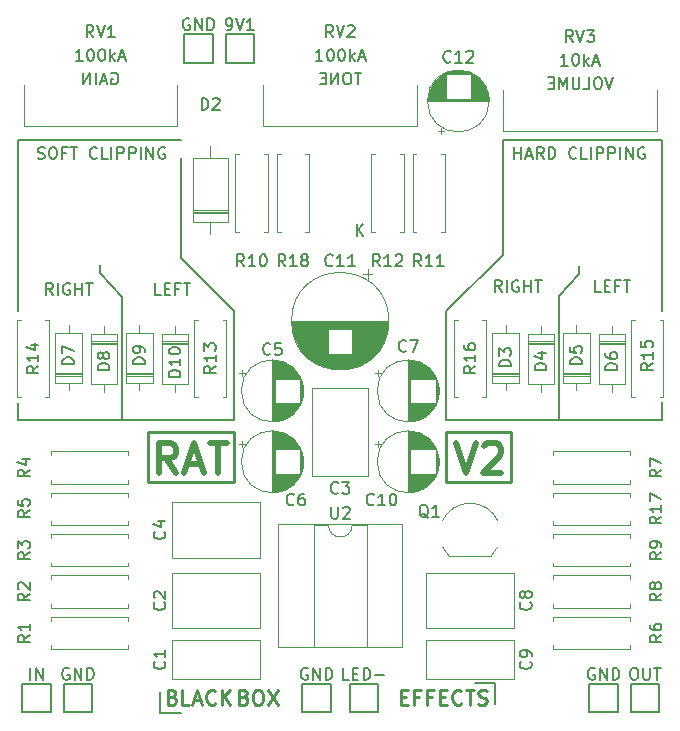
<source format=gbr>
%TF.GenerationSoftware,KiCad,Pcbnew,8.0.0*%
%TF.CreationDate,2024-04-22T22:36:35-07:00*%
%TF.ProjectId,rat-v2,7261742d-7632-42e6-9b69-6361645f7063,rev?*%
%TF.SameCoordinates,Original*%
%TF.FileFunction,Legend,Top*%
%TF.FilePolarity,Positive*%
%FSLAX46Y46*%
G04 Gerber Fmt 4.6, Leading zero omitted, Abs format (unit mm)*
G04 Created by KiCad (PCBNEW 8.0.0) date 2024-04-22 22:36:35*
%MOMM*%
%LPD*%
G01*
G04 APERTURE LIST*
%ADD10C,0.150000*%
%ADD11C,0.250000*%
%ADD12C,0.500000*%
%ADD13C,0.120000*%
G04 APERTURE END LIST*
D10*
X96125000Y-137750000D02*
X96125000Y-139500000D01*
X94375000Y-137750000D02*
X96125000Y-137750000D01*
X67750000Y-140250000D02*
X67750000Y-138500000D01*
X69500000Y-140250000D02*
X67750000Y-140250000D01*
D11*
X92000000Y-116500000D02*
X92000000Y-120750000D01*
X97500000Y-116500000D02*
X92000000Y-116500000D01*
X97500000Y-120750000D02*
X97500000Y-116500000D01*
X92000000Y-120750000D02*
X97500000Y-120750000D01*
X66750000Y-116500000D02*
X66750000Y-120750000D01*
X74000000Y-116500000D02*
X66750000Y-116500000D01*
X74000000Y-120750000D02*
X74000000Y-116500000D01*
X66750000Y-120750000D02*
X74000000Y-120750000D01*
X88148810Y-138910511D02*
X88565476Y-138910511D01*
X88744048Y-139565273D02*
X88148810Y-139565273D01*
X88148810Y-139565273D02*
X88148810Y-138315273D01*
X88148810Y-138315273D02*
X88744048Y-138315273D01*
X89696428Y-138910511D02*
X89279762Y-138910511D01*
X89279762Y-139565273D02*
X89279762Y-138315273D01*
X89279762Y-138315273D02*
X89875000Y-138315273D01*
X90767857Y-138910511D02*
X90351191Y-138910511D01*
X90351191Y-139565273D02*
X90351191Y-138315273D01*
X90351191Y-138315273D02*
X90946429Y-138315273D01*
X91422620Y-138910511D02*
X91839286Y-138910511D01*
X92017858Y-139565273D02*
X91422620Y-139565273D01*
X91422620Y-139565273D02*
X91422620Y-138315273D01*
X91422620Y-138315273D02*
X92017858Y-138315273D01*
X93267857Y-139446226D02*
X93208333Y-139505750D01*
X93208333Y-139505750D02*
X93029762Y-139565273D01*
X93029762Y-139565273D02*
X92910714Y-139565273D01*
X92910714Y-139565273D02*
X92732143Y-139505750D01*
X92732143Y-139505750D02*
X92613095Y-139386702D01*
X92613095Y-139386702D02*
X92553572Y-139267654D01*
X92553572Y-139267654D02*
X92494048Y-139029559D01*
X92494048Y-139029559D02*
X92494048Y-138850988D01*
X92494048Y-138850988D02*
X92553572Y-138612892D01*
X92553572Y-138612892D02*
X92613095Y-138493845D01*
X92613095Y-138493845D02*
X92732143Y-138374797D01*
X92732143Y-138374797D02*
X92910714Y-138315273D01*
X92910714Y-138315273D02*
X93029762Y-138315273D01*
X93029762Y-138315273D02*
X93208333Y-138374797D01*
X93208333Y-138374797D02*
X93267857Y-138434321D01*
X93625000Y-138315273D02*
X94339286Y-138315273D01*
X93982143Y-139565273D02*
X93982143Y-138315273D01*
X94696429Y-139505750D02*
X94875000Y-139565273D01*
X94875000Y-139565273D02*
X95172619Y-139565273D01*
X95172619Y-139565273D02*
X95291667Y-139505750D01*
X95291667Y-139505750D02*
X95351191Y-139446226D01*
X95351191Y-139446226D02*
X95410714Y-139327178D01*
X95410714Y-139327178D02*
X95410714Y-139208130D01*
X95410714Y-139208130D02*
X95351191Y-139089083D01*
X95351191Y-139089083D02*
X95291667Y-139029559D01*
X95291667Y-139029559D02*
X95172619Y-138970035D01*
X95172619Y-138970035D02*
X94934524Y-138910511D01*
X94934524Y-138910511D02*
X94815476Y-138850988D01*
X94815476Y-138850988D02*
X94755953Y-138791464D01*
X94755953Y-138791464D02*
X94696429Y-138672416D01*
X94696429Y-138672416D02*
X94696429Y-138553369D01*
X94696429Y-138553369D02*
X94755953Y-138434321D01*
X94755953Y-138434321D02*
X94815476Y-138374797D01*
X94815476Y-138374797D02*
X94934524Y-138315273D01*
X94934524Y-138315273D02*
X95232143Y-138315273D01*
X95232143Y-138315273D02*
X95410714Y-138374797D01*
X68797618Y-138910511D02*
X68976190Y-138970035D01*
X68976190Y-138970035D02*
X69035713Y-139029559D01*
X69035713Y-139029559D02*
X69095237Y-139148607D01*
X69095237Y-139148607D02*
X69095237Y-139327178D01*
X69095237Y-139327178D02*
X69035713Y-139446226D01*
X69035713Y-139446226D02*
X68976190Y-139505750D01*
X68976190Y-139505750D02*
X68857142Y-139565273D01*
X68857142Y-139565273D02*
X68380952Y-139565273D01*
X68380952Y-139565273D02*
X68380952Y-138315273D01*
X68380952Y-138315273D02*
X68797618Y-138315273D01*
X68797618Y-138315273D02*
X68916666Y-138374797D01*
X68916666Y-138374797D02*
X68976190Y-138434321D01*
X68976190Y-138434321D02*
X69035713Y-138553369D01*
X69035713Y-138553369D02*
X69035713Y-138672416D01*
X69035713Y-138672416D02*
X68976190Y-138791464D01*
X68976190Y-138791464D02*
X68916666Y-138850988D01*
X68916666Y-138850988D02*
X68797618Y-138910511D01*
X68797618Y-138910511D02*
X68380952Y-138910511D01*
X70226190Y-139565273D02*
X69630952Y-139565273D01*
X69630952Y-139565273D02*
X69630952Y-138315273D01*
X70583333Y-139208130D02*
X71178571Y-139208130D01*
X70464285Y-139565273D02*
X70880952Y-138315273D01*
X70880952Y-138315273D02*
X71297618Y-139565273D01*
X72428571Y-139446226D02*
X72369047Y-139505750D01*
X72369047Y-139505750D02*
X72190476Y-139565273D01*
X72190476Y-139565273D02*
X72071428Y-139565273D01*
X72071428Y-139565273D02*
X71892857Y-139505750D01*
X71892857Y-139505750D02*
X71773809Y-139386702D01*
X71773809Y-139386702D02*
X71714286Y-139267654D01*
X71714286Y-139267654D02*
X71654762Y-139029559D01*
X71654762Y-139029559D02*
X71654762Y-138850988D01*
X71654762Y-138850988D02*
X71714286Y-138612892D01*
X71714286Y-138612892D02*
X71773809Y-138493845D01*
X71773809Y-138493845D02*
X71892857Y-138374797D01*
X71892857Y-138374797D02*
X72071428Y-138315273D01*
X72071428Y-138315273D02*
X72190476Y-138315273D01*
X72190476Y-138315273D02*
X72369047Y-138374797D01*
X72369047Y-138374797D02*
X72428571Y-138434321D01*
X72964286Y-139565273D02*
X72964286Y-138315273D01*
X73678571Y-139565273D02*
X73142857Y-138850988D01*
X73678571Y-138315273D02*
X72964286Y-139029559D01*
X74839285Y-138910511D02*
X75017857Y-138970035D01*
X75017857Y-138970035D02*
X75077380Y-139029559D01*
X75077380Y-139029559D02*
X75136904Y-139148607D01*
X75136904Y-139148607D02*
X75136904Y-139327178D01*
X75136904Y-139327178D02*
X75077380Y-139446226D01*
X75077380Y-139446226D02*
X75017857Y-139505750D01*
X75017857Y-139505750D02*
X74898809Y-139565273D01*
X74898809Y-139565273D02*
X74422619Y-139565273D01*
X74422619Y-139565273D02*
X74422619Y-138315273D01*
X74422619Y-138315273D02*
X74839285Y-138315273D01*
X74839285Y-138315273D02*
X74958333Y-138374797D01*
X74958333Y-138374797D02*
X75017857Y-138434321D01*
X75017857Y-138434321D02*
X75077380Y-138553369D01*
X75077380Y-138553369D02*
X75077380Y-138672416D01*
X75077380Y-138672416D02*
X75017857Y-138791464D01*
X75017857Y-138791464D02*
X74958333Y-138850988D01*
X74958333Y-138850988D02*
X74839285Y-138910511D01*
X74839285Y-138910511D02*
X74422619Y-138910511D01*
X75910714Y-138315273D02*
X76148809Y-138315273D01*
X76148809Y-138315273D02*
X76267857Y-138374797D01*
X76267857Y-138374797D02*
X76386904Y-138493845D01*
X76386904Y-138493845D02*
X76446428Y-138731940D01*
X76446428Y-138731940D02*
X76446428Y-139148607D01*
X76446428Y-139148607D02*
X76386904Y-139386702D01*
X76386904Y-139386702D02*
X76267857Y-139505750D01*
X76267857Y-139505750D02*
X76148809Y-139565273D01*
X76148809Y-139565273D02*
X75910714Y-139565273D01*
X75910714Y-139565273D02*
X75791666Y-139505750D01*
X75791666Y-139505750D02*
X75672619Y-139386702D01*
X75672619Y-139386702D02*
X75613095Y-139148607D01*
X75613095Y-139148607D02*
X75613095Y-138731940D01*
X75613095Y-138731940D02*
X75672619Y-138493845D01*
X75672619Y-138493845D02*
X75791666Y-138374797D01*
X75791666Y-138374797D02*
X75910714Y-138315273D01*
X76863095Y-138315273D02*
X77696428Y-139565273D01*
X77696428Y-138315273D02*
X76863095Y-139565273D01*
D12*
X92817042Y-117418047D02*
X93650375Y-119918047D01*
X93650375Y-119918047D02*
X94483708Y-117418047D01*
X95197994Y-117656142D02*
X95317042Y-117537095D01*
X95317042Y-117537095D02*
X95555137Y-117418047D01*
X95555137Y-117418047D02*
X96150375Y-117418047D01*
X96150375Y-117418047D02*
X96388470Y-117537095D01*
X96388470Y-117537095D02*
X96507518Y-117656142D01*
X96507518Y-117656142D02*
X96626565Y-117894238D01*
X96626565Y-117894238D02*
X96626565Y-118132333D01*
X96626565Y-118132333D02*
X96507518Y-118489476D01*
X96507518Y-118489476D02*
X95078946Y-119918047D01*
X95078946Y-119918047D02*
X96626565Y-119918047D01*
X69102756Y-119918047D02*
X68269423Y-118727571D01*
X67674185Y-119918047D02*
X67674185Y-117418047D01*
X67674185Y-117418047D02*
X68626566Y-117418047D01*
X68626566Y-117418047D02*
X68864661Y-117537095D01*
X68864661Y-117537095D02*
X68983708Y-117656142D01*
X68983708Y-117656142D02*
X69102756Y-117894238D01*
X69102756Y-117894238D02*
X69102756Y-118251380D01*
X69102756Y-118251380D02*
X68983708Y-118489476D01*
X68983708Y-118489476D02*
X68864661Y-118608523D01*
X68864661Y-118608523D02*
X68626566Y-118727571D01*
X68626566Y-118727571D02*
X67674185Y-118727571D01*
X70055137Y-119203761D02*
X71245613Y-119203761D01*
X69817042Y-119918047D02*
X70650375Y-117418047D01*
X70650375Y-117418047D02*
X71483708Y-119918047D01*
X71959899Y-117418047D02*
X73388470Y-117418047D01*
X72674184Y-119918047D02*
X72674184Y-117418047D01*
D10*
X101500000Y-105000000D02*
X101500000Y-115500000D01*
X110250000Y-113937500D02*
X110250000Y-115437500D01*
X64500000Y-105062500D02*
X64500000Y-115500000D01*
X62700000Y-102375000D02*
X62700000Y-103000000D01*
X74000000Y-106250000D02*
X74000000Y-115500000D01*
X101500000Y-105000000D02*
X103250000Y-103100000D01*
X55750000Y-114000000D02*
X55750000Y-115500000D01*
X55750000Y-91750000D02*
X69500000Y-91750000D01*
X103250000Y-102437500D02*
X103250000Y-103062500D01*
X74000000Y-115500000D02*
X55750000Y-115500000D01*
X92000000Y-106250000D02*
X92000000Y-115500000D01*
X110250000Y-91750000D02*
X110250000Y-106250000D01*
X96750000Y-101500000D02*
X96750000Y-91750000D01*
X110250000Y-115437500D02*
X92000000Y-115500000D01*
X62700000Y-103000000D02*
X64500000Y-105062500D01*
X55750000Y-106250000D02*
X55750000Y-91750000D01*
X69500000Y-93250000D02*
X69500000Y-101750000D01*
X96750000Y-91750000D02*
X110250000Y-91750000D01*
X92000000Y-106250000D02*
X96750000Y-101500000D01*
X69500000Y-101750000D02*
X74000000Y-106250000D01*
X67797618Y-104869819D02*
X67321428Y-104869819D01*
X67321428Y-104869819D02*
X67321428Y-103869819D01*
X68130952Y-104346009D02*
X68464285Y-104346009D01*
X68607142Y-104869819D02*
X68130952Y-104869819D01*
X68130952Y-104869819D02*
X68130952Y-103869819D01*
X68130952Y-103869819D02*
X68607142Y-103869819D01*
X69369047Y-104346009D02*
X69035714Y-104346009D01*
X69035714Y-104869819D02*
X69035714Y-103869819D01*
X69035714Y-103869819D02*
X69511904Y-103869819D01*
X69750000Y-103869819D02*
X70321428Y-103869819D01*
X70035714Y-104869819D02*
X70035714Y-103869819D01*
X105047618Y-104619819D02*
X104571428Y-104619819D01*
X104571428Y-104619819D02*
X104571428Y-103619819D01*
X105380952Y-104096009D02*
X105714285Y-104096009D01*
X105857142Y-104619819D02*
X105380952Y-104619819D01*
X105380952Y-104619819D02*
X105380952Y-103619819D01*
X105380952Y-103619819D02*
X105857142Y-103619819D01*
X106619047Y-104096009D02*
X106285714Y-104096009D01*
X106285714Y-104619819D02*
X106285714Y-103619819D01*
X106285714Y-103619819D02*
X106761904Y-103619819D01*
X107000000Y-103619819D02*
X107571428Y-103619819D01*
X107285714Y-104619819D02*
X107285714Y-103619819D01*
X58666666Y-104869819D02*
X58333333Y-104393628D01*
X58095238Y-104869819D02*
X58095238Y-103869819D01*
X58095238Y-103869819D02*
X58476190Y-103869819D01*
X58476190Y-103869819D02*
X58571428Y-103917438D01*
X58571428Y-103917438D02*
X58619047Y-103965057D01*
X58619047Y-103965057D02*
X58666666Y-104060295D01*
X58666666Y-104060295D02*
X58666666Y-104203152D01*
X58666666Y-104203152D02*
X58619047Y-104298390D01*
X58619047Y-104298390D02*
X58571428Y-104346009D01*
X58571428Y-104346009D02*
X58476190Y-104393628D01*
X58476190Y-104393628D02*
X58095238Y-104393628D01*
X59095238Y-104869819D02*
X59095238Y-103869819D01*
X60095237Y-103917438D02*
X59999999Y-103869819D01*
X59999999Y-103869819D02*
X59857142Y-103869819D01*
X59857142Y-103869819D02*
X59714285Y-103917438D01*
X59714285Y-103917438D02*
X59619047Y-104012676D01*
X59619047Y-104012676D02*
X59571428Y-104107914D01*
X59571428Y-104107914D02*
X59523809Y-104298390D01*
X59523809Y-104298390D02*
X59523809Y-104441247D01*
X59523809Y-104441247D02*
X59571428Y-104631723D01*
X59571428Y-104631723D02*
X59619047Y-104726961D01*
X59619047Y-104726961D02*
X59714285Y-104822200D01*
X59714285Y-104822200D02*
X59857142Y-104869819D01*
X59857142Y-104869819D02*
X59952380Y-104869819D01*
X59952380Y-104869819D02*
X60095237Y-104822200D01*
X60095237Y-104822200D02*
X60142856Y-104774580D01*
X60142856Y-104774580D02*
X60142856Y-104441247D01*
X60142856Y-104441247D02*
X59952380Y-104441247D01*
X60571428Y-104869819D02*
X60571428Y-103869819D01*
X60571428Y-104346009D02*
X61142856Y-104346009D01*
X61142856Y-104869819D02*
X61142856Y-103869819D01*
X61476190Y-103869819D02*
X62047618Y-103869819D01*
X61761904Y-104869819D02*
X61761904Y-103869819D01*
X96666666Y-104619819D02*
X96333333Y-104143628D01*
X96095238Y-104619819D02*
X96095238Y-103619819D01*
X96095238Y-103619819D02*
X96476190Y-103619819D01*
X96476190Y-103619819D02*
X96571428Y-103667438D01*
X96571428Y-103667438D02*
X96619047Y-103715057D01*
X96619047Y-103715057D02*
X96666666Y-103810295D01*
X96666666Y-103810295D02*
X96666666Y-103953152D01*
X96666666Y-103953152D02*
X96619047Y-104048390D01*
X96619047Y-104048390D02*
X96571428Y-104096009D01*
X96571428Y-104096009D02*
X96476190Y-104143628D01*
X96476190Y-104143628D02*
X96095238Y-104143628D01*
X97095238Y-104619819D02*
X97095238Y-103619819D01*
X98095237Y-103667438D02*
X97999999Y-103619819D01*
X97999999Y-103619819D02*
X97857142Y-103619819D01*
X97857142Y-103619819D02*
X97714285Y-103667438D01*
X97714285Y-103667438D02*
X97619047Y-103762676D01*
X97619047Y-103762676D02*
X97571428Y-103857914D01*
X97571428Y-103857914D02*
X97523809Y-104048390D01*
X97523809Y-104048390D02*
X97523809Y-104191247D01*
X97523809Y-104191247D02*
X97571428Y-104381723D01*
X97571428Y-104381723D02*
X97619047Y-104476961D01*
X97619047Y-104476961D02*
X97714285Y-104572200D01*
X97714285Y-104572200D02*
X97857142Y-104619819D01*
X97857142Y-104619819D02*
X97952380Y-104619819D01*
X97952380Y-104619819D02*
X98095237Y-104572200D01*
X98095237Y-104572200D02*
X98142856Y-104524580D01*
X98142856Y-104524580D02*
X98142856Y-104191247D01*
X98142856Y-104191247D02*
X97952380Y-104191247D01*
X98571428Y-104619819D02*
X98571428Y-103619819D01*
X98571428Y-104096009D02*
X99142856Y-104096009D01*
X99142856Y-104619819D02*
X99142856Y-103619819D01*
X99476190Y-103619819D02*
X100047618Y-103619819D01*
X99761904Y-104619819D02*
X99761904Y-103619819D01*
X84386779Y-99869819D02*
X84386779Y-98869819D01*
X84958207Y-99869819D02*
X84529636Y-99298390D01*
X84958207Y-98869819D02*
X84386779Y-99441247D01*
X97750000Y-93369819D02*
X97750000Y-92369819D01*
X97750000Y-92846009D02*
X98321428Y-92846009D01*
X98321428Y-93369819D02*
X98321428Y-92369819D01*
X98750000Y-93084104D02*
X99226190Y-93084104D01*
X98654762Y-93369819D02*
X98988095Y-92369819D01*
X98988095Y-92369819D02*
X99321428Y-93369819D01*
X100226190Y-93369819D02*
X99892857Y-92893628D01*
X99654762Y-93369819D02*
X99654762Y-92369819D01*
X99654762Y-92369819D02*
X100035714Y-92369819D01*
X100035714Y-92369819D02*
X100130952Y-92417438D01*
X100130952Y-92417438D02*
X100178571Y-92465057D01*
X100178571Y-92465057D02*
X100226190Y-92560295D01*
X100226190Y-92560295D02*
X100226190Y-92703152D01*
X100226190Y-92703152D02*
X100178571Y-92798390D01*
X100178571Y-92798390D02*
X100130952Y-92846009D01*
X100130952Y-92846009D02*
X100035714Y-92893628D01*
X100035714Y-92893628D02*
X99654762Y-92893628D01*
X100654762Y-93369819D02*
X100654762Y-92369819D01*
X100654762Y-92369819D02*
X100892857Y-92369819D01*
X100892857Y-92369819D02*
X101035714Y-92417438D01*
X101035714Y-92417438D02*
X101130952Y-92512676D01*
X101130952Y-92512676D02*
X101178571Y-92607914D01*
X101178571Y-92607914D02*
X101226190Y-92798390D01*
X101226190Y-92798390D02*
X101226190Y-92941247D01*
X101226190Y-92941247D02*
X101178571Y-93131723D01*
X101178571Y-93131723D02*
X101130952Y-93226961D01*
X101130952Y-93226961D02*
X101035714Y-93322200D01*
X101035714Y-93322200D02*
X100892857Y-93369819D01*
X100892857Y-93369819D02*
X100654762Y-93369819D01*
X102988095Y-93274580D02*
X102940476Y-93322200D01*
X102940476Y-93322200D02*
X102797619Y-93369819D01*
X102797619Y-93369819D02*
X102702381Y-93369819D01*
X102702381Y-93369819D02*
X102559524Y-93322200D01*
X102559524Y-93322200D02*
X102464286Y-93226961D01*
X102464286Y-93226961D02*
X102416667Y-93131723D01*
X102416667Y-93131723D02*
X102369048Y-92941247D01*
X102369048Y-92941247D02*
X102369048Y-92798390D01*
X102369048Y-92798390D02*
X102416667Y-92607914D01*
X102416667Y-92607914D02*
X102464286Y-92512676D01*
X102464286Y-92512676D02*
X102559524Y-92417438D01*
X102559524Y-92417438D02*
X102702381Y-92369819D01*
X102702381Y-92369819D02*
X102797619Y-92369819D01*
X102797619Y-92369819D02*
X102940476Y-92417438D01*
X102940476Y-92417438D02*
X102988095Y-92465057D01*
X103892857Y-93369819D02*
X103416667Y-93369819D01*
X103416667Y-93369819D02*
X103416667Y-92369819D01*
X104226191Y-93369819D02*
X104226191Y-92369819D01*
X104702381Y-93369819D02*
X104702381Y-92369819D01*
X104702381Y-92369819D02*
X105083333Y-92369819D01*
X105083333Y-92369819D02*
X105178571Y-92417438D01*
X105178571Y-92417438D02*
X105226190Y-92465057D01*
X105226190Y-92465057D02*
X105273809Y-92560295D01*
X105273809Y-92560295D02*
X105273809Y-92703152D01*
X105273809Y-92703152D02*
X105226190Y-92798390D01*
X105226190Y-92798390D02*
X105178571Y-92846009D01*
X105178571Y-92846009D02*
X105083333Y-92893628D01*
X105083333Y-92893628D02*
X104702381Y-92893628D01*
X105702381Y-93369819D02*
X105702381Y-92369819D01*
X105702381Y-92369819D02*
X106083333Y-92369819D01*
X106083333Y-92369819D02*
X106178571Y-92417438D01*
X106178571Y-92417438D02*
X106226190Y-92465057D01*
X106226190Y-92465057D02*
X106273809Y-92560295D01*
X106273809Y-92560295D02*
X106273809Y-92703152D01*
X106273809Y-92703152D02*
X106226190Y-92798390D01*
X106226190Y-92798390D02*
X106178571Y-92846009D01*
X106178571Y-92846009D02*
X106083333Y-92893628D01*
X106083333Y-92893628D02*
X105702381Y-92893628D01*
X106702381Y-93369819D02*
X106702381Y-92369819D01*
X107178571Y-93369819D02*
X107178571Y-92369819D01*
X107178571Y-92369819D02*
X107749999Y-93369819D01*
X107749999Y-93369819D02*
X107749999Y-92369819D01*
X108749999Y-92417438D02*
X108654761Y-92369819D01*
X108654761Y-92369819D02*
X108511904Y-92369819D01*
X108511904Y-92369819D02*
X108369047Y-92417438D01*
X108369047Y-92417438D02*
X108273809Y-92512676D01*
X108273809Y-92512676D02*
X108226190Y-92607914D01*
X108226190Y-92607914D02*
X108178571Y-92798390D01*
X108178571Y-92798390D02*
X108178571Y-92941247D01*
X108178571Y-92941247D02*
X108226190Y-93131723D01*
X108226190Y-93131723D02*
X108273809Y-93226961D01*
X108273809Y-93226961D02*
X108369047Y-93322200D01*
X108369047Y-93322200D02*
X108511904Y-93369819D01*
X108511904Y-93369819D02*
X108607142Y-93369819D01*
X108607142Y-93369819D02*
X108749999Y-93322200D01*
X108749999Y-93322200D02*
X108797618Y-93274580D01*
X108797618Y-93274580D02*
X108797618Y-92941247D01*
X108797618Y-92941247D02*
X108607142Y-92941247D01*
X57395238Y-93322200D02*
X57538095Y-93369819D01*
X57538095Y-93369819D02*
X57776190Y-93369819D01*
X57776190Y-93369819D02*
X57871428Y-93322200D01*
X57871428Y-93322200D02*
X57919047Y-93274580D01*
X57919047Y-93274580D02*
X57966666Y-93179342D01*
X57966666Y-93179342D02*
X57966666Y-93084104D01*
X57966666Y-93084104D02*
X57919047Y-92988866D01*
X57919047Y-92988866D02*
X57871428Y-92941247D01*
X57871428Y-92941247D02*
X57776190Y-92893628D01*
X57776190Y-92893628D02*
X57585714Y-92846009D01*
X57585714Y-92846009D02*
X57490476Y-92798390D01*
X57490476Y-92798390D02*
X57442857Y-92750771D01*
X57442857Y-92750771D02*
X57395238Y-92655533D01*
X57395238Y-92655533D02*
X57395238Y-92560295D01*
X57395238Y-92560295D02*
X57442857Y-92465057D01*
X57442857Y-92465057D02*
X57490476Y-92417438D01*
X57490476Y-92417438D02*
X57585714Y-92369819D01*
X57585714Y-92369819D02*
X57823809Y-92369819D01*
X57823809Y-92369819D02*
X57966666Y-92417438D01*
X58585714Y-92369819D02*
X58776190Y-92369819D01*
X58776190Y-92369819D02*
X58871428Y-92417438D01*
X58871428Y-92417438D02*
X58966666Y-92512676D01*
X58966666Y-92512676D02*
X59014285Y-92703152D01*
X59014285Y-92703152D02*
X59014285Y-93036485D01*
X59014285Y-93036485D02*
X58966666Y-93226961D01*
X58966666Y-93226961D02*
X58871428Y-93322200D01*
X58871428Y-93322200D02*
X58776190Y-93369819D01*
X58776190Y-93369819D02*
X58585714Y-93369819D01*
X58585714Y-93369819D02*
X58490476Y-93322200D01*
X58490476Y-93322200D02*
X58395238Y-93226961D01*
X58395238Y-93226961D02*
X58347619Y-93036485D01*
X58347619Y-93036485D02*
X58347619Y-92703152D01*
X58347619Y-92703152D02*
X58395238Y-92512676D01*
X58395238Y-92512676D02*
X58490476Y-92417438D01*
X58490476Y-92417438D02*
X58585714Y-92369819D01*
X59776190Y-92846009D02*
X59442857Y-92846009D01*
X59442857Y-93369819D02*
X59442857Y-92369819D01*
X59442857Y-92369819D02*
X59919047Y-92369819D01*
X60157143Y-92369819D02*
X60728571Y-92369819D01*
X60442857Y-93369819D02*
X60442857Y-92369819D01*
X62395238Y-93274580D02*
X62347619Y-93322200D01*
X62347619Y-93322200D02*
X62204762Y-93369819D01*
X62204762Y-93369819D02*
X62109524Y-93369819D01*
X62109524Y-93369819D02*
X61966667Y-93322200D01*
X61966667Y-93322200D02*
X61871429Y-93226961D01*
X61871429Y-93226961D02*
X61823810Y-93131723D01*
X61823810Y-93131723D02*
X61776191Y-92941247D01*
X61776191Y-92941247D02*
X61776191Y-92798390D01*
X61776191Y-92798390D02*
X61823810Y-92607914D01*
X61823810Y-92607914D02*
X61871429Y-92512676D01*
X61871429Y-92512676D02*
X61966667Y-92417438D01*
X61966667Y-92417438D02*
X62109524Y-92369819D01*
X62109524Y-92369819D02*
X62204762Y-92369819D01*
X62204762Y-92369819D02*
X62347619Y-92417438D01*
X62347619Y-92417438D02*
X62395238Y-92465057D01*
X63300000Y-93369819D02*
X62823810Y-93369819D01*
X62823810Y-93369819D02*
X62823810Y-92369819D01*
X63633334Y-93369819D02*
X63633334Y-92369819D01*
X64109524Y-93369819D02*
X64109524Y-92369819D01*
X64109524Y-92369819D02*
X64490476Y-92369819D01*
X64490476Y-92369819D02*
X64585714Y-92417438D01*
X64585714Y-92417438D02*
X64633333Y-92465057D01*
X64633333Y-92465057D02*
X64680952Y-92560295D01*
X64680952Y-92560295D02*
X64680952Y-92703152D01*
X64680952Y-92703152D02*
X64633333Y-92798390D01*
X64633333Y-92798390D02*
X64585714Y-92846009D01*
X64585714Y-92846009D02*
X64490476Y-92893628D01*
X64490476Y-92893628D02*
X64109524Y-92893628D01*
X65109524Y-93369819D02*
X65109524Y-92369819D01*
X65109524Y-92369819D02*
X65490476Y-92369819D01*
X65490476Y-92369819D02*
X65585714Y-92417438D01*
X65585714Y-92417438D02*
X65633333Y-92465057D01*
X65633333Y-92465057D02*
X65680952Y-92560295D01*
X65680952Y-92560295D02*
X65680952Y-92703152D01*
X65680952Y-92703152D02*
X65633333Y-92798390D01*
X65633333Y-92798390D02*
X65585714Y-92846009D01*
X65585714Y-92846009D02*
X65490476Y-92893628D01*
X65490476Y-92893628D02*
X65109524Y-92893628D01*
X66109524Y-93369819D02*
X66109524Y-92369819D01*
X66585714Y-93369819D02*
X66585714Y-92369819D01*
X66585714Y-92369819D02*
X67157142Y-93369819D01*
X67157142Y-93369819D02*
X67157142Y-92369819D01*
X68157142Y-92417438D02*
X68061904Y-92369819D01*
X68061904Y-92369819D02*
X67919047Y-92369819D01*
X67919047Y-92369819D02*
X67776190Y-92417438D01*
X67776190Y-92417438D02*
X67680952Y-92512676D01*
X67680952Y-92512676D02*
X67633333Y-92607914D01*
X67633333Y-92607914D02*
X67585714Y-92798390D01*
X67585714Y-92798390D02*
X67585714Y-92941247D01*
X67585714Y-92941247D02*
X67633333Y-93131723D01*
X67633333Y-93131723D02*
X67680952Y-93226961D01*
X67680952Y-93226961D02*
X67776190Y-93322200D01*
X67776190Y-93322200D02*
X67919047Y-93369819D01*
X67919047Y-93369819D02*
X68014285Y-93369819D01*
X68014285Y-93369819D02*
X68157142Y-93322200D01*
X68157142Y-93322200D02*
X68204761Y-93274580D01*
X68204761Y-93274580D02*
X68204761Y-92941247D01*
X68204761Y-92941247D02*
X68014285Y-92941247D01*
X60038095Y-136502438D02*
X59942857Y-136454819D01*
X59942857Y-136454819D02*
X59800000Y-136454819D01*
X59800000Y-136454819D02*
X59657143Y-136502438D01*
X59657143Y-136502438D02*
X59561905Y-136597676D01*
X59561905Y-136597676D02*
X59514286Y-136692914D01*
X59514286Y-136692914D02*
X59466667Y-136883390D01*
X59466667Y-136883390D02*
X59466667Y-137026247D01*
X59466667Y-137026247D02*
X59514286Y-137216723D01*
X59514286Y-137216723D02*
X59561905Y-137311961D01*
X59561905Y-137311961D02*
X59657143Y-137407200D01*
X59657143Y-137407200D02*
X59800000Y-137454819D01*
X59800000Y-137454819D02*
X59895238Y-137454819D01*
X59895238Y-137454819D02*
X60038095Y-137407200D01*
X60038095Y-137407200D02*
X60085714Y-137359580D01*
X60085714Y-137359580D02*
X60085714Y-137026247D01*
X60085714Y-137026247D02*
X59895238Y-137026247D01*
X60514286Y-137454819D02*
X60514286Y-136454819D01*
X60514286Y-136454819D02*
X61085714Y-137454819D01*
X61085714Y-137454819D02*
X61085714Y-136454819D01*
X61561905Y-137454819D02*
X61561905Y-136454819D01*
X61561905Y-136454819D02*
X61800000Y-136454819D01*
X61800000Y-136454819D02*
X61942857Y-136502438D01*
X61942857Y-136502438D02*
X62038095Y-136597676D01*
X62038095Y-136597676D02*
X62085714Y-136692914D01*
X62085714Y-136692914D02*
X62133333Y-136883390D01*
X62133333Y-136883390D02*
X62133333Y-137026247D01*
X62133333Y-137026247D02*
X62085714Y-137216723D01*
X62085714Y-137216723D02*
X62038095Y-137311961D01*
X62038095Y-137311961D02*
X61942857Y-137407200D01*
X61942857Y-137407200D02*
X61800000Y-137454819D01*
X61800000Y-137454819D02*
X61561905Y-137454819D01*
X106454819Y-111238094D02*
X105454819Y-111238094D01*
X105454819Y-111238094D02*
X105454819Y-110999999D01*
X105454819Y-110999999D02*
X105502438Y-110857142D01*
X105502438Y-110857142D02*
X105597676Y-110761904D01*
X105597676Y-110761904D02*
X105692914Y-110714285D01*
X105692914Y-110714285D02*
X105883390Y-110666666D01*
X105883390Y-110666666D02*
X106026247Y-110666666D01*
X106026247Y-110666666D02*
X106216723Y-110714285D01*
X106216723Y-110714285D02*
X106311961Y-110761904D01*
X106311961Y-110761904D02*
X106407200Y-110857142D01*
X106407200Y-110857142D02*
X106454819Y-110999999D01*
X106454819Y-110999999D02*
X106454819Y-111238094D01*
X105454819Y-109809523D02*
X105454819Y-109999999D01*
X105454819Y-109999999D02*
X105502438Y-110095237D01*
X105502438Y-110095237D02*
X105550057Y-110142856D01*
X105550057Y-110142856D02*
X105692914Y-110238094D01*
X105692914Y-110238094D02*
X105883390Y-110285713D01*
X105883390Y-110285713D02*
X106264342Y-110285713D01*
X106264342Y-110285713D02*
X106359580Y-110238094D01*
X106359580Y-110238094D02*
X106407200Y-110190475D01*
X106407200Y-110190475D02*
X106454819Y-110095237D01*
X106454819Y-110095237D02*
X106454819Y-109904761D01*
X106454819Y-109904761D02*
X106407200Y-109809523D01*
X106407200Y-109809523D02*
X106359580Y-109761904D01*
X106359580Y-109761904D02*
X106264342Y-109714285D01*
X106264342Y-109714285D02*
X106026247Y-109714285D01*
X106026247Y-109714285D02*
X105931009Y-109761904D01*
X105931009Y-109761904D02*
X105883390Y-109809523D01*
X105883390Y-109809523D02*
X105835771Y-109904761D01*
X105835771Y-109904761D02*
X105835771Y-110095237D01*
X105835771Y-110095237D02*
X105883390Y-110190475D01*
X105883390Y-110190475D02*
X105931009Y-110238094D01*
X105931009Y-110238094D02*
X106026247Y-110285713D01*
X70238095Y-81502438D02*
X70142857Y-81454819D01*
X70142857Y-81454819D02*
X70000000Y-81454819D01*
X70000000Y-81454819D02*
X69857143Y-81502438D01*
X69857143Y-81502438D02*
X69761905Y-81597676D01*
X69761905Y-81597676D02*
X69714286Y-81692914D01*
X69714286Y-81692914D02*
X69666667Y-81883390D01*
X69666667Y-81883390D02*
X69666667Y-82026247D01*
X69666667Y-82026247D02*
X69714286Y-82216723D01*
X69714286Y-82216723D02*
X69761905Y-82311961D01*
X69761905Y-82311961D02*
X69857143Y-82407200D01*
X69857143Y-82407200D02*
X70000000Y-82454819D01*
X70000000Y-82454819D02*
X70095238Y-82454819D01*
X70095238Y-82454819D02*
X70238095Y-82407200D01*
X70238095Y-82407200D02*
X70285714Y-82359580D01*
X70285714Y-82359580D02*
X70285714Y-82026247D01*
X70285714Y-82026247D02*
X70095238Y-82026247D01*
X70714286Y-82454819D02*
X70714286Y-81454819D01*
X70714286Y-81454819D02*
X71285714Y-82454819D01*
X71285714Y-82454819D02*
X71285714Y-81454819D01*
X71761905Y-82454819D02*
X71761905Y-81454819D01*
X71761905Y-81454819D02*
X72000000Y-81454819D01*
X72000000Y-81454819D02*
X72142857Y-81502438D01*
X72142857Y-81502438D02*
X72238095Y-81597676D01*
X72238095Y-81597676D02*
X72285714Y-81692914D01*
X72285714Y-81692914D02*
X72333333Y-81883390D01*
X72333333Y-81883390D02*
X72333333Y-82026247D01*
X72333333Y-82026247D02*
X72285714Y-82216723D01*
X72285714Y-82216723D02*
X72238095Y-82311961D01*
X72238095Y-82311961D02*
X72142857Y-82407200D01*
X72142857Y-82407200D02*
X72000000Y-82454819D01*
X72000000Y-82454819D02*
X71761905Y-82454819D01*
X74857142Y-102454819D02*
X74523809Y-101978628D01*
X74285714Y-102454819D02*
X74285714Y-101454819D01*
X74285714Y-101454819D02*
X74666666Y-101454819D01*
X74666666Y-101454819D02*
X74761904Y-101502438D01*
X74761904Y-101502438D02*
X74809523Y-101550057D01*
X74809523Y-101550057D02*
X74857142Y-101645295D01*
X74857142Y-101645295D02*
X74857142Y-101788152D01*
X74857142Y-101788152D02*
X74809523Y-101883390D01*
X74809523Y-101883390D02*
X74761904Y-101931009D01*
X74761904Y-101931009D02*
X74666666Y-101978628D01*
X74666666Y-101978628D02*
X74285714Y-101978628D01*
X75809523Y-102454819D02*
X75238095Y-102454819D01*
X75523809Y-102454819D02*
X75523809Y-101454819D01*
X75523809Y-101454819D02*
X75428571Y-101597676D01*
X75428571Y-101597676D02*
X75333333Y-101692914D01*
X75333333Y-101692914D02*
X75238095Y-101740533D01*
X76428571Y-101454819D02*
X76523809Y-101454819D01*
X76523809Y-101454819D02*
X76619047Y-101502438D01*
X76619047Y-101502438D02*
X76666666Y-101550057D01*
X76666666Y-101550057D02*
X76714285Y-101645295D01*
X76714285Y-101645295D02*
X76761904Y-101835771D01*
X76761904Y-101835771D02*
X76761904Y-102073866D01*
X76761904Y-102073866D02*
X76714285Y-102264342D01*
X76714285Y-102264342D02*
X76666666Y-102359580D01*
X76666666Y-102359580D02*
X76619047Y-102407200D01*
X76619047Y-102407200D02*
X76523809Y-102454819D01*
X76523809Y-102454819D02*
X76428571Y-102454819D01*
X76428571Y-102454819D02*
X76333333Y-102407200D01*
X76333333Y-102407200D02*
X76285714Y-102359580D01*
X76285714Y-102359580D02*
X76238095Y-102264342D01*
X76238095Y-102264342D02*
X76190476Y-102073866D01*
X76190476Y-102073866D02*
X76190476Y-101835771D01*
X76190476Y-101835771D02*
X76238095Y-101645295D01*
X76238095Y-101645295D02*
X76285714Y-101550057D01*
X76285714Y-101550057D02*
X76333333Y-101502438D01*
X76333333Y-101502438D02*
X76428571Y-101454819D01*
X90451410Y-123748335D02*
X90356172Y-123700716D01*
X90356172Y-123700716D02*
X90260934Y-123605478D01*
X90260934Y-123605478D02*
X90118077Y-123462620D01*
X90118077Y-123462620D02*
X90022839Y-123415001D01*
X90022839Y-123415001D02*
X89927601Y-123415001D01*
X89975220Y-123653097D02*
X89879982Y-123605478D01*
X89879982Y-123605478D02*
X89784744Y-123510239D01*
X89784744Y-123510239D02*
X89737125Y-123319763D01*
X89737125Y-123319763D02*
X89737125Y-122986430D01*
X89737125Y-122986430D02*
X89784744Y-122795954D01*
X89784744Y-122795954D02*
X89879982Y-122700716D01*
X89879982Y-122700716D02*
X89975220Y-122653097D01*
X89975220Y-122653097D02*
X90165696Y-122653097D01*
X90165696Y-122653097D02*
X90260934Y-122700716D01*
X90260934Y-122700716D02*
X90356172Y-122795954D01*
X90356172Y-122795954D02*
X90403791Y-122986430D01*
X90403791Y-122986430D02*
X90403791Y-123319763D01*
X90403791Y-123319763D02*
X90356172Y-123510239D01*
X90356172Y-123510239D02*
X90260934Y-123605478D01*
X90260934Y-123605478D02*
X90165696Y-123653097D01*
X90165696Y-123653097D02*
X89975220Y-123653097D01*
X91356172Y-123653097D02*
X90784744Y-123653097D01*
X91070458Y-123653097D02*
X91070458Y-122653097D01*
X91070458Y-122653097D02*
X90975220Y-122795954D01*
X90975220Y-122795954D02*
X90879982Y-122891192D01*
X90879982Y-122891192D02*
X90784744Y-122938811D01*
X68109580Y-135916666D02*
X68157200Y-135964285D01*
X68157200Y-135964285D02*
X68204819Y-136107142D01*
X68204819Y-136107142D02*
X68204819Y-136202380D01*
X68204819Y-136202380D02*
X68157200Y-136345237D01*
X68157200Y-136345237D02*
X68061961Y-136440475D01*
X68061961Y-136440475D02*
X67966723Y-136488094D01*
X67966723Y-136488094D02*
X67776247Y-136535713D01*
X67776247Y-136535713D02*
X67633390Y-136535713D01*
X67633390Y-136535713D02*
X67442914Y-136488094D01*
X67442914Y-136488094D02*
X67347676Y-136440475D01*
X67347676Y-136440475D02*
X67252438Y-136345237D01*
X67252438Y-136345237D02*
X67204819Y-136202380D01*
X67204819Y-136202380D02*
X67204819Y-136107142D01*
X67204819Y-136107142D02*
X67252438Y-135964285D01*
X67252438Y-135964285D02*
X67300057Y-135916666D01*
X68204819Y-134964285D02*
X68204819Y-135535713D01*
X68204819Y-135249999D02*
X67204819Y-135249999D01*
X67204819Y-135249999D02*
X67347676Y-135345237D01*
X67347676Y-135345237D02*
X67442914Y-135440475D01*
X67442914Y-135440475D02*
X67490533Y-135535713D01*
X57454819Y-110892857D02*
X56978628Y-111226190D01*
X57454819Y-111464285D02*
X56454819Y-111464285D01*
X56454819Y-111464285D02*
X56454819Y-111083333D01*
X56454819Y-111083333D02*
X56502438Y-110988095D01*
X56502438Y-110988095D02*
X56550057Y-110940476D01*
X56550057Y-110940476D02*
X56645295Y-110892857D01*
X56645295Y-110892857D02*
X56788152Y-110892857D01*
X56788152Y-110892857D02*
X56883390Y-110940476D01*
X56883390Y-110940476D02*
X56931009Y-110988095D01*
X56931009Y-110988095D02*
X56978628Y-111083333D01*
X56978628Y-111083333D02*
X56978628Y-111464285D01*
X57454819Y-109940476D02*
X57454819Y-110511904D01*
X57454819Y-110226190D02*
X56454819Y-110226190D01*
X56454819Y-110226190D02*
X56597676Y-110321428D01*
X56597676Y-110321428D02*
X56692914Y-110416666D01*
X56692914Y-110416666D02*
X56740533Y-110511904D01*
X56788152Y-109083333D02*
X57454819Y-109083333D01*
X56407200Y-109321428D02*
X57121485Y-109559523D01*
X57121485Y-109559523D02*
X57121485Y-108940476D01*
X89857142Y-102454819D02*
X89523809Y-101978628D01*
X89285714Y-102454819D02*
X89285714Y-101454819D01*
X89285714Y-101454819D02*
X89666666Y-101454819D01*
X89666666Y-101454819D02*
X89761904Y-101502438D01*
X89761904Y-101502438D02*
X89809523Y-101550057D01*
X89809523Y-101550057D02*
X89857142Y-101645295D01*
X89857142Y-101645295D02*
X89857142Y-101788152D01*
X89857142Y-101788152D02*
X89809523Y-101883390D01*
X89809523Y-101883390D02*
X89761904Y-101931009D01*
X89761904Y-101931009D02*
X89666666Y-101978628D01*
X89666666Y-101978628D02*
X89285714Y-101978628D01*
X90809523Y-102454819D02*
X90238095Y-102454819D01*
X90523809Y-102454819D02*
X90523809Y-101454819D01*
X90523809Y-101454819D02*
X90428571Y-101597676D01*
X90428571Y-101597676D02*
X90333333Y-101692914D01*
X90333333Y-101692914D02*
X90238095Y-101740533D01*
X91761904Y-102454819D02*
X91190476Y-102454819D01*
X91476190Y-102454819D02*
X91476190Y-101454819D01*
X91476190Y-101454819D02*
X91380952Y-101597676D01*
X91380952Y-101597676D02*
X91285714Y-101692914D01*
X91285714Y-101692914D02*
X91190476Y-101740533D01*
X71261905Y-89204819D02*
X71261905Y-88204819D01*
X71261905Y-88204819D02*
X71500000Y-88204819D01*
X71500000Y-88204819D02*
X71642857Y-88252438D01*
X71642857Y-88252438D02*
X71738095Y-88347676D01*
X71738095Y-88347676D02*
X71785714Y-88442914D01*
X71785714Y-88442914D02*
X71833333Y-88633390D01*
X71833333Y-88633390D02*
X71833333Y-88776247D01*
X71833333Y-88776247D02*
X71785714Y-88966723D01*
X71785714Y-88966723D02*
X71738095Y-89061961D01*
X71738095Y-89061961D02*
X71642857Y-89157200D01*
X71642857Y-89157200D02*
X71500000Y-89204819D01*
X71500000Y-89204819D02*
X71261905Y-89204819D01*
X72214286Y-88300057D02*
X72261905Y-88252438D01*
X72261905Y-88252438D02*
X72357143Y-88204819D01*
X72357143Y-88204819D02*
X72595238Y-88204819D01*
X72595238Y-88204819D02*
X72690476Y-88252438D01*
X72690476Y-88252438D02*
X72738095Y-88300057D01*
X72738095Y-88300057D02*
X72785714Y-88395295D01*
X72785714Y-88395295D02*
X72785714Y-88490533D01*
X72785714Y-88490533D02*
X72738095Y-88633390D01*
X72738095Y-88633390D02*
X72166667Y-89204819D01*
X72166667Y-89204819D02*
X72785714Y-89204819D01*
X56704819Y-130166666D02*
X56228628Y-130499999D01*
X56704819Y-130738094D02*
X55704819Y-130738094D01*
X55704819Y-130738094D02*
X55704819Y-130357142D01*
X55704819Y-130357142D02*
X55752438Y-130261904D01*
X55752438Y-130261904D02*
X55800057Y-130214285D01*
X55800057Y-130214285D02*
X55895295Y-130166666D01*
X55895295Y-130166666D02*
X56038152Y-130166666D01*
X56038152Y-130166666D02*
X56133390Y-130214285D01*
X56133390Y-130214285D02*
X56181009Y-130261904D01*
X56181009Y-130261904D02*
X56228628Y-130357142D01*
X56228628Y-130357142D02*
X56228628Y-130738094D01*
X55800057Y-129785713D02*
X55752438Y-129738094D01*
X55752438Y-129738094D02*
X55704819Y-129642856D01*
X55704819Y-129642856D02*
X55704819Y-129404761D01*
X55704819Y-129404761D02*
X55752438Y-129309523D01*
X55752438Y-129309523D02*
X55800057Y-129261904D01*
X55800057Y-129261904D02*
X55895295Y-129214285D01*
X55895295Y-129214285D02*
X55990533Y-129214285D01*
X55990533Y-129214285D02*
X56133390Y-129261904D01*
X56133390Y-129261904D02*
X56704819Y-129833332D01*
X56704819Y-129833332D02*
X56704819Y-129214285D01*
X110204819Y-119666666D02*
X109728628Y-119999999D01*
X110204819Y-120238094D02*
X109204819Y-120238094D01*
X109204819Y-120238094D02*
X109204819Y-119857142D01*
X109204819Y-119857142D02*
X109252438Y-119761904D01*
X109252438Y-119761904D02*
X109300057Y-119714285D01*
X109300057Y-119714285D02*
X109395295Y-119666666D01*
X109395295Y-119666666D02*
X109538152Y-119666666D01*
X109538152Y-119666666D02*
X109633390Y-119714285D01*
X109633390Y-119714285D02*
X109681009Y-119761904D01*
X109681009Y-119761904D02*
X109728628Y-119857142D01*
X109728628Y-119857142D02*
X109728628Y-120238094D01*
X109204819Y-119333332D02*
X109204819Y-118666666D01*
X109204819Y-118666666D02*
X110204819Y-119095237D01*
X79083333Y-122609580D02*
X79035714Y-122657200D01*
X79035714Y-122657200D02*
X78892857Y-122704819D01*
X78892857Y-122704819D02*
X78797619Y-122704819D01*
X78797619Y-122704819D02*
X78654762Y-122657200D01*
X78654762Y-122657200D02*
X78559524Y-122561961D01*
X78559524Y-122561961D02*
X78511905Y-122466723D01*
X78511905Y-122466723D02*
X78464286Y-122276247D01*
X78464286Y-122276247D02*
X78464286Y-122133390D01*
X78464286Y-122133390D02*
X78511905Y-121942914D01*
X78511905Y-121942914D02*
X78559524Y-121847676D01*
X78559524Y-121847676D02*
X78654762Y-121752438D01*
X78654762Y-121752438D02*
X78797619Y-121704819D01*
X78797619Y-121704819D02*
X78892857Y-121704819D01*
X78892857Y-121704819D02*
X79035714Y-121752438D01*
X79035714Y-121752438D02*
X79083333Y-121800057D01*
X79940476Y-121704819D02*
X79750000Y-121704819D01*
X79750000Y-121704819D02*
X79654762Y-121752438D01*
X79654762Y-121752438D02*
X79607143Y-121800057D01*
X79607143Y-121800057D02*
X79511905Y-121942914D01*
X79511905Y-121942914D02*
X79464286Y-122133390D01*
X79464286Y-122133390D02*
X79464286Y-122514342D01*
X79464286Y-122514342D02*
X79511905Y-122609580D01*
X79511905Y-122609580D02*
X79559524Y-122657200D01*
X79559524Y-122657200D02*
X79654762Y-122704819D01*
X79654762Y-122704819D02*
X79845238Y-122704819D01*
X79845238Y-122704819D02*
X79940476Y-122657200D01*
X79940476Y-122657200D02*
X79988095Y-122609580D01*
X79988095Y-122609580D02*
X80035714Y-122514342D01*
X80035714Y-122514342D02*
X80035714Y-122276247D01*
X80035714Y-122276247D02*
X79988095Y-122181009D01*
X79988095Y-122181009D02*
X79940476Y-122133390D01*
X79940476Y-122133390D02*
X79845238Y-122085771D01*
X79845238Y-122085771D02*
X79654762Y-122085771D01*
X79654762Y-122085771D02*
X79559524Y-122133390D01*
X79559524Y-122133390D02*
X79511905Y-122181009D01*
X79511905Y-122181009D02*
X79464286Y-122276247D01*
X100454819Y-111238094D02*
X99454819Y-111238094D01*
X99454819Y-111238094D02*
X99454819Y-110999999D01*
X99454819Y-110999999D02*
X99502438Y-110857142D01*
X99502438Y-110857142D02*
X99597676Y-110761904D01*
X99597676Y-110761904D02*
X99692914Y-110714285D01*
X99692914Y-110714285D02*
X99883390Y-110666666D01*
X99883390Y-110666666D02*
X100026247Y-110666666D01*
X100026247Y-110666666D02*
X100216723Y-110714285D01*
X100216723Y-110714285D02*
X100311961Y-110761904D01*
X100311961Y-110761904D02*
X100407200Y-110857142D01*
X100407200Y-110857142D02*
X100454819Y-110999999D01*
X100454819Y-110999999D02*
X100454819Y-111238094D01*
X99788152Y-109809523D02*
X100454819Y-109809523D01*
X99407200Y-110047618D02*
X100121485Y-110285713D01*
X100121485Y-110285713D02*
X100121485Y-109666666D01*
X99109580Y-135916666D02*
X99157200Y-135964285D01*
X99157200Y-135964285D02*
X99204819Y-136107142D01*
X99204819Y-136107142D02*
X99204819Y-136202380D01*
X99204819Y-136202380D02*
X99157200Y-136345237D01*
X99157200Y-136345237D02*
X99061961Y-136440475D01*
X99061961Y-136440475D02*
X98966723Y-136488094D01*
X98966723Y-136488094D02*
X98776247Y-136535713D01*
X98776247Y-136535713D02*
X98633390Y-136535713D01*
X98633390Y-136535713D02*
X98442914Y-136488094D01*
X98442914Y-136488094D02*
X98347676Y-136440475D01*
X98347676Y-136440475D02*
X98252438Y-136345237D01*
X98252438Y-136345237D02*
X98204819Y-136202380D01*
X98204819Y-136202380D02*
X98204819Y-136107142D01*
X98204819Y-136107142D02*
X98252438Y-135964285D01*
X98252438Y-135964285D02*
X98300057Y-135916666D01*
X99204819Y-135440475D02*
X99204819Y-135249999D01*
X99204819Y-135249999D02*
X99157200Y-135154761D01*
X99157200Y-135154761D02*
X99109580Y-135107142D01*
X99109580Y-135107142D02*
X98966723Y-135011904D01*
X98966723Y-135011904D02*
X98776247Y-134964285D01*
X98776247Y-134964285D02*
X98395295Y-134964285D01*
X98395295Y-134964285D02*
X98300057Y-135011904D01*
X98300057Y-135011904D02*
X98252438Y-135059523D01*
X98252438Y-135059523D02*
X98204819Y-135154761D01*
X98204819Y-135154761D02*
X98204819Y-135345237D01*
X98204819Y-135345237D02*
X98252438Y-135440475D01*
X98252438Y-135440475D02*
X98300057Y-135488094D01*
X98300057Y-135488094D02*
X98395295Y-135535713D01*
X98395295Y-135535713D02*
X98633390Y-135535713D01*
X98633390Y-135535713D02*
X98728628Y-135488094D01*
X98728628Y-135488094D02*
X98776247Y-135440475D01*
X98776247Y-135440475D02*
X98823866Y-135345237D01*
X98823866Y-135345237D02*
X98823866Y-135154761D01*
X98823866Y-135154761D02*
X98776247Y-135059523D01*
X98776247Y-135059523D02*
X98728628Y-135011904D01*
X98728628Y-135011904D02*
X98633390Y-134964285D01*
X68109580Y-124916666D02*
X68157200Y-124964285D01*
X68157200Y-124964285D02*
X68204819Y-125107142D01*
X68204819Y-125107142D02*
X68204819Y-125202380D01*
X68204819Y-125202380D02*
X68157200Y-125345237D01*
X68157200Y-125345237D02*
X68061961Y-125440475D01*
X68061961Y-125440475D02*
X67966723Y-125488094D01*
X67966723Y-125488094D02*
X67776247Y-125535713D01*
X67776247Y-125535713D02*
X67633390Y-125535713D01*
X67633390Y-125535713D02*
X67442914Y-125488094D01*
X67442914Y-125488094D02*
X67347676Y-125440475D01*
X67347676Y-125440475D02*
X67252438Y-125345237D01*
X67252438Y-125345237D02*
X67204819Y-125202380D01*
X67204819Y-125202380D02*
X67204819Y-125107142D01*
X67204819Y-125107142D02*
X67252438Y-124964285D01*
X67252438Y-124964285D02*
X67300057Y-124916666D01*
X67538152Y-124059523D02*
X68204819Y-124059523D01*
X67157200Y-124297618D02*
X67871485Y-124535713D01*
X67871485Y-124535713D02*
X67871485Y-123916666D01*
X88583333Y-109609580D02*
X88535714Y-109657200D01*
X88535714Y-109657200D02*
X88392857Y-109704819D01*
X88392857Y-109704819D02*
X88297619Y-109704819D01*
X88297619Y-109704819D02*
X88154762Y-109657200D01*
X88154762Y-109657200D02*
X88059524Y-109561961D01*
X88059524Y-109561961D02*
X88011905Y-109466723D01*
X88011905Y-109466723D02*
X87964286Y-109276247D01*
X87964286Y-109276247D02*
X87964286Y-109133390D01*
X87964286Y-109133390D02*
X88011905Y-108942914D01*
X88011905Y-108942914D02*
X88059524Y-108847676D01*
X88059524Y-108847676D02*
X88154762Y-108752438D01*
X88154762Y-108752438D02*
X88297619Y-108704819D01*
X88297619Y-108704819D02*
X88392857Y-108704819D01*
X88392857Y-108704819D02*
X88535714Y-108752438D01*
X88535714Y-108752438D02*
X88583333Y-108800057D01*
X88916667Y-108704819D02*
X89583333Y-108704819D01*
X89583333Y-108704819D02*
X89154762Y-109704819D01*
X103454819Y-110738094D02*
X102454819Y-110738094D01*
X102454819Y-110738094D02*
X102454819Y-110499999D01*
X102454819Y-110499999D02*
X102502438Y-110357142D01*
X102502438Y-110357142D02*
X102597676Y-110261904D01*
X102597676Y-110261904D02*
X102692914Y-110214285D01*
X102692914Y-110214285D02*
X102883390Y-110166666D01*
X102883390Y-110166666D02*
X103026247Y-110166666D01*
X103026247Y-110166666D02*
X103216723Y-110214285D01*
X103216723Y-110214285D02*
X103311961Y-110261904D01*
X103311961Y-110261904D02*
X103407200Y-110357142D01*
X103407200Y-110357142D02*
X103454819Y-110499999D01*
X103454819Y-110499999D02*
X103454819Y-110738094D01*
X102454819Y-109261904D02*
X102454819Y-109738094D01*
X102454819Y-109738094D02*
X102931009Y-109785713D01*
X102931009Y-109785713D02*
X102883390Y-109738094D01*
X102883390Y-109738094D02*
X102835771Y-109642856D01*
X102835771Y-109642856D02*
X102835771Y-109404761D01*
X102835771Y-109404761D02*
X102883390Y-109309523D01*
X102883390Y-109309523D02*
X102931009Y-109261904D01*
X102931009Y-109261904D02*
X103026247Y-109214285D01*
X103026247Y-109214285D02*
X103264342Y-109214285D01*
X103264342Y-109214285D02*
X103359580Y-109261904D01*
X103359580Y-109261904D02*
X103407200Y-109309523D01*
X103407200Y-109309523D02*
X103454819Y-109404761D01*
X103454819Y-109404761D02*
X103454819Y-109642856D01*
X103454819Y-109642856D02*
X103407200Y-109738094D01*
X103407200Y-109738094D02*
X103359580Y-109785713D01*
X69474801Y-111803746D02*
X68474801Y-111803746D01*
X68474801Y-111803746D02*
X68474801Y-111565651D01*
X68474801Y-111565651D02*
X68522420Y-111422794D01*
X68522420Y-111422794D02*
X68617658Y-111327556D01*
X68617658Y-111327556D02*
X68712896Y-111279937D01*
X68712896Y-111279937D02*
X68903372Y-111232318D01*
X68903372Y-111232318D02*
X69046229Y-111232318D01*
X69046229Y-111232318D02*
X69236705Y-111279937D01*
X69236705Y-111279937D02*
X69331943Y-111327556D01*
X69331943Y-111327556D02*
X69427182Y-111422794D01*
X69427182Y-111422794D02*
X69474801Y-111565651D01*
X69474801Y-111565651D02*
X69474801Y-111803746D01*
X69474801Y-110279937D02*
X69474801Y-110851365D01*
X69474801Y-110565651D02*
X68474801Y-110565651D01*
X68474801Y-110565651D02*
X68617658Y-110660889D01*
X68617658Y-110660889D02*
X68712896Y-110756127D01*
X68712896Y-110756127D02*
X68760515Y-110851365D01*
X68474801Y-109660889D02*
X68474801Y-109565651D01*
X68474801Y-109565651D02*
X68522420Y-109470413D01*
X68522420Y-109470413D02*
X68570039Y-109422794D01*
X68570039Y-109422794D02*
X68665277Y-109375175D01*
X68665277Y-109375175D02*
X68855753Y-109327556D01*
X68855753Y-109327556D02*
X69093848Y-109327556D01*
X69093848Y-109327556D02*
X69284324Y-109375175D01*
X69284324Y-109375175D02*
X69379562Y-109422794D01*
X69379562Y-109422794D02*
X69427182Y-109470413D01*
X69427182Y-109470413D02*
X69474801Y-109565651D01*
X69474801Y-109565651D02*
X69474801Y-109660889D01*
X69474801Y-109660889D02*
X69427182Y-109756127D01*
X69427182Y-109756127D02*
X69379562Y-109803746D01*
X69379562Y-109803746D02*
X69284324Y-109851365D01*
X69284324Y-109851365D02*
X69093848Y-109898984D01*
X69093848Y-109898984D02*
X68855753Y-109898984D01*
X68855753Y-109898984D02*
X68665277Y-109851365D01*
X68665277Y-109851365D02*
X68570039Y-109803746D01*
X68570039Y-109803746D02*
X68522420Y-109756127D01*
X68522420Y-109756127D02*
X68474801Y-109660889D01*
X97454819Y-110928094D02*
X96454819Y-110928094D01*
X96454819Y-110928094D02*
X96454819Y-110689999D01*
X96454819Y-110689999D02*
X96502438Y-110547142D01*
X96502438Y-110547142D02*
X96597676Y-110451904D01*
X96597676Y-110451904D02*
X96692914Y-110404285D01*
X96692914Y-110404285D02*
X96883390Y-110356666D01*
X96883390Y-110356666D02*
X97026247Y-110356666D01*
X97026247Y-110356666D02*
X97216723Y-110404285D01*
X97216723Y-110404285D02*
X97311961Y-110451904D01*
X97311961Y-110451904D02*
X97407200Y-110547142D01*
X97407200Y-110547142D02*
X97454819Y-110689999D01*
X97454819Y-110689999D02*
X97454819Y-110928094D01*
X96454819Y-110023332D02*
X96454819Y-109404285D01*
X96454819Y-109404285D02*
X96835771Y-109737618D01*
X96835771Y-109737618D02*
X96835771Y-109594761D01*
X96835771Y-109594761D02*
X96883390Y-109499523D01*
X96883390Y-109499523D02*
X96931009Y-109451904D01*
X96931009Y-109451904D02*
X97026247Y-109404285D01*
X97026247Y-109404285D02*
X97264342Y-109404285D01*
X97264342Y-109404285D02*
X97359580Y-109451904D01*
X97359580Y-109451904D02*
X97407200Y-109499523D01*
X97407200Y-109499523D02*
X97454819Y-109594761D01*
X97454819Y-109594761D02*
X97454819Y-109880475D01*
X97454819Y-109880475D02*
X97407200Y-109975713D01*
X97407200Y-109975713D02*
X97359580Y-110023332D01*
X63454819Y-111238094D02*
X62454819Y-111238094D01*
X62454819Y-111238094D02*
X62454819Y-110999999D01*
X62454819Y-110999999D02*
X62502438Y-110857142D01*
X62502438Y-110857142D02*
X62597676Y-110761904D01*
X62597676Y-110761904D02*
X62692914Y-110714285D01*
X62692914Y-110714285D02*
X62883390Y-110666666D01*
X62883390Y-110666666D02*
X63026247Y-110666666D01*
X63026247Y-110666666D02*
X63216723Y-110714285D01*
X63216723Y-110714285D02*
X63311961Y-110761904D01*
X63311961Y-110761904D02*
X63407200Y-110857142D01*
X63407200Y-110857142D02*
X63454819Y-110999999D01*
X63454819Y-110999999D02*
X63454819Y-111238094D01*
X62883390Y-110095237D02*
X62835771Y-110190475D01*
X62835771Y-110190475D02*
X62788152Y-110238094D01*
X62788152Y-110238094D02*
X62692914Y-110285713D01*
X62692914Y-110285713D02*
X62645295Y-110285713D01*
X62645295Y-110285713D02*
X62550057Y-110238094D01*
X62550057Y-110238094D02*
X62502438Y-110190475D01*
X62502438Y-110190475D02*
X62454819Y-110095237D01*
X62454819Y-110095237D02*
X62454819Y-109904761D01*
X62454819Y-109904761D02*
X62502438Y-109809523D01*
X62502438Y-109809523D02*
X62550057Y-109761904D01*
X62550057Y-109761904D02*
X62645295Y-109714285D01*
X62645295Y-109714285D02*
X62692914Y-109714285D01*
X62692914Y-109714285D02*
X62788152Y-109761904D01*
X62788152Y-109761904D02*
X62835771Y-109809523D01*
X62835771Y-109809523D02*
X62883390Y-109904761D01*
X62883390Y-109904761D02*
X62883390Y-110095237D01*
X62883390Y-110095237D02*
X62931009Y-110190475D01*
X62931009Y-110190475D02*
X62978628Y-110238094D01*
X62978628Y-110238094D02*
X63073866Y-110285713D01*
X63073866Y-110285713D02*
X63264342Y-110285713D01*
X63264342Y-110285713D02*
X63359580Y-110238094D01*
X63359580Y-110238094D02*
X63407200Y-110190475D01*
X63407200Y-110190475D02*
X63454819Y-110095237D01*
X63454819Y-110095237D02*
X63454819Y-109904761D01*
X63454819Y-109904761D02*
X63407200Y-109809523D01*
X63407200Y-109809523D02*
X63359580Y-109761904D01*
X63359580Y-109761904D02*
X63264342Y-109714285D01*
X63264342Y-109714285D02*
X63073866Y-109714285D01*
X63073866Y-109714285D02*
X62978628Y-109761904D01*
X62978628Y-109761904D02*
X62931009Y-109809523D01*
X62931009Y-109809523D02*
X62883390Y-109904761D01*
X56704819Y-126666666D02*
X56228628Y-126999999D01*
X56704819Y-127238094D02*
X55704819Y-127238094D01*
X55704819Y-127238094D02*
X55704819Y-126857142D01*
X55704819Y-126857142D02*
X55752438Y-126761904D01*
X55752438Y-126761904D02*
X55800057Y-126714285D01*
X55800057Y-126714285D02*
X55895295Y-126666666D01*
X55895295Y-126666666D02*
X56038152Y-126666666D01*
X56038152Y-126666666D02*
X56133390Y-126714285D01*
X56133390Y-126714285D02*
X56181009Y-126761904D01*
X56181009Y-126761904D02*
X56228628Y-126857142D01*
X56228628Y-126857142D02*
X56228628Y-127238094D01*
X55704819Y-126333332D02*
X55704819Y-125714285D01*
X55704819Y-125714285D02*
X56085771Y-126047618D01*
X56085771Y-126047618D02*
X56085771Y-125904761D01*
X56085771Y-125904761D02*
X56133390Y-125809523D01*
X56133390Y-125809523D02*
X56181009Y-125761904D01*
X56181009Y-125761904D02*
X56276247Y-125714285D01*
X56276247Y-125714285D02*
X56514342Y-125714285D01*
X56514342Y-125714285D02*
X56609580Y-125761904D01*
X56609580Y-125761904D02*
X56657200Y-125809523D01*
X56657200Y-125809523D02*
X56704819Y-125904761D01*
X56704819Y-125904761D02*
X56704819Y-126190475D01*
X56704819Y-126190475D02*
X56657200Y-126285713D01*
X56657200Y-126285713D02*
X56609580Y-126333332D01*
X107800000Y-136454819D02*
X107990476Y-136454819D01*
X107990476Y-136454819D02*
X108085714Y-136502438D01*
X108085714Y-136502438D02*
X108180952Y-136597676D01*
X108180952Y-136597676D02*
X108228571Y-136788152D01*
X108228571Y-136788152D02*
X108228571Y-137121485D01*
X108228571Y-137121485D02*
X108180952Y-137311961D01*
X108180952Y-137311961D02*
X108085714Y-137407200D01*
X108085714Y-137407200D02*
X107990476Y-137454819D01*
X107990476Y-137454819D02*
X107800000Y-137454819D01*
X107800000Y-137454819D02*
X107704762Y-137407200D01*
X107704762Y-137407200D02*
X107609524Y-137311961D01*
X107609524Y-137311961D02*
X107561905Y-137121485D01*
X107561905Y-137121485D02*
X107561905Y-136788152D01*
X107561905Y-136788152D02*
X107609524Y-136597676D01*
X107609524Y-136597676D02*
X107704762Y-136502438D01*
X107704762Y-136502438D02*
X107800000Y-136454819D01*
X108657143Y-136454819D02*
X108657143Y-137264342D01*
X108657143Y-137264342D02*
X108704762Y-137359580D01*
X108704762Y-137359580D02*
X108752381Y-137407200D01*
X108752381Y-137407200D02*
X108847619Y-137454819D01*
X108847619Y-137454819D02*
X109038095Y-137454819D01*
X109038095Y-137454819D02*
X109133333Y-137407200D01*
X109133333Y-137407200D02*
X109180952Y-137359580D01*
X109180952Y-137359580D02*
X109228571Y-137264342D01*
X109228571Y-137264342D02*
X109228571Y-136454819D01*
X109561905Y-136454819D02*
X110133333Y-136454819D01*
X109847619Y-137454819D02*
X109847619Y-136454819D01*
X92357142Y-85109580D02*
X92309523Y-85157200D01*
X92309523Y-85157200D02*
X92166666Y-85204819D01*
X92166666Y-85204819D02*
X92071428Y-85204819D01*
X92071428Y-85204819D02*
X91928571Y-85157200D01*
X91928571Y-85157200D02*
X91833333Y-85061961D01*
X91833333Y-85061961D02*
X91785714Y-84966723D01*
X91785714Y-84966723D02*
X91738095Y-84776247D01*
X91738095Y-84776247D02*
X91738095Y-84633390D01*
X91738095Y-84633390D02*
X91785714Y-84442914D01*
X91785714Y-84442914D02*
X91833333Y-84347676D01*
X91833333Y-84347676D02*
X91928571Y-84252438D01*
X91928571Y-84252438D02*
X92071428Y-84204819D01*
X92071428Y-84204819D02*
X92166666Y-84204819D01*
X92166666Y-84204819D02*
X92309523Y-84252438D01*
X92309523Y-84252438D02*
X92357142Y-84300057D01*
X93309523Y-85204819D02*
X92738095Y-85204819D01*
X93023809Y-85204819D02*
X93023809Y-84204819D01*
X93023809Y-84204819D02*
X92928571Y-84347676D01*
X92928571Y-84347676D02*
X92833333Y-84442914D01*
X92833333Y-84442914D02*
X92738095Y-84490533D01*
X93690476Y-84300057D02*
X93738095Y-84252438D01*
X93738095Y-84252438D02*
X93833333Y-84204819D01*
X93833333Y-84204819D02*
X94071428Y-84204819D01*
X94071428Y-84204819D02*
X94166666Y-84252438D01*
X94166666Y-84252438D02*
X94214285Y-84300057D01*
X94214285Y-84300057D02*
X94261904Y-84395295D01*
X94261904Y-84395295D02*
X94261904Y-84490533D01*
X94261904Y-84490533D02*
X94214285Y-84633390D01*
X94214285Y-84633390D02*
X93642857Y-85204819D01*
X93642857Y-85204819D02*
X94261904Y-85204819D01*
X94454819Y-110892857D02*
X93978628Y-111226190D01*
X94454819Y-111464285D02*
X93454819Y-111464285D01*
X93454819Y-111464285D02*
X93454819Y-111083333D01*
X93454819Y-111083333D02*
X93502438Y-110988095D01*
X93502438Y-110988095D02*
X93550057Y-110940476D01*
X93550057Y-110940476D02*
X93645295Y-110892857D01*
X93645295Y-110892857D02*
X93788152Y-110892857D01*
X93788152Y-110892857D02*
X93883390Y-110940476D01*
X93883390Y-110940476D02*
X93931009Y-110988095D01*
X93931009Y-110988095D02*
X93978628Y-111083333D01*
X93978628Y-111083333D02*
X93978628Y-111464285D01*
X94454819Y-109940476D02*
X94454819Y-110511904D01*
X94454819Y-110226190D02*
X93454819Y-110226190D01*
X93454819Y-110226190D02*
X93597676Y-110321428D01*
X93597676Y-110321428D02*
X93692914Y-110416666D01*
X93692914Y-110416666D02*
X93740533Y-110511904D01*
X93454819Y-109083333D02*
X93454819Y-109273809D01*
X93454819Y-109273809D02*
X93502438Y-109369047D01*
X93502438Y-109369047D02*
X93550057Y-109416666D01*
X93550057Y-109416666D02*
X93692914Y-109511904D01*
X93692914Y-109511904D02*
X93883390Y-109559523D01*
X93883390Y-109559523D02*
X94264342Y-109559523D01*
X94264342Y-109559523D02*
X94359580Y-109511904D01*
X94359580Y-109511904D02*
X94407200Y-109464285D01*
X94407200Y-109464285D02*
X94454819Y-109369047D01*
X94454819Y-109369047D02*
X94454819Y-109178571D01*
X94454819Y-109178571D02*
X94407200Y-109083333D01*
X94407200Y-109083333D02*
X94359580Y-109035714D01*
X94359580Y-109035714D02*
X94264342Y-108988095D01*
X94264342Y-108988095D02*
X94026247Y-108988095D01*
X94026247Y-108988095D02*
X93931009Y-109035714D01*
X93931009Y-109035714D02*
X93883390Y-109083333D01*
X93883390Y-109083333D02*
X93835771Y-109178571D01*
X93835771Y-109178571D02*
X93835771Y-109369047D01*
X93835771Y-109369047D02*
X93883390Y-109464285D01*
X93883390Y-109464285D02*
X93931009Y-109511904D01*
X93931009Y-109511904D02*
X94026247Y-109559523D01*
X110204819Y-126666666D02*
X109728628Y-126999999D01*
X110204819Y-127238094D02*
X109204819Y-127238094D01*
X109204819Y-127238094D02*
X109204819Y-126857142D01*
X109204819Y-126857142D02*
X109252438Y-126761904D01*
X109252438Y-126761904D02*
X109300057Y-126714285D01*
X109300057Y-126714285D02*
X109395295Y-126666666D01*
X109395295Y-126666666D02*
X109538152Y-126666666D01*
X109538152Y-126666666D02*
X109633390Y-126714285D01*
X109633390Y-126714285D02*
X109681009Y-126761904D01*
X109681009Y-126761904D02*
X109728628Y-126857142D01*
X109728628Y-126857142D02*
X109728628Y-127238094D01*
X110204819Y-126190475D02*
X110204819Y-125999999D01*
X110204819Y-125999999D02*
X110157200Y-125904761D01*
X110157200Y-125904761D02*
X110109580Y-125857142D01*
X110109580Y-125857142D02*
X109966723Y-125761904D01*
X109966723Y-125761904D02*
X109776247Y-125714285D01*
X109776247Y-125714285D02*
X109395295Y-125714285D01*
X109395295Y-125714285D02*
X109300057Y-125761904D01*
X109300057Y-125761904D02*
X109252438Y-125809523D01*
X109252438Y-125809523D02*
X109204819Y-125904761D01*
X109204819Y-125904761D02*
X109204819Y-126095237D01*
X109204819Y-126095237D02*
X109252438Y-126190475D01*
X109252438Y-126190475D02*
X109300057Y-126238094D01*
X109300057Y-126238094D02*
X109395295Y-126285713D01*
X109395295Y-126285713D02*
X109633390Y-126285713D01*
X109633390Y-126285713D02*
X109728628Y-126238094D01*
X109728628Y-126238094D02*
X109776247Y-126190475D01*
X109776247Y-126190475D02*
X109823866Y-126095237D01*
X109823866Y-126095237D02*
X109823866Y-125904761D01*
X109823866Y-125904761D02*
X109776247Y-125809523D01*
X109776247Y-125809523D02*
X109728628Y-125761904D01*
X109728628Y-125761904D02*
X109633390Y-125714285D01*
X60454819Y-110738094D02*
X59454819Y-110738094D01*
X59454819Y-110738094D02*
X59454819Y-110499999D01*
X59454819Y-110499999D02*
X59502438Y-110357142D01*
X59502438Y-110357142D02*
X59597676Y-110261904D01*
X59597676Y-110261904D02*
X59692914Y-110214285D01*
X59692914Y-110214285D02*
X59883390Y-110166666D01*
X59883390Y-110166666D02*
X60026247Y-110166666D01*
X60026247Y-110166666D02*
X60216723Y-110214285D01*
X60216723Y-110214285D02*
X60311961Y-110261904D01*
X60311961Y-110261904D02*
X60407200Y-110357142D01*
X60407200Y-110357142D02*
X60454819Y-110499999D01*
X60454819Y-110499999D02*
X60454819Y-110738094D01*
X59454819Y-109833332D02*
X59454819Y-109166666D01*
X59454819Y-109166666D02*
X60454819Y-109595237D01*
X104538095Y-136502438D02*
X104442857Y-136454819D01*
X104442857Y-136454819D02*
X104300000Y-136454819D01*
X104300000Y-136454819D02*
X104157143Y-136502438D01*
X104157143Y-136502438D02*
X104061905Y-136597676D01*
X104061905Y-136597676D02*
X104014286Y-136692914D01*
X104014286Y-136692914D02*
X103966667Y-136883390D01*
X103966667Y-136883390D02*
X103966667Y-137026247D01*
X103966667Y-137026247D02*
X104014286Y-137216723D01*
X104014286Y-137216723D02*
X104061905Y-137311961D01*
X104061905Y-137311961D02*
X104157143Y-137407200D01*
X104157143Y-137407200D02*
X104300000Y-137454819D01*
X104300000Y-137454819D02*
X104395238Y-137454819D01*
X104395238Y-137454819D02*
X104538095Y-137407200D01*
X104538095Y-137407200D02*
X104585714Y-137359580D01*
X104585714Y-137359580D02*
X104585714Y-137026247D01*
X104585714Y-137026247D02*
X104395238Y-137026247D01*
X105014286Y-137454819D02*
X105014286Y-136454819D01*
X105014286Y-136454819D02*
X105585714Y-137454819D01*
X105585714Y-137454819D02*
X105585714Y-136454819D01*
X106061905Y-137454819D02*
X106061905Y-136454819D01*
X106061905Y-136454819D02*
X106300000Y-136454819D01*
X106300000Y-136454819D02*
X106442857Y-136502438D01*
X106442857Y-136502438D02*
X106538095Y-136597676D01*
X106538095Y-136597676D02*
X106585714Y-136692914D01*
X106585714Y-136692914D02*
X106633333Y-136883390D01*
X106633333Y-136883390D02*
X106633333Y-137026247D01*
X106633333Y-137026247D02*
X106585714Y-137216723D01*
X106585714Y-137216723D02*
X106538095Y-137311961D01*
X106538095Y-137311961D02*
X106442857Y-137407200D01*
X106442857Y-137407200D02*
X106300000Y-137454819D01*
X106300000Y-137454819D02*
X106061905Y-137454819D01*
X85857142Y-122609580D02*
X85809523Y-122657200D01*
X85809523Y-122657200D02*
X85666666Y-122704819D01*
X85666666Y-122704819D02*
X85571428Y-122704819D01*
X85571428Y-122704819D02*
X85428571Y-122657200D01*
X85428571Y-122657200D02*
X85333333Y-122561961D01*
X85333333Y-122561961D02*
X85285714Y-122466723D01*
X85285714Y-122466723D02*
X85238095Y-122276247D01*
X85238095Y-122276247D02*
X85238095Y-122133390D01*
X85238095Y-122133390D02*
X85285714Y-121942914D01*
X85285714Y-121942914D02*
X85333333Y-121847676D01*
X85333333Y-121847676D02*
X85428571Y-121752438D01*
X85428571Y-121752438D02*
X85571428Y-121704819D01*
X85571428Y-121704819D02*
X85666666Y-121704819D01*
X85666666Y-121704819D02*
X85809523Y-121752438D01*
X85809523Y-121752438D02*
X85857142Y-121800057D01*
X86809523Y-122704819D02*
X86238095Y-122704819D01*
X86523809Y-122704819D02*
X86523809Y-121704819D01*
X86523809Y-121704819D02*
X86428571Y-121847676D01*
X86428571Y-121847676D02*
X86333333Y-121942914D01*
X86333333Y-121942914D02*
X86238095Y-121990533D01*
X87428571Y-121704819D02*
X87523809Y-121704819D01*
X87523809Y-121704819D02*
X87619047Y-121752438D01*
X87619047Y-121752438D02*
X87666666Y-121800057D01*
X87666666Y-121800057D02*
X87714285Y-121895295D01*
X87714285Y-121895295D02*
X87761904Y-122085771D01*
X87761904Y-122085771D02*
X87761904Y-122323866D01*
X87761904Y-122323866D02*
X87714285Y-122514342D01*
X87714285Y-122514342D02*
X87666666Y-122609580D01*
X87666666Y-122609580D02*
X87619047Y-122657200D01*
X87619047Y-122657200D02*
X87523809Y-122704819D01*
X87523809Y-122704819D02*
X87428571Y-122704819D01*
X87428571Y-122704819D02*
X87333333Y-122657200D01*
X87333333Y-122657200D02*
X87285714Y-122609580D01*
X87285714Y-122609580D02*
X87238095Y-122514342D01*
X87238095Y-122514342D02*
X87190476Y-122323866D01*
X87190476Y-122323866D02*
X87190476Y-122085771D01*
X87190476Y-122085771D02*
X87238095Y-121895295D01*
X87238095Y-121895295D02*
X87285714Y-121800057D01*
X87285714Y-121800057D02*
X87333333Y-121752438D01*
X87333333Y-121752438D02*
X87428571Y-121704819D01*
X78357142Y-102454819D02*
X78023809Y-101978628D01*
X77785714Y-102454819D02*
X77785714Y-101454819D01*
X77785714Y-101454819D02*
X78166666Y-101454819D01*
X78166666Y-101454819D02*
X78261904Y-101502438D01*
X78261904Y-101502438D02*
X78309523Y-101550057D01*
X78309523Y-101550057D02*
X78357142Y-101645295D01*
X78357142Y-101645295D02*
X78357142Y-101788152D01*
X78357142Y-101788152D02*
X78309523Y-101883390D01*
X78309523Y-101883390D02*
X78261904Y-101931009D01*
X78261904Y-101931009D02*
X78166666Y-101978628D01*
X78166666Y-101978628D02*
X77785714Y-101978628D01*
X79309523Y-102454819D02*
X78738095Y-102454819D01*
X79023809Y-102454819D02*
X79023809Y-101454819D01*
X79023809Y-101454819D02*
X78928571Y-101597676D01*
X78928571Y-101597676D02*
X78833333Y-101692914D01*
X78833333Y-101692914D02*
X78738095Y-101740533D01*
X79880952Y-101883390D02*
X79785714Y-101835771D01*
X79785714Y-101835771D02*
X79738095Y-101788152D01*
X79738095Y-101788152D02*
X79690476Y-101692914D01*
X79690476Y-101692914D02*
X79690476Y-101645295D01*
X79690476Y-101645295D02*
X79738095Y-101550057D01*
X79738095Y-101550057D02*
X79785714Y-101502438D01*
X79785714Y-101502438D02*
X79880952Y-101454819D01*
X79880952Y-101454819D02*
X80071428Y-101454819D01*
X80071428Y-101454819D02*
X80166666Y-101502438D01*
X80166666Y-101502438D02*
X80214285Y-101550057D01*
X80214285Y-101550057D02*
X80261904Y-101645295D01*
X80261904Y-101645295D02*
X80261904Y-101692914D01*
X80261904Y-101692914D02*
X80214285Y-101788152D01*
X80214285Y-101788152D02*
X80166666Y-101835771D01*
X80166666Y-101835771D02*
X80071428Y-101883390D01*
X80071428Y-101883390D02*
X79880952Y-101883390D01*
X79880952Y-101883390D02*
X79785714Y-101931009D01*
X79785714Y-101931009D02*
X79738095Y-101978628D01*
X79738095Y-101978628D02*
X79690476Y-102073866D01*
X79690476Y-102073866D02*
X79690476Y-102264342D01*
X79690476Y-102264342D02*
X79738095Y-102359580D01*
X79738095Y-102359580D02*
X79785714Y-102407200D01*
X79785714Y-102407200D02*
X79880952Y-102454819D01*
X79880952Y-102454819D02*
X80071428Y-102454819D01*
X80071428Y-102454819D02*
X80166666Y-102407200D01*
X80166666Y-102407200D02*
X80214285Y-102359580D01*
X80214285Y-102359580D02*
X80261904Y-102264342D01*
X80261904Y-102264342D02*
X80261904Y-102073866D01*
X80261904Y-102073866D02*
X80214285Y-101978628D01*
X80214285Y-101978628D02*
X80166666Y-101931009D01*
X80166666Y-101931009D02*
X80071428Y-101883390D01*
X56704819Y-119666666D02*
X56228628Y-119999999D01*
X56704819Y-120238094D02*
X55704819Y-120238094D01*
X55704819Y-120238094D02*
X55704819Y-119857142D01*
X55704819Y-119857142D02*
X55752438Y-119761904D01*
X55752438Y-119761904D02*
X55800057Y-119714285D01*
X55800057Y-119714285D02*
X55895295Y-119666666D01*
X55895295Y-119666666D02*
X56038152Y-119666666D01*
X56038152Y-119666666D02*
X56133390Y-119714285D01*
X56133390Y-119714285D02*
X56181009Y-119761904D01*
X56181009Y-119761904D02*
X56228628Y-119857142D01*
X56228628Y-119857142D02*
X56228628Y-120238094D01*
X56038152Y-118809523D02*
X56704819Y-118809523D01*
X55657200Y-119047618D02*
X56371485Y-119285713D01*
X56371485Y-119285713D02*
X56371485Y-118666666D01*
X109454819Y-110642857D02*
X108978628Y-110976190D01*
X109454819Y-111214285D02*
X108454819Y-111214285D01*
X108454819Y-111214285D02*
X108454819Y-110833333D01*
X108454819Y-110833333D02*
X108502438Y-110738095D01*
X108502438Y-110738095D02*
X108550057Y-110690476D01*
X108550057Y-110690476D02*
X108645295Y-110642857D01*
X108645295Y-110642857D02*
X108788152Y-110642857D01*
X108788152Y-110642857D02*
X108883390Y-110690476D01*
X108883390Y-110690476D02*
X108931009Y-110738095D01*
X108931009Y-110738095D02*
X108978628Y-110833333D01*
X108978628Y-110833333D02*
X108978628Y-111214285D01*
X109454819Y-109690476D02*
X109454819Y-110261904D01*
X109454819Y-109976190D02*
X108454819Y-109976190D01*
X108454819Y-109976190D02*
X108597676Y-110071428D01*
X108597676Y-110071428D02*
X108692914Y-110166666D01*
X108692914Y-110166666D02*
X108740533Y-110261904D01*
X108454819Y-108785714D02*
X108454819Y-109261904D01*
X108454819Y-109261904D02*
X108931009Y-109309523D01*
X108931009Y-109309523D02*
X108883390Y-109261904D01*
X108883390Y-109261904D02*
X108835771Y-109166666D01*
X108835771Y-109166666D02*
X108835771Y-108928571D01*
X108835771Y-108928571D02*
X108883390Y-108833333D01*
X108883390Y-108833333D02*
X108931009Y-108785714D01*
X108931009Y-108785714D02*
X109026247Y-108738095D01*
X109026247Y-108738095D02*
X109264342Y-108738095D01*
X109264342Y-108738095D02*
X109359580Y-108785714D01*
X109359580Y-108785714D02*
X109407200Y-108833333D01*
X109407200Y-108833333D02*
X109454819Y-108928571D01*
X109454819Y-108928571D02*
X109454819Y-109166666D01*
X109454819Y-109166666D02*
X109407200Y-109261904D01*
X109407200Y-109261904D02*
X109359580Y-109309523D01*
X77083333Y-109859580D02*
X77035714Y-109907200D01*
X77035714Y-109907200D02*
X76892857Y-109954819D01*
X76892857Y-109954819D02*
X76797619Y-109954819D01*
X76797619Y-109954819D02*
X76654762Y-109907200D01*
X76654762Y-109907200D02*
X76559524Y-109811961D01*
X76559524Y-109811961D02*
X76511905Y-109716723D01*
X76511905Y-109716723D02*
X76464286Y-109526247D01*
X76464286Y-109526247D02*
X76464286Y-109383390D01*
X76464286Y-109383390D02*
X76511905Y-109192914D01*
X76511905Y-109192914D02*
X76559524Y-109097676D01*
X76559524Y-109097676D02*
X76654762Y-109002438D01*
X76654762Y-109002438D02*
X76797619Y-108954819D01*
X76797619Y-108954819D02*
X76892857Y-108954819D01*
X76892857Y-108954819D02*
X77035714Y-109002438D01*
X77035714Y-109002438D02*
X77083333Y-109050057D01*
X77988095Y-108954819D02*
X77511905Y-108954819D01*
X77511905Y-108954819D02*
X77464286Y-109431009D01*
X77464286Y-109431009D02*
X77511905Y-109383390D01*
X77511905Y-109383390D02*
X77607143Y-109335771D01*
X77607143Y-109335771D02*
X77845238Y-109335771D01*
X77845238Y-109335771D02*
X77940476Y-109383390D01*
X77940476Y-109383390D02*
X77988095Y-109431009D01*
X77988095Y-109431009D02*
X78035714Y-109526247D01*
X78035714Y-109526247D02*
X78035714Y-109764342D01*
X78035714Y-109764342D02*
X77988095Y-109859580D01*
X77988095Y-109859580D02*
X77940476Y-109907200D01*
X77940476Y-109907200D02*
X77845238Y-109954819D01*
X77845238Y-109954819D02*
X77607143Y-109954819D01*
X77607143Y-109954819D02*
X77511905Y-109907200D01*
X77511905Y-109907200D02*
X77464286Y-109859580D01*
X86357142Y-102454819D02*
X86023809Y-101978628D01*
X85785714Y-102454819D02*
X85785714Y-101454819D01*
X85785714Y-101454819D02*
X86166666Y-101454819D01*
X86166666Y-101454819D02*
X86261904Y-101502438D01*
X86261904Y-101502438D02*
X86309523Y-101550057D01*
X86309523Y-101550057D02*
X86357142Y-101645295D01*
X86357142Y-101645295D02*
X86357142Y-101788152D01*
X86357142Y-101788152D02*
X86309523Y-101883390D01*
X86309523Y-101883390D02*
X86261904Y-101931009D01*
X86261904Y-101931009D02*
X86166666Y-101978628D01*
X86166666Y-101978628D02*
X85785714Y-101978628D01*
X87309523Y-102454819D02*
X86738095Y-102454819D01*
X87023809Y-102454819D02*
X87023809Y-101454819D01*
X87023809Y-101454819D02*
X86928571Y-101597676D01*
X86928571Y-101597676D02*
X86833333Y-101692914D01*
X86833333Y-101692914D02*
X86738095Y-101740533D01*
X87690476Y-101550057D02*
X87738095Y-101502438D01*
X87738095Y-101502438D02*
X87833333Y-101454819D01*
X87833333Y-101454819D02*
X88071428Y-101454819D01*
X88071428Y-101454819D02*
X88166666Y-101502438D01*
X88166666Y-101502438D02*
X88214285Y-101550057D01*
X88214285Y-101550057D02*
X88261904Y-101645295D01*
X88261904Y-101645295D02*
X88261904Y-101740533D01*
X88261904Y-101740533D02*
X88214285Y-101883390D01*
X88214285Y-101883390D02*
X87642857Y-102454819D01*
X87642857Y-102454819D02*
X88261904Y-102454819D01*
X110204819Y-123642857D02*
X109728628Y-123976190D01*
X110204819Y-124214285D02*
X109204819Y-124214285D01*
X109204819Y-124214285D02*
X109204819Y-123833333D01*
X109204819Y-123833333D02*
X109252438Y-123738095D01*
X109252438Y-123738095D02*
X109300057Y-123690476D01*
X109300057Y-123690476D02*
X109395295Y-123642857D01*
X109395295Y-123642857D02*
X109538152Y-123642857D01*
X109538152Y-123642857D02*
X109633390Y-123690476D01*
X109633390Y-123690476D02*
X109681009Y-123738095D01*
X109681009Y-123738095D02*
X109728628Y-123833333D01*
X109728628Y-123833333D02*
X109728628Y-124214285D01*
X110204819Y-122690476D02*
X110204819Y-123261904D01*
X110204819Y-122976190D02*
X109204819Y-122976190D01*
X109204819Y-122976190D02*
X109347676Y-123071428D01*
X109347676Y-123071428D02*
X109442914Y-123166666D01*
X109442914Y-123166666D02*
X109490533Y-123261904D01*
X109204819Y-122357142D02*
X109204819Y-121690476D01*
X109204819Y-121690476D02*
X110204819Y-122119047D01*
X72454819Y-110892857D02*
X71978628Y-111226190D01*
X72454819Y-111464285D02*
X71454819Y-111464285D01*
X71454819Y-111464285D02*
X71454819Y-111083333D01*
X71454819Y-111083333D02*
X71502438Y-110988095D01*
X71502438Y-110988095D02*
X71550057Y-110940476D01*
X71550057Y-110940476D02*
X71645295Y-110892857D01*
X71645295Y-110892857D02*
X71788152Y-110892857D01*
X71788152Y-110892857D02*
X71883390Y-110940476D01*
X71883390Y-110940476D02*
X71931009Y-110988095D01*
X71931009Y-110988095D02*
X71978628Y-111083333D01*
X71978628Y-111083333D02*
X71978628Y-111464285D01*
X72454819Y-109940476D02*
X72454819Y-110511904D01*
X72454819Y-110226190D02*
X71454819Y-110226190D01*
X71454819Y-110226190D02*
X71597676Y-110321428D01*
X71597676Y-110321428D02*
X71692914Y-110416666D01*
X71692914Y-110416666D02*
X71740533Y-110511904D01*
X71454819Y-109607142D02*
X71454819Y-108988095D01*
X71454819Y-108988095D02*
X71835771Y-109321428D01*
X71835771Y-109321428D02*
X71835771Y-109178571D01*
X71835771Y-109178571D02*
X71883390Y-109083333D01*
X71883390Y-109083333D02*
X71931009Y-109035714D01*
X71931009Y-109035714D02*
X72026247Y-108988095D01*
X72026247Y-108988095D02*
X72264342Y-108988095D01*
X72264342Y-108988095D02*
X72359580Y-109035714D01*
X72359580Y-109035714D02*
X72407200Y-109083333D01*
X72407200Y-109083333D02*
X72454819Y-109178571D01*
X72454819Y-109178571D02*
X72454819Y-109464285D01*
X72454819Y-109464285D02*
X72407200Y-109559523D01*
X72407200Y-109559523D02*
X72359580Y-109607142D01*
X68109580Y-130916666D02*
X68157200Y-130964285D01*
X68157200Y-130964285D02*
X68204819Y-131107142D01*
X68204819Y-131107142D02*
X68204819Y-131202380D01*
X68204819Y-131202380D02*
X68157200Y-131345237D01*
X68157200Y-131345237D02*
X68061961Y-131440475D01*
X68061961Y-131440475D02*
X67966723Y-131488094D01*
X67966723Y-131488094D02*
X67776247Y-131535713D01*
X67776247Y-131535713D02*
X67633390Y-131535713D01*
X67633390Y-131535713D02*
X67442914Y-131488094D01*
X67442914Y-131488094D02*
X67347676Y-131440475D01*
X67347676Y-131440475D02*
X67252438Y-131345237D01*
X67252438Y-131345237D02*
X67204819Y-131202380D01*
X67204819Y-131202380D02*
X67204819Y-131107142D01*
X67204819Y-131107142D02*
X67252438Y-130964285D01*
X67252438Y-130964285D02*
X67300057Y-130916666D01*
X67300057Y-130535713D02*
X67252438Y-130488094D01*
X67252438Y-130488094D02*
X67204819Y-130392856D01*
X67204819Y-130392856D02*
X67204819Y-130154761D01*
X67204819Y-130154761D02*
X67252438Y-130059523D01*
X67252438Y-130059523D02*
X67300057Y-130011904D01*
X67300057Y-130011904D02*
X67395295Y-129964285D01*
X67395295Y-129964285D02*
X67490533Y-129964285D01*
X67490533Y-129964285D02*
X67633390Y-130011904D01*
X67633390Y-130011904D02*
X68204819Y-130583332D01*
X68204819Y-130583332D02*
X68204819Y-129964285D01*
X56704819Y-133666666D02*
X56228628Y-133999999D01*
X56704819Y-134238094D02*
X55704819Y-134238094D01*
X55704819Y-134238094D02*
X55704819Y-133857142D01*
X55704819Y-133857142D02*
X55752438Y-133761904D01*
X55752438Y-133761904D02*
X55800057Y-133714285D01*
X55800057Y-133714285D02*
X55895295Y-133666666D01*
X55895295Y-133666666D02*
X56038152Y-133666666D01*
X56038152Y-133666666D02*
X56133390Y-133714285D01*
X56133390Y-133714285D02*
X56181009Y-133761904D01*
X56181009Y-133761904D02*
X56228628Y-133857142D01*
X56228628Y-133857142D02*
X56228628Y-134238094D01*
X56704819Y-132714285D02*
X56704819Y-133285713D01*
X56704819Y-132999999D02*
X55704819Y-132999999D01*
X55704819Y-132999999D02*
X55847676Y-133095237D01*
X55847676Y-133095237D02*
X55942914Y-133190475D01*
X55942914Y-133190475D02*
X55990533Y-133285713D01*
X83738095Y-137454819D02*
X83261905Y-137454819D01*
X83261905Y-137454819D02*
X83261905Y-136454819D01*
X84071429Y-136931009D02*
X84404762Y-136931009D01*
X84547619Y-137454819D02*
X84071429Y-137454819D01*
X84071429Y-137454819D02*
X84071429Y-136454819D01*
X84071429Y-136454819D02*
X84547619Y-136454819D01*
X84976191Y-137454819D02*
X84976191Y-136454819D01*
X84976191Y-136454819D02*
X85214286Y-136454819D01*
X85214286Y-136454819D02*
X85357143Y-136502438D01*
X85357143Y-136502438D02*
X85452381Y-136597676D01*
X85452381Y-136597676D02*
X85500000Y-136692914D01*
X85500000Y-136692914D02*
X85547619Y-136883390D01*
X85547619Y-136883390D02*
X85547619Y-137026247D01*
X85547619Y-137026247D02*
X85500000Y-137216723D01*
X85500000Y-137216723D02*
X85452381Y-137311961D01*
X85452381Y-137311961D02*
X85357143Y-137407200D01*
X85357143Y-137407200D02*
X85214286Y-137454819D01*
X85214286Y-137454819D02*
X84976191Y-137454819D01*
X85976191Y-137073866D02*
X86738096Y-137073866D01*
X82833333Y-121609580D02*
X82785714Y-121657200D01*
X82785714Y-121657200D02*
X82642857Y-121704819D01*
X82642857Y-121704819D02*
X82547619Y-121704819D01*
X82547619Y-121704819D02*
X82404762Y-121657200D01*
X82404762Y-121657200D02*
X82309524Y-121561961D01*
X82309524Y-121561961D02*
X82261905Y-121466723D01*
X82261905Y-121466723D02*
X82214286Y-121276247D01*
X82214286Y-121276247D02*
X82214286Y-121133390D01*
X82214286Y-121133390D02*
X82261905Y-120942914D01*
X82261905Y-120942914D02*
X82309524Y-120847676D01*
X82309524Y-120847676D02*
X82404762Y-120752438D01*
X82404762Y-120752438D02*
X82547619Y-120704819D01*
X82547619Y-120704819D02*
X82642857Y-120704819D01*
X82642857Y-120704819D02*
X82785714Y-120752438D01*
X82785714Y-120752438D02*
X82833333Y-120800057D01*
X83166667Y-120704819D02*
X83785714Y-120704819D01*
X83785714Y-120704819D02*
X83452381Y-121085771D01*
X83452381Y-121085771D02*
X83595238Y-121085771D01*
X83595238Y-121085771D02*
X83690476Y-121133390D01*
X83690476Y-121133390D02*
X83738095Y-121181009D01*
X83738095Y-121181009D02*
X83785714Y-121276247D01*
X83785714Y-121276247D02*
X83785714Y-121514342D01*
X83785714Y-121514342D02*
X83738095Y-121609580D01*
X83738095Y-121609580D02*
X83690476Y-121657200D01*
X83690476Y-121657200D02*
X83595238Y-121704819D01*
X83595238Y-121704819D02*
X83309524Y-121704819D01*
X83309524Y-121704819D02*
X83214286Y-121657200D01*
X83214286Y-121657200D02*
X83166667Y-121609580D01*
X110204819Y-130166666D02*
X109728628Y-130499999D01*
X110204819Y-130738094D02*
X109204819Y-130738094D01*
X109204819Y-130738094D02*
X109204819Y-130357142D01*
X109204819Y-130357142D02*
X109252438Y-130261904D01*
X109252438Y-130261904D02*
X109300057Y-130214285D01*
X109300057Y-130214285D02*
X109395295Y-130166666D01*
X109395295Y-130166666D02*
X109538152Y-130166666D01*
X109538152Y-130166666D02*
X109633390Y-130214285D01*
X109633390Y-130214285D02*
X109681009Y-130261904D01*
X109681009Y-130261904D02*
X109728628Y-130357142D01*
X109728628Y-130357142D02*
X109728628Y-130738094D01*
X109633390Y-129595237D02*
X109585771Y-129690475D01*
X109585771Y-129690475D02*
X109538152Y-129738094D01*
X109538152Y-129738094D02*
X109442914Y-129785713D01*
X109442914Y-129785713D02*
X109395295Y-129785713D01*
X109395295Y-129785713D02*
X109300057Y-129738094D01*
X109300057Y-129738094D02*
X109252438Y-129690475D01*
X109252438Y-129690475D02*
X109204819Y-129595237D01*
X109204819Y-129595237D02*
X109204819Y-129404761D01*
X109204819Y-129404761D02*
X109252438Y-129309523D01*
X109252438Y-129309523D02*
X109300057Y-129261904D01*
X109300057Y-129261904D02*
X109395295Y-129214285D01*
X109395295Y-129214285D02*
X109442914Y-129214285D01*
X109442914Y-129214285D02*
X109538152Y-129261904D01*
X109538152Y-129261904D02*
X109585771Y-129309523D01*
X109585771Y-129309523D02*
X109633390Y-129404761D01*
X109633390Y-129404761D02*
X109633390Y-129595237D01*
X109633390Y-129595237D02*
X109681009Y-129690475D01*
X109681009Y-129690475D02*
X109728628Y-129738094D01*
X109728628Y-129738094D02*
X109823866Y-129785713D01*
X109823866Y-129785713D02*
X110014342Y-129785713D01*
X110014342Y-129785713D02*
X110109580Y-129738094D01*
X110109580Y-129738094D02*
X110157200Y-129690475D01*
X110157200Y-129690475D02*
X110204819Y-129595237D01*
X110204819Y-129595237D02*
X110204819Y-129404761D01*
X110204819Y-129404761D02*
X110157200Y-129309523D01*
X110157200Y-129309523D02*
X110109580Y-129261904D01*
X110109580Y-129261904D02*
X110014342Y-129214285D01*
X110014342Y-129214285D02*
X109823866Y-129214285D01*
X109823866Y-129214285D02*
X109728628Y-129261904D01*
X109728628Y-129261904D02*
X109681009Y-129309523D01*
X109681009Y-129309523D02*
X109633390Y-129404761D01*
X99109580Y-130916666D02*
X99157200Y-130964285D01*
X99157200Y-130964285D02*
X99204819Y-131107142D01*
X99204819Y-131107142D02*
X99204819Y-131202380D01*
X99204819Y-131202380D02*
X99157200Y-131345237D01*
X99157200Y-131345237D02*
X99061961Y-131440475D01*
X99061961Y-131440475D02*
X98966723Y-131488094D01*
X98966723Y-131488094D02*
X98776247Y-131535713D01*
X98776247Y-131535713D02*
X98633390Y-131535713D01*
X98633390Y-131535713D02*
X98442914Y-131488094D01*
X98442914Y-131488094D02*
X98347676Y-131440475D01*
X98347676Y-131440475D02*
X98252438Y-131345237D01*
X98252438Y-131345237D02*
X98204819Y-131202380D01*
X98204819Y-131202380D02*
X98204819Y-131107142D01*
X98204819Y-131107142D02*
X98252438Y-130964285D01*
X98252438Y-130964285D02*
X98300057Y-130916666D01*
X98633390Y-130345237D02*
X98585771Y-130440475D01*
X98585771Y-130440475D02*
X98538152Y-130488094D01*
X98538152Y-130488094D02*
X98442914Y-130535713D01*
X98442914Y-130535713D02*
X98395295Y-130535713D01*
X98395295Y-130535713D02*
X98300057Y-130488094D01*
X98300057Y-130488094D02*
X98252438Y-130440475D01*
X98252438Y-130440475D02*
X98204819Y-130345237D01*
X98204819Y-130345237D02*
X98204819Y-130154761D01*
X98204819Y-130154761D02*
X98252438Y-130059523D01*
X98252438Y-130059523D02*
X98300057Y-130011904D01*
X98300057Y-130011904D02*
X98395295Y-129964285D01*
X98395295Y-129964285D02*
X98442914Y-129964285D01*
X98442914Y-129964285D02*
X98538152Y-130011904D01*
X98538152Y-130011904D02*
X98585771Y-130059523D01*
X98585771Y-130059523D02*
X98633390Y-130154761D01*
X98633390Y-130154761D02*
X98633390Y-130345237D01*
X98633390Y-130345237D02*
X98681009Y-130440475D01*
X98681009Y-130440475D02*
X98728628Y-130488094D01*
X98728628Y-130488094D02*
X98823866Y-130535713D01*
X98823866Y-130535713D02*
X99014342Y-130535713D01*
X99014342Y-130535713D02*
X99109580Y-130488094D01*
X99109580Y-130488094D02*
X99157200Y-130440475D01*
X99157200Y-130440475D02*
X99204819Y-130345237D01*
X99204819Y-130345237D02*
X99204819Y-130154761D01*
X99204819Y-130154761D02*
X99157200Y-130059523D01*
X99157200Y-130059523D02*
X99109580Y-130011904D01*
X99109580Y-130011904D02*
X99014342Y-129964285D01*
X99014342Y-129964285D02*
X98823866Y-129964285D01*
X98823866Y-129964285D02*
X98728628Y-130011904D01*
X98728628Y-130011904D02*
X98681009Y-130059523D01*
X98681009Y-130059523D02*
X98633390Y-130154761D01*
X80238095Y-136502438D02*
X80142857Y-136454819D01*
X80142857Y-136454819D02*
X80000000Y-136454819D01*
X80000000Y-136454819D02*
X79857143Y-136502438D01*
X79857143Y-136502438D02*
X79761905Y-136597676D01*
X79761905Y-136597676D02*
X79714286Y-136692914D01*
X79714286Y-136692914D02*
X79666667Y-136883390D01*
X79666667Y-136883390D02*
X79666667Y-137026247D01*
X79666667Y-137026247D02*
X79714286Y-137216723D01*
X79714286Y-137216723D02*
X79761905Y-137311961D01*
X79761905Y-137311961D02*
X79857143Y-137407200D01*
X79857143Y-137407200D02*
X80000000Y-137454819D01*
X80000000Y-137454819D02*
X80095238Y-137454819D01*
X80095238Y-137454819D02*
X80238095Y-137407200D01*
X80238095Y-137407200D02*
X80285714Y-137359580D01*
X80285714Y-137359580D02*
X80285714Y-137026247D01*
X80285714Y-137026247D02*
X80095238Y-137026247D01*
X80714286Y-137454819D02*
X80714286Y-136454819D01*
X80714286Y-136454819D02*
X81285714Y-137454819D01*
X81285714Y-137454819D02*
X81285714Y-136454819D01*
X81761905Y-137454819D02*
X81761905Y-136454819D01*
X81761905Y-136454819D02*
X82000000Y-136454819D01*
X82000000Y-136454819D02*
X82142857Y-136502438D01*
X82142857Y-136502438D02*
X82238095Y-136597676D01*
X82238095Y-136597676D02*
X82285714Y-136692914D01*
X82285714Y-136692914D02*
X82333333Y-136883390D01*
X82333333Y-136883390D02*
X82333333Y-137026247D01*
X82333333Y-137026247D02*
X82285714Y-137216723D01*
X82285714Y-137216723D02*
X82238095Y-137311961D01*
X82238095Y-137311961D02*
X82142857Y-137407200D01*
X82142857Y-137407200D02*
X82000000Y-137454819D01*
X82000000Y-137454819D02*
X81761905Y-137454819D01*
X82248095Y-122824819D02*
X82248095Y-123634342D01*
X82248095Y-123634342D02*
X82295714Y-123729580D01*
X82295714Y-123729580D02*
X82343333Y-123777200D01*
X82343333Y-123777200D02*
X82438571Y-123824819D01*
X82438571Y-123824819D02*
X82629047Y-123824819D01*
X82629047Y-123824819D02*
X82724285Y-123777200D01*
X82724285Y-123777200D02*
X82771904Y-123729580D01*
X82771904Y-123729580D02*
X82819523Y-123634342D01*
X82819523Y-123634342D02*
X82819523Y-122824819D01*
X83248095Y-122920057D02*
X83295714Y-122872438D01*
X83295714Y-122872438D02*
X83390952Y-122824819D01*
X83390952Y-122824819D02*
X83629047Y-122824819D01*
X83629047Y-122824819D02*
X83724285Y-122872438D01*
X83724285Y-122872438D02*
X83771904Y-122920057D01*
X83771904Y-122920057D02*
X83819523Y-123015295D01*
X83819523Y-123015295D02*
X83819523Y-123110533D01*
X83819523Y-123110533D02*
X83771904Y-123253390D01*
X83771904Y-123253390D02*
X83200476Y-123824819D01*
X83200476Y-123824819D02*
X83819523Y-123824819D01*
X56704819Y-123116666D02*
X56228628Y-123449999D01*
X56704819Y-123688094D02*
X55704819Y-123688094D01*
X55704819Y-123688094D02*
X55704819Y-123307142D01*
X55704819Y-123307142D02*
X55752438Y-123211904D01*
X55752438Y-123211904D02*
X55800057Y-123164285D01*
X55800057Y-123164285D02*
X55895295Y-123116666D01*
X55895295Y-123116666D02*
X56038152Y-123116666D01*
X56038152Y-123116666D02*
X56133390Y-123164285D01*
X56133390Y-123164285D02*
X56181009Y-123211904D01*
X56181009Y-123211904D02*
X56228628Y-123307142D01*
X56228628Y-123307142D02*
X56228628Y-123688094D01*
X55704819Y-122211904D02*
X55704819Y-122688094D01*
X55704819Y-122688094D02*
X56181009Y-122735713D01*
X56181009Y-122735713D02*
X56133390Y-122688094D01*
X56133390Y-122688094D02*
X56085771Y-122592856D01*
X56085771Y-122592856D02*
X56085771Y-122354761D01*
X56085771Y-122354761D02*
X56133390Y-122259523D01*
X56133390Y-122259523D02*
X56181009Y-122211904D01*
X56181009Y-122211904D02*
X56276247Y-122164285D01*
X56276247Y-122164285D02*
X56514342Y-122164285D01*
X56514342Y-122164285D02*
X56609580Y-122211904D01*
X56609580Y-122211904D02*
X56657200Y-122259523D01*
X56657200Y-122259523D02*
X56704819Y-122354761D01*
X56704819Y-122354761D02*
X56704819Y-122592856D01*
X56704819Y-122592856D02*
X56657200Y-122688094D01*
X56657200Y-122688094D02*
X56609580Y-122735713D01*
X73404762Y-82454819D02*
X73595238Y-82454819D01*
X73595238Y-82454819D02*
X73690476Y-82407200D01*
X73690476Y-82407200D02*
X73738095Y-82359580D01*
X73738095Y-82359580D02*
X73833333Y-82216723D01*
X73833333Y-82216723D02*
X73880952Y-82026247D01*
X73880952Y-82026247D02*
X73880952Y-81645295D01*
X73880952Y-81645295D02*
X73833333Y-81550057D01*
X73833333Y-81550057D02*
X73785714Y-81502438D01*
X73785714Y-81502438D02*
X73690476Y-81454819D01*
X73690476Y-81454819D02*
X73500000Y-81454819D01*
X73500000Y-81454819D02*
X73404762Y-81502438D01*
X73404762Y-81502438D02*
X73357143Y-81550057D01*
X73357143Y-81550057D02*
X73309524Y-81645295D01*
X73309524Y-81645295D02*
X73309524Y-81883390D01*
X73309524Y-81883390D02*
X73357143Y-81978628D01*
X73357143Y-81978628D02*
X73404762Y-82026247D01*
X73404762Y-82026247D02*
X73500000Y-82073866D01*
X73500000Y-82073866D02*
X73690476Y-82073866D01*
X73690476Y-82073866D02*
X73785714Y-82026247D01*
X73785714Y-82026247D02*
X73833333Y-81978628D01*
X73833333Y-81978628D02*
X73880952Y-81883390D01*
X74166667Y-81454819D02*
X74500000Y-82454819D01*
X74500000Y-82454819D02*
X74833333Y-81454819D01*
X75690476Y-82454819D02*
X75119048Y-82454819D01*
X75404762Y-82454819D02*
X75404762Y-81454819D01*
X75404762Y-81454819D02*
X75309524Y-81597676D01*
X75309524Y-81597676D02*
X75214286Y-81692914D01*
X75214286Y-81692914D02*
X75119048Y-81740533D01*
X66454819Y-110738094D02*
X65454819Y-110738094D01*
X65454819Y-110738094D02*
X65454819Y-110499999D01*
X65454819Y-110499999D02*
X65502438Y-110357142D01*
X65502438Y-110357142D02*
X65597676Y-110261904D01*
X65597676Y-110261904D02*
X65692914Y-110214285D01*
X65692914Y-110214285D02*
X65883390Y-110166666D01*
X65883390Y-110166666D02*
X66026247Y-110166666D01*
X66026247Y-110166666D02*
X66216723Y-110214285D01*
X66216723Y-110214285D02*
X66311961Y-110261904D01*
X66311961Y-110261904D02*
X66407200Y-110357142D01*
X66407200Y-110357142D02*
X66454819Y-110499999D01*
X66454819Y-110499999D02*
X66454819Y-110738094D01*
X66454819Y-109690475D02*
X66454819Y-109499999D01*
X66454819Y-109499999D02*
X66407200Y-109404761D01*
X66407200Y-109404761D02*
X66359580Y-109357142D01*
X66359580Y-109357142D02*
X66216723Y-109261904D01*
X66216723Y-109261904D02*
X66026247Y-109214285D01*
X66026247Y-109214285D02*
X65645295Y-109214285D01*
X65645295Y-109214285D02*
X65550057Y-109261904D01*
X65550057Y-109261904D02*
X65502438Y-109309523D01*
X65502438Y-109309523D02*
X65454819Y-109404761D01*
X65454819Y-109404761D02*
X65454819Y-109595237D01*
X65454819Y-109595237D02*
X65502438Y-109690475D01*
X65502438Y-109690475D02*
X65550057Y-109738094D01*
X65550057Y-109738094D02*
X65645295Y-109785713D01*
X65645295Y-109785713D02*
X65883390Y-109785713D01*
X65883390Y-109785713D02*
X65978628Y-109738094D01*
X65978628Y-109738094D02*
X66026247Y-109690475D01*
X66026247Y-109690475D02*
X66073866Y-109595237D01*
X66073866Y-109595237D02*
X66073866Y-109404761D01*
X66073866Y-109404761D02*
X66026247Y-109309523D01*
X66026247Y-109309523D02*
X65978628Y-109261904D01*
X65978628Y-109261904D02*
X65883390Y-109214285D01*
X110204819Y-133666666D02*
X109728628Y-133999999D01*
X110204819Y-134238094D02*
X109204819Y-134238094D01*
X109204819Y-134238094D02*
X109204819Y-133857142D01*
X109204819Y-133857142D02*
X109252438Y-133761904D01*
X109252438Y-133761904D02*
X109300057Y-133714285D01*
X109300057Y-133714285D02*
X109395295Y-133666666D01*
X109395295Y-133666666D02*
X109538152Y-133666666D01*
X109538152Y-133666666D02*
X109633390Y-133714285D01*
X109633390Y-133714285D02*
X109681009Y-133761904D01*
X109681009Y-133761904D02*
X109728628Y-133857142D01*
X109728628Y-133857142D02*
X109728628Y-134238094D01*
X109204819Y-132809523D02*
X109204819Y-132999999D01*
X109204819Y-132999999D02*
X109252438Y-133095237D01*
X109252438Y-133095237D02*
X109300057Y-133142856D01*
X109300057Y-133142856D02*
X109442914Y-133238094D01*
X109442914Y-133238094D02*
X109633390Y-133285713D01*
X109633390Y-133285713D02*
X110014342Y-133285713D01*
X110014342Y-133285713D02*
X110109580Y-133238094D01*
X110109580Y-133238094D02*
X110157200Y-133190475D01*
X110157200Y-133190475D02*
X110204819Y-133095237D01*
X110204819Y-133095237D02*
X110204819Y-132904761D01*
X110204819Y-132904761D02*
X110157200Y-132809523D01*
X110157200Y-132809523D02*
X110109580Y-132761904D01*
X110109580Y-132761904D02*
X110014342Y-132714285D01*
X110014342Y-132714285D02*
X109776247Y-132714285D01*
X109776247Y-132714285D02*
X109681009Y-132761904D01*
X109681009Y-132761904D02*
X109633390Y-132809523D01*
X109633390Y-132809523D02*
X109585771Y-132904761D01*
X109585771Y-132904761D02*
X109585771Y-133095237D01*
X109585771Y-133095237D02*
X109633390Y-133190475D01*
X109633390Y-133190475D02*
X109681009Y-133238094D01*
X109681009Y-133238094D02*
X109776247Y-133285713D01*
X56776191Y-137454819D02*
X56776191Y-136454819D01*
X57252381Y-137454819D02*
X57252381Y-136454819D01*
X57252381Y-136454819D02*
X57823809Y-137454819D01*
X57823809Y-137454819D02*
X57823809Y-136454819D01*
X82357142Y-102359580D02*
X82309523Y-102407200D01*
X82309523Y-102407200D02*
X82166666Y-102454819D01*
X82166666Y-102454819D02*
X82071428Y-102454819D01*
X82071428Y-102454819D02*
X81928571Y-102407200D01*
X81928571Y-102407200D02*
X81833333Y-102311961D01*
X81833333Y-102311961D02*
X81785714Y-102216723D01*
X81785714Y-102216723D02*
X81738095Y-102026247D01*
X81738095Y-102026247D02*
X81738095Y-101883390D01*
X81738095Y-101883390D02*
X81785714Y-101692914D01*
X81785714Y-101692914D02*
X81833333Y-101597676D01*
X81833333Y-101597676D02*
X81928571Y-101502438D01*
X81928571Y-101502438D02*
X82071428Y-101454819D01*
X82071428Y-101454819D02*
X82166666Y-101454819D01*
X82166666Y-101454819D02*
X82309523Y-101502438D01*
X82309523Y-101502438D02*
X82357142Y-101550057D01*
X83309523Y-102454819D02*
X82738095Y-102454819D01*
X83023809Y-102454819D02*
X83023809Y-101454819D01*
X83023809Y-101454819D02*
X82928571Y-101597676D01*
X82928571Y-101597676D02*
X82833333Y-101692914D01*
X82833333Y-101692914D02*
X82738095Y-101740533D01*
X84261904Y-102454819D02*
X83690476Y-102454819D01*
X83976190Y-102454819D02*
X83976190Y-101454819D01*
X83976190Y-101454819D02*
X83880952Y-101597676D01*
X83880952Y-101597676D02*
X83785714Y-101692914D01*
X83785714Y-101692914D02*
X83690476Y-101740533D01*
X102704761Y-83454819D02*
X102371428Y-82978628D01*
X102133333Y-83454819D02*
X102133333Y-82454819D01*
X102133333Y-82454819D02*
X102514285Y-82454819D01*
X102514285Y-82454819D02*
X102609523Y-82502438D01*
X102609523Y-82502438D02*
X102657142Y-82550057D01*
X102657142Y-82550057D02*
X102704761Y-82645295D01*
X102704761Y-82645295D02*
X102704761Y-82788152D01*
X102704761Y-82788152D02*
X102657142Y-82883390D01*
X102657142Y-82883390D02*
X102609523Y-82931009D01*
X102609523Y-82931009D02*
X102514285Y-82978628D01*
X102514285Y-82978628D02*
X102133333Y-82978628D01*
X102990476Y-82454819D02*
X103323809Y-83454819D01*
X103323809Y-83454819D02*
X103657142Y-82454819D01*
X103895238Y-82454819D02*
X104514285Y-82454819D01*
X104514285Y-82454819D02*
X104180952Y-82835771D01*
X104180952Y-82835771D02*
X104323809Y-82835771D01*
X104323809Y-82835771D02*
X104419047Y-82883390D01*
X104419047Y-82883390D02*
X104466666Y-82931009D01*
X104466666Y-82931009D02*
X104514285Y-83026247D01*
X104514285Y-83026247D02*
X104514285Y-83264342D01*
X104514285Y-83264342D02*
X104466666Y-83359580D01*
X104466666Y-83359580D02*
X104419047Y-83407200D01*
X104419047Y-83407200D02*
X104323809Y-83454819D01*
X104323809Y-83454819D02*
X104038095Y-83454819D01*
X104038095Y-83454819D02*
X103942857Y-83407200D01*
X103942857Y-83407200D02*
X103895238Y-83359580D01*
X102276190Y-85454819D02*
X101704762Y-85454819D01*
X101990476Y-85454819D02*
X101990476Y-84454819D01*
X101990476Y-84454819D02*
X101895238Y-84597676D01*
X101895238Y-84597676D02*
X101800000Y-84692914D01*
X101800000Y-84692914D02*
X101704762Y-84740533D01*
X102895238Y-84454819D02*
X102990476Y-84454819D01*
X102990476Y-84454819D02*
X103085714Y-84502438D01*
X103085714Y-84502438D02*
X103133333Y-84550057D01*
X103133333Y-84550057D02*
X103180952Y-84645295D01*
X103180952Y-84645295D02*
X103228571Y-84835771D01*
X103228571Y-84835771D02*
X103228571Y-85073866D01*
X103228571Y-85073866D02*
X103180952Y-85264342D01*
X103180952Y-85264342D02*
X103133333Y-85359580D01*
X103133333Y-85359580D02*
X103085714Y-85407200D01*
X103085714Y-85407200D02*
X102990476Y-85454819D01*
X102990476Y-85454819D02*
X102895238Y-85454819D01*
X102895238Y-85454819D02*
X102800000Y-85407200D01*
X102800000Y-85407200D02*
X102752381Y-85359580D01*
X102752381Y-85359580D02*
X102704762Y-85264342D01*
X102704762Y-85264342D02*
X102657143Y-85073866D01*
X102657143Y-85073866D02*
X102657143Y-84835771D01*
X102657143Y-84835771D02*
X102704762Y-84645295D01*
X102704762Y-84645295D02*
X102752381Y-84550057D01*
X102752381Y-84550057D02*
X102800000Y-84502438D01*
X102800000Y-84502438D02*
X102895238Y-84454819D01*
X103657143Y-85454819D02*
X103657143Y-84454819D01*
X103752381Y-85073866D02*
X104038095Y-85454819D01*
X104038095Y-84788152D02*
X103657143Y-85169104D01*
X104419048Y-85169104D02*
X104895238Y-85169104D01*
X104323810Y-85454819D02*
X104657143Y-84454819D01*
X104657143Y-84454819D02*
X104990476Y-85454819D01*
X106109523Y-86454819D02*
X105776190Y-87454819D01*
X105776190Y-87454819D02*
X105442857Y-86454819D01*
X104919047Y-86454819D02*
X104728571Y-86454819D01*
X104728571Y-86454819D02*
X104633333Y-86502438D01*
X104633333Y-86502438D02*
X104538095Y-86597676D01*
X104538095Y-86597676D02*
X104490476Y-86788152D01*
X104490476Y-86788152D02*
X104490476Y-87121485D01*
X104490476Y-87121485D02*
X104538095Y-87311961D01*
X104538095Y-87311961D02*
X104633333Y-87407200D01*
X104633333Y-87407200D02*
X104728571Y-87454819D01*
X104728571Y-87454819D02*
X104919047Y-87454819D01*
X104919047Y-87454819D02*
X105014285Y-87407200D01*
X105014285Y-87407200D02*
X105109523Y-87311961D01*
X105109523Y-87311961D02*
X105157142Y-87121485D01*
X105157142Y-87121485D02*
X105157142Y-86788152D01*
X105157142Y-86788152D02*
X105109523Y-86597676D01*
X105109523Y-86597676D02*
X105014285Y-86502438D01*
X105014285Y-86502438D02*
X104919047Y-86454819D01*
X103585714Y-87454819D02*
X104061904Y-87454819D01*
X104061904Y-87454819D02*
X104061904Y-86454819D01*
X103252380Y-86454819D02*
X103252380Y-87264342D01*
X103252380Y-87264342D02*
X103204761Y-87359580D01*
X103204761Y-87359580D02*
X103157142Y-87407200D01*
X103157142Y-87407200D02*
X103061904Y-87454819D01*
X103061904Y-87454819D02*
X102871428Y-87454819D01*
X102871428Y-87454819D02*
X102776190Y-87407200D01*
X102776190Y-87407200D02*
X102728571Y-87359580D01*
X102728571Y-87359580D02*
X102680952Y-87264342D01*
X102680952Y-87264342D02*
X102680952Y-86454819D01*
X102204761Y-87454819D02*
X102204761Y-86454819D01*
X102204761Y-86454819D02*
X101871428Y-87169104D01*
X101871428Y-87169104D02*
X101538095Y-86454819D01*
X101538095Y-86454819D02*
X101538095Y-87454819D01*
X101061904Y-86931009D02*
X100728571Y-86931009D01*
X100585714Y-87454819D02*
X101061904Y-87454819D01*
X101061904Y-87454819D02*
X101061904Y-86454819D01*
X101061904Y-86454819D02*
X100585714Y-86454819D01*
X82404761Y-83054819D02*
X82071428Y-82578628D01*
X81833333Y-83054819D02*
X81833333Y-82054819D01*
X81833333Y-82054819D02*
X82214285Y-82054819D01*
X82214285Y-82054819D02*
X82309523Y-82102438D01*
X82309523Y-82102438D02*
X82357142Y-82150057D01*
X82357142Y-82150057D02*
X82404761Y-82245295D01*
X82404761Y-82245295D02*
X82404761Y-82388152D01*
X82404761Y-82388152D02*
X82357142Y-82483390D01*
X82357142Y-82483390D02*
X82309523Y-82531009D01*
X82309523Y-82531009D02*
X82214285Y-82578628D01*
X82214285Y-82578628D02*
X81833333Y-82578628D01*
X82690476Y-82054819D02*
X83023809Y-83054819D01*
X83023809Y-83054819D02*
X83357142Y-82054819D01*
X83642857Y-82150057D02*
X83690476Y-82102438D01*
X83690476Y-82102438D02*
X83785714Y-82054819D01*
X83785714Y-82054819D02*
X84023809Y-82054819D01*
X84023809Y-82054819D02*
X84119047Y-82102438D01*
X84119047Y-82102438D02*
X84166666Y-82150057D01*
X84166666Y-82150057D02*
X84214285Y-82245295D01*
X84214285Y-82245295D02*
X84214285Y-82340533D01*
X84214285Y-82340533D02*
X84166666Y-82483390D01*
X84166666Y-82483390D02*
X83595238Y-83054819D01*
X83595238Y-83054819D02*
X84214285Y-83054819D01*
X81499999Y-85054819D02*
X80928571Y-85054819D01*
X81214285Y-85054819D02*
X81214285Y-84054819D01*
X81214285Y-84054819D02*
X81119047Y-84197676D01*
X81119047Y-84197676D02*
X81023809Y-84292914D01*
X81023809Y-84292914D02*
X80928571Y-84340533D01*
X82119047Y-84054819D02*
X82214285Y-84054819D01*
X82214285Y-84054819D02*
X82309523Y-84102438D01*
X82309523Y-84102438D02*
X82357142Y-84150057D01*
X82357142Y-84150057D02*
X82404761Y-84245295D01*
X82404761Y-84245295D02*
X82452380Y-84435771D01*
X82452380Y-84435771D02*
X82452380Y-84673866D01*
X82452380Y-84673866D02*
X82404761Y-84864342D01*
X82404761Y-84864342D02*
X82357142Y-84959580D01*
X82357142Y-84959580D02*
X82309523Y-85007200D01*
X82309523Y-85007200D02*
X82214285Y-85054819D01*
X82214285Y-85054819D02*
X82119047Y-85054819D01*
X82119047Y-85054819D02*
X82023809Y-85007200D01*
X82023809Y-85007200D02*
X81976190Y-84959580D01*
X81976190Y-84959580D02*
X81928571Y-84864342D01*
X81928571Y-84864342D02*
X81880952Y-84673866D01*
X81880952Y-84673866D02*
X81880952Y-84435771D01*
X81880952Y-84435771D02*
X81928571Y-84245295D01*
X81928571Y-84245295D02*
X81976190Y-84150057D01*
X81976190Y-84150057D02*
X82023809Y-84102438D01*
X82023809Y-84102438D02*
X82119047Y-84054819D01*
X83071428Y-84054819D02*
X83166666Y-84054819D01*
X83166666Y-84054819D02*
X83261904Y-84102438D01*
X83261904Y-84102438D02*
X83309523Y-84150057D01*
X83309523Y-84150057D02*
X83357142Y-84245295D01*
X83357142Y-84245295D02*
X83404761Y-84435771D01*
X83404761Y-84435771D02*
X83404761Y-84673866D01*
X83404761Y-84673866D02*
X83357142Y-84864342D01*
X83357142Y-84864342D02*
X83309523Y-84959580D01*
X83309523Y-84959580D02*
X83261904Y-85007200D01*
X83261904Y-85007200D02*
X83166666Y-85054819D01*
X83166666Y-85054819D02*
X83071428Y-85054819D01*
X83071428Y-85054819D02*
X82976190Y-85007200D01*
X82976190Y-85007200D02*
X82928571Y-84959580D01*
X82928571Y-84959580D02*
X82880952Y-84864342D01*
X82880952Y-84864342D02*
X82833333Y-84673866D01*
X82833333Y-84673866D02*
X82833333Y-84435771D01*
X82833333Y-84435771D02*
X82880952Y-84245295D01*
X82880952Y-84245295D02*
X82928571Y-84150057D01*
X82928571Y-84150057D02*
X82976190Y-84102438D01*
X82976190Y-84102438D02*
X83071428Y-84054819D01*
X83833333Y-85054819D02*
X83833333Y-84054819D01*
X83928571Y-84673866D02*
X84214285Y-85054819D01*
X84214285Y-84388152D02*
X83833333Y-84769104D01*
X84595238Y-84769104D02*
X85071428Y-84769104D01*
X84500000Y-85054819D02*
X84833333Y-84054819D01*
X84833333Y-84054819D02*
X85166666Y-85054819D01*
X84785713Y-86054819D02*
X84214285Y-86054819D01*
X84499999Y-87054819D02*
X84499999Y-86054819D01*
X83690475Y-86054819D02*
X83499999Y-86054819D01*
X83499999Y-86054819D02*
X83404761Y-86102438D01*
X83404761Y-86102438D02*
X83309523Y-86197676D01*
X83309523Y-86197676D02*
X83261904Y-86388152D01*
X83261904Y-86388152D02*
X83261904Y-86721485D01*
X83261904Y-86721485D02*
X83309523Y-86911961D01*
X83309523Y-86911961D02*
X83404761Y-87007200D01*
X83404761Y-87007200D02*
X83499999Y-87054819D01*
X83499999Y-87054819D02*
X83690475Y-87054819D01*
X83690475Y-87054819D02*
X83785713Y-87007200D01*
X83785713Y-87007200D02*
X83880951Y-86911961D01*
X83880951Y-86911961D02*
X83928570Y-86721485D01*
X83928570Y-86721485D02*
X83928570Y-86388152D01*
X83928570Y-86388152D02*
X83880951Y-86197676D01*
X83880951Y-86197676D02*
X83785713Y-86102438D01*
X83785713Y-86102438D02*
X83690475Y-86054819D01*
X82833332Y-87054819D02*
X82833332Y-86054819D01*
X82833332Y-86054819D02*
X82261904Y-87054819D01*
X82261904Y-87054819D02*
X82261904Y-86054819D01*
X81785713Y-86531009D02*
X81452380Y-86531009D01*
X81309523Y-87054819D02*
X81785713Y-87054819D01*
X81785713Y-87054819D02*
X81785713Y-86054819D01*
X81785713Y-86054819D02*
X81309523Y-86054819D01*
X62104761Y-83054819D02*
X61771428Y-82578628D01*
X61533333Y-83054819D02*
X61533333Y-82054819D01*
X61533333Y-82054819D02*
X61914285Y-82054819D01*
X61914285Y-82054819D02*
X62009523Y-82102438D01*
X62009523Y-82102438D02*
X62057142Y-82150057D01*
X62057142Y-82150057D02*
X62104761Y-82245295D01*
X62104761Y-82245295D02*
X62104761Y-82388152D01*
X62104761Y-82388152D02*
X62057142Y-82483390D01*
X62057142Y-82483390D02*
X62009523Y-82531009D01*
X62009523Y-82531009D02*
X61914285Y-82578628D01*
X61914285Y-82578628D02*
X61533333Y-82578628D01*
X62390476Y-82054819D02*
X62723809Y-83054819D01*
X62723809Y-83054819D02*
X63057142Y-82054819D01*
X63914285Y-83054819D02*
X63342857Y-83054819D01*
X63628571Y-83054819D02*
X63628571Y-82054819D01*
X63628571Y-82054819D02*
X63533333Y-82197676D01*
X63533333Y-82197676D02*
X63438095Y-82292914D01*
X63438095Y-82292914D02*
X63342857Y-82340533D01*
X61199999Y-85054819D02*
X60628571Y-85054819D01*
X60914285Y-85054819D02*
X60914285Y-84054819D01*
X60914285Y-84054819D02*
X60819047Y-84197676D01*
X60819047Y-84197676D02*
X60723809Y-84292914D01*
X60723809Y-84292914D02*
X60628571Y-84340533D01*
X61819047Y-84054819D02*
X61914285Y-84054819D01*
X61914285Y-84054819D02*
X62009523Y-84102438D01*
X62009523Y-84102438D02*
X62057142Y-84150057D01*
X62057142Y-84150057D02*
X62104761Y-84245295D01*
X62104761Y-84245295D02*
X62152380Y-84435771D01*
X62152380Y-84435771D02*
X62152380Y-84673866D01*
X62152380Y-84673866D02*
X62104761Y-84864342D01*
X62104761Y-84864342D02*
X62057142Y-84959580D01*
X62057142Y-84959580D02*
X62009523Y-85007200D01*
X62009523Y-85007200D02*
X61914285Y-85054819D01*
X61914285Y-85054819D02*
X61819047Y-85054819D01*
X61819047Y-85054819D02*
X61723809Y-85007200D01*
X61723809Y-85007200D02*
X61676190Y-84959580D01*
X61676190Y-84959580D02*
X61628571Y-84864342D01*
X61628571Y-84864342D02*
X61580952Y-84673866D01*
X61580952Y-84673866D02*
X61580952Y-84435771D01*
X61580952Y-84435771D02*
X61628571Y-84245295D01*
X61628571Y-84245295D02*
X61676190Y-84150057D01*
X61676190Y-84150057D02*
X61723809Y-84102438D01*
X61723809Y-84102438D02*
X61819047Y-84054819D01*
X62771428Y-84054819D02*
X62866666Y-84054819D01*
X62866666Y-84054819D02*
X62961904Y-84102438D01*
X62961904Y-84102438D02*
X63009523Y-84150057D01*
X63009523Y-84150057D02*
X63057142Y-84245295D01*
X63057142Y-84245295D02*
X63104761Y-84435771D01*
X63104761Y-84435771D02*
X63104761Y-84673866D01*
X63104761Y-84673866D02*
X63057142Y-84864342D01*
X63057142Y-84864342D02*
X63009523Y-84959580D01*
X63009523Y-84959580D02*
X62961904Y-85007200D01*
X62961904Y-85007200D02*
X62866666Y-85054819D01*
X62866666Y-85054819D02*
X62771428Y-85054819D01*
X62771428Y-85054819D02*
X62676190Y-85007200D01*
X62676190Y-85007200D02*
X62628571Y-84959580D01*
X62628571Y-84959580D02*
X62580952Y-84864342D01*
X62580952Y-84864342D02*
X62533333Y-84673866D01*
X62533333Y-84673866D02*
X62533333Y-84435771D01*
X62533333Y-84435771D02*
X62580952Y-84245295D01*
X62580952Y-84245295D02*
X62628571Y-84150057D01*
X62628571Y-84150057D02*
X62676190Y-84102438D01*
X62676190Y-84102438D02*
X62771428Y-84054819D01*
X63533333Y-85054819D02*
X63533333Y-84054819D01*
X63628571Y-84673866D02*
X63914285Y-85054819D01*
X63914285Y-84388152D02*
X63533333Y-84769104D01*
X64295238Y-84769104D02*
X64771428Y-84769104D01*
X64200000Y-85054819D02*
X64533333Y-84054819D01*
X64533333Y-84054819D02*
X64866666Y-85054819D01*
X63628571Y-86102438D02*
X63723809Y-86054819D01*
X63723809Y-86054819D02*
X63866666Y-86054819D01*
X63866666Y-86054819D02*
X64009523Y-86102438D01*
X64009523Y-86102438D02*
X64104761Y-86197676D01*
X64104761Y-86197676D02*
X64152380Y-86292914D01*
X64152380Y-86292914D02*
X64199999Y-86483390D01*
X64199999Y-86483390D02*
X64199999Y-86626247D01*
X64199999Y-86626247D02*
X64152380Y-86816723D01*
X64152380Y-86816723D02*
X64104761Y-86911961D01*
X64104761Y-86911961D02*
X64009523Y-87007200D01*
X64009523Y-87007200D02*
X63866666Y-87054819D01*
X63866666Y-87054819D02*
X63771428Y-87054819D01*
X63771428Y-87054819D02*
X63628571Y-87007200D01*
X63628571Y-87007200D02*
X63580952Y-86959580D01*
X63580952Y-86959580D02*
X63580952Y-86626247D01*
X63580952Y-86626247D02*
X63771428Y-86626247D01*
X63199999Y-86769104D02*
X62723809Y-86769104D01*
X63295237Y-87054819D02*
X62961904Y-86054819D01*
X62961904Y-86054819D02*
X62628571Y-87054819D01*
X62295237Y-87054819D02*
X62295237Y-86054819D01*
X61819047Y-87054819D02*
X61819047Y-86054819D01*
X61819047Y-86054819D02*
X61247619Y-87054819D01*
X61247619Y-87054819D02*
X61247619Y-86054819D01*
%TO.C,P8*%
X59600000Y-137800000D02*
X59600000Y-140200000D01*
X59600000Y-140200000D02*
X62000000Y-140200000D01*
X62000000Y-137800000D02*
X59600000Y-137800000D01*
X62000000Y-137800000D02*
X62000000Y-140200000D01*
D13*
%TO.C,D6*%
X104880000Y-108190000D02*
X104880000Y-112430000D01*
X104880000Y-112430000D02*
X107120000Y-112430000D01*
X106000000Y-107540000D02*
X106000000Y-108190000D01*
X106000000Y-113080000D02*
X106000000Y-112430000D01*
X107120000Y-108190000D02*
X104880000Y-108190000D01*
X107120000Y-108790000D02*
X104880000Y-108790000D01*
X107120000Y-108910000D02*
X104880000Y-108910000D01*
X107120000Y-109030000D02*
X104880000Y-109030000D01*
X107120000Y-112430000D02*
X107120000Y-108190000D01*
D10*
%TO.C,P3*%
X69800000Y-82800000D02*
X69800000Y-85200000D01*
X69800000Y-85200000D02*
X72200000Y-85200000D01*
X72200000Y-82800000D02*
X69800000Y-82800000D01*
X72200000Y-82800000D02*
X72200000Y-85200000D01*
D13*
%TO.C,R10*%
X74130000Y-92980000D02*
X74130000Y-99520000D01*
X74130000Y-99520000D02*
X74460000Y-99520000D01*
X74460000Y-92980000D02*
X74130000Y-92980000D01*
X76540000Y-92980000D02*
X76870000Y-92980000D01*
X76870000Y-92980000D02*
X76870000Y-99520000D01*
X76870000Y-99520000D02*
X76540000Y-99520000D01*
%TO.C,Q1*%
X92200000Y-126960000D02*
X95800000Y-126960000D01*
X91643601Y-124011193D02*
G75*
G02*
X94000000Y-122510001I2356399J-1098807D01*
G01*
X92200001Y-126959999D02*
G75*
G02*
X91675817Y-126232795I1799999J1849999D01*
G01*
X94000000Y-122510000D02*
G75*
G02*
X96356400Y-124011193I0J-2600000D01*
G01*
X96324183Y-126232795D02*
G75*
G02*
X95799999Y-126959999I-2324183J1122795D01*
G01*
%TO.C,C1*%
X68780000Y-137370000D02*
X68780000Y-134130000D01*
X76220000Y-134130000D02*
X68780000Y-134130000D01*
X76220000Y-137370000D02*
X68780000Y-137370000D01*
X76220000Y-137370000D02*
X76220000Y-134130000D01*
%TO.C,R14*%
X55630000Y-106980000D02*
X55960000Y-106980000D01*
X55630000Y-113520000D02*
X55630000Y-106980000D01*
X55960000Y-113520000D02*
X55630000Y-113520000D01*
X58040000Y-113520000D02*
X58370000Y-113520000D01*
X58370000Y-106980000D02*
X58040000Y-106980000D01*
X58370000Y-113520000D02*
X58370000Y-106980000D01*
%TO.C,R11*%
X89130000Y-92980000D02*
X89130000Y-99520000D01*
X89130000Y-99520000D02*
X89460000Y-99520000D01*
X89460000Y-92980000D02*
X89130000Y-92980000D01*
X91540000Y-92980000D02*
X91870000Y-92980000D01*
X91870000Y-92980000D02*
X91870000Y-99520000D01*
X91870000Y-99520000D02*
X91540000Y-99520000D01*
%TO.C,D2*%
X70530000Y-93280000D02*
X70530000Y-98720000D01*
X70530000Y-97700000D02*
X73470000Y-97700000D01*
X70530000Y-97820000D02*
X73470000Y-97820000D01*
X70530000Y-97940000D02*
X73470000Y-97940000D01*
X70530000Y-98720000D02*
X73470000Y-98720000D01*
X72000000Y-92260000D02*
X72000000Y-93280000D01*
X72000000Y-99740000D02*
X72000000Y-98720000D01*
X73470000Y-93280000D02*
X70530000Y-93280000D01*
X73470000Y-98720000D02*
X73470000Y-93280000D01*
%TO.C,R2*%
X58480000Y-128630000D02*
X58480000Y-128960000D01*
X58480000Y-131370000D02*
X58480000Y-131040000D01*
X65020000Y-128630000D02*
X58480000Y-128630000D01*
X65020000Y-128960000D02*
X65020000Y-128630000D01*
X65020000Y-131040000D02*
X65020000Y-131370000D01*
X65020000Y-131370000D02*
X58480000Y-131370000D01*
%TO.C,R7*%
X100980000Y-118130000D02*
X100980000Y-118460000D01*
X100980000Y-120870000D02*
X100980000Y-120540000D01*
X107520000Y-118130000D02*
X100980000Y-118130000D01*
X107520000Y-118460000D02*
X107520000Y-118130000D01*
X107520000Y-120540000D02*
X107520000Y-120870000D01*
X107520000Y-120870000D02*
X100980000Y-120870000D01*
%TO.C,C6*%
X74445225Y-117525000D02*
X74945225Y-117525000D01*
X74695225Y-117275000D02*
X74695225Y-117775000D01*
X77250000Y-116420000D02*
X77250000Y-121580000D01*
X77290000Y-116420000D02*
X77290000Y-121580000D01*
X77330000Y-116421000D02*
X77330000Y-121579000D01*
X77370000Y-116422000D02*
X77370000Y-121578000D01*
X77410000Y-116424000D02*
X77410000Y-121576000D01*
X77450000Y-116427000D02*
X77450000Y-121573000D01*
X77490000Y-116431000D02*
X77490000Y-117960000D01*
X77490000Y-120040000D02*
X77490000Y-121569000D01*
X77530000Y-116435000D02*
X77530000Y-117960000D01*
X77530000Y-120040000D02*
X77530000Y-121565000D01*
X77570000Y-116439000D02*
X77570000Y-117960000D01*
X77570000Y-120040000D02*
X77570000Y-121561000D01*
X77610000Y-116444000D02*
X77610000Y-117960000D01*
X77610000Y-120040000D02*
X77610000Y-121556000D01*
X77650000Y-116450000D02*
X77650000Y-117960000D01*
X77650000Y-120040000D02*
X77650000Y-121550000D01*
X77690000Y-116457000D02*
X77690000Y-117960000D01*
X77690000Y-120040000D02*
X77690000Y-121543000D01*
X77730000Y-116464000D02*
X77730000Y-117960000D01*
X77730000Y-120040000D02*
X77730000Y-121536000D01*
X77770000Y-116472000D02*
X77770000Y-117960000D01*
X77770000Y-120040000D02*
X77770000Y-121528000D01*
X77810000Y-116480000D02*
X77810000Y-117960000D01*
X77810000Y-120040000D02*
X77810000Y-121520000D01*
X77850000Y-116489000D02*
X77850000Y-117960000D01*
X77850000Y-120040000D02*
X77850000Y-121511000D01*
X77890000Y-116499000D02*
X77890000Y-117960000D01*
X77890000Y-120040000D02*
X77890000Y-121501000D01*
X77930000Y-116509000D02*
X77930000Y-117960000D01*
X77930000Y-120040000D02*
X77930000Y-121491000D01*
X77971000Y-116520000D02*
X77971000Y-117960000D01*
X77971000Y-120040000D02*
X77971000Y-121480000D01*
X78011000Y-116532000D02*
X78011000Y-117960000D01*
X78011000Y-120040000D02*
X78011000Y-121468000D01*
X78051000Y-116545000D02*
X78051000Y-117960000D01*
X78051000Y-120040000D02*
X78051000Y-121455000D01*
X78091000Y-116558000D02*
X78091000Y-117960000D01*
X78091000Y-120040000D02*
X78091000Y-121442000D01*
X78131000Y-116572000D02*
X78131000Y-117960000D01*
X78131000Y-120040000D02*
X78131000Y-121428000D01*
X78171000Y-116586000D02*
X78171000Y-117960000D01*
X78171000Y-120040000D02*
X78171000Y-121414000D01*
X78211000Y-116602000D02*
X78211000Y-117960000D01*
X78211000Y-120040000D02*
X78211000Y-121398000D01*
X78251000Y-116618000D02*
X78251000Y-117960000D01*
X78251000Y-120040000D02*
X78251000Y-121382000D01*
X78291000Y-116635000D02*
X78291000Y-117960000D01*
X78291000Y-120040000D02*
X78291000Y-121365000D01*
X78331000Y-116652000D02*
X78331000Y-117960000D01*
X78331000Y-120040000D02*
X78331000Y-121348000D01*
X78371000Y-116671000D02*
X78371000Y-117960000D01*
X78371000Y-120040000D02*
X78371000Y-121329000D01*
X78411000Y-116690000D02*
X78411000Y-117960000D01*
X78411000Y-120040000D02*
X78411000Y-121310000D01*
X78451000Y-116710000D02*
X78451000Y-117960000D01*
X78451000Y-120040000D02*
X78451000Y-121290000D01*
X78491000Y-116732000D02*
X78491000Y-117960000D01*
X78491000Y-120040000D02*
X78491000Y-121268000D01*
X78531000Y-116753000D02*
X78531000Y-117960000D01*
X78531000Y-120040000D02*
X78531000Y-121247000D01*
X78571000Y-116776000D02*
X78571000Y-117960000D01*
X78571000Y-120040000D02*
X78571000Y-121224000D01*
X78611000Y-116800000D02*
X78611000Y-117960000D01*
X78611000Y-120040000D02*
X78611000Y-121200000D01*
X78651000Y-116825000D02*
X78651000Y-117960000D01*
X78651000Y-120040000D02*
X78651000Y-121175000D01*
X78691000Y-116851000D02*
X78691000Y-117960000D01*
X78691000Y-120040000D02*
X78691000Y-121149000D01*
X78731000Y-116878000D02*
X78731000Y-117960000D01*
X78731000Y-120040000D02*
X78731000Y-121122000D01*
X78771000Y-116905000D02*
X78771000Y-117960000D01*
X78771000Y-120040000D02*
X78771000Y-121095000D01*
X78811000Y-116935000D02*
X78811000Y-117960000D01*
X78811000Y-120040000D02*
X78811000Y-121065000D01*
X78851000Y-116965000D02*
X78851000Y-117960000D01*
X78851000Y-120040000D02*
X78851000Y-121035000D01*
X78891000Y-116996000D02*
X78891000Y-117960000D01*
X78891000Y-120040000D02*
X78891000Y-121004000D01*
X78931000Y-117029000D02*
X78931000Y-117960000D01*
X78931000Y-120040000D02*
X78931000Y-120971000D01*
X78971000Y-117063000D02*
X78971000Y-117960000D01*
X78971000Y-120040000D02*
X78971000Y-120937000D01*
X79011000Y-117099000D02*
X79011000Y-117960000D01*
X79011000Y-120040000D02*
X79011000Y-120901000D01*
X79051000Y-117136000D02*
X79051000Y-117960000D01*
X79051000Y-120040000D02*
X79051000Y-120864000D01*
X79091000Y-117174000D02*
X79091000Y-117960000D01*
X79091000Y-120040000D02*
X79091000Y-120826000D01*
X79131000Y-117215000D02*
X79131000Y-117960000D01*
X79131000Y-120040000D02*
X79131000Y-120785000D01*
X79171000Y-117257000D02*
X79171000Y-117960000D01*
X79171000Y-120040000D02*
X79171000Y-120743000D01*
X79211000Y-117301000D02*
X79211000Y-117960000D01*
X79211000Y-120040000D02*
X79211000Y-120699000D01*
X79251000Y-117347000D02*
X79251000Y-117960000D01*
X79251000Y-120040000D02*
X79251000Y-120653000D01*
X79291000Y-117395000D02*
X79291000Y-117960000D01*
X79291000Y-120040000D02*
X79291000Y-120605000D01*
X79331000Y-117446000D02*
X79331000Y-117960000D01*
X79331000Y-120040000D02*
X79331000Y-120554000D01*
X79371000Y-117500000D02*
X79371000Y-117960000D01*
X79371000Y-120040000D02*
X79371000Y-120500000D01*
X79411000Y-117557000D02*
X79411000Y-117960000D01*
X79411000Y-120040000D02*
X79411000Y-120443000D01*
X79451000Y-117617000D02*
X79451000Y-117960000D01*
X79451000Y-120040000D02*
X79451000Y-120383000D01*
X79491000Y-117681000D02*
X79491000Y-117960000D01*
X79491000Y-120040000D02*
X79491000Y-120319000D01*
X79531000Y-117749000D02*
X79531000Y-117960000D01*
X79531000Y-120040000D02*
X79531000Y-120251000D01*
X79571000Y-117822000D02*
X79571000Y-120178000D01*
X79611000Y-117902000D02*
X79611000Y-120098000D01*
X79651000Y-117989000D02*
X79651000Y-120011000D01*
X79691000Y-118085000D02*
X79691000Y-119915000D01*
X79731000Y-118195000D02*
X79731000Y-119805000D01*
X79771000Y-118323000D02*
X79771000Y-119677000D01*
X79811000Y-118482000D02*
X79811000Y-119518000D01*
X79851000Y-118716000D02*
X79851000Y-119284000D01*
X79870000Y-119000000D02*
G75*
G02*
X74630000Y-119000000I-2620000J0D01*
G01*
X74630000Y-119000000D02*
G75*
G02*
X79870000Y-119000000I2620000J0D01*
G01*
%TO.C,D4*%
X98880000Y-108190000D02*
X98880000Y-112430000D01*
X98880000Y-112430000D02*
X101120000Y-112430000D01*
X100000000Y-107540000D02*
X100000000Y-108190000D01*
X100000000Y-113080000D02*
X100000000Y-112430000D01*
X101120000Y-108190000D02*
X98880000Y-108190000D01*
X101120000Y-108790000D02*
X98880000Y-108790000D01*
X101120000Y-108910000D02*
X98880000Y-108910000D01*
X101120000Y-109030000D02*
X98880000Y-109030000D01*
X101120000Y-112430000D02*
X101120000Y-108190000D01*
%TO.C,C9*%
X90280000Y-134130000D02*
X90280000Y-137370000D01*
X90280000Y-134130000D02*
X97720000Y-134130000D01*
X90280000Y-137370000D02*
X97720000Y-137370000D01*
X97720000Y-134130000D02*
X97720000Y-137370000D01*
%TO.C,C4*%
X68780000Y-122380000D02*
X68780000Y-127120000D01*
X68780000Y-122380000D02*
X76220000Y-122380000D01*
X68780000Y-127120000D02*
X76220000Y-127120000D01*
X76220000Y-122380000D02*
X76220000Y-127120000D01*
%TO.C,C7*%
X85945225Y-111525000D02*
X86445225Y-111525000D01*
X86195225Y-111275000D02*
X86195225Y-111775000D01*
X88750000Y-110420000D02*
X88750000Y-115580000D01*
X88790000Y-110420000D02*
X88790000Y-115580000D01*
X88830000Y-110421000D02*
X88830000Y-115579000D01*
X88870000Y-110422000D02*
X88870000Y-115578000D01*
X88910000Y-110424000D02*
X88910000Y-115576000D01*
X88950000Y-110427000D02*
X88950000Y-115573000D01*
X88990000Y-110431000D02*
X88990000Y-111960000D01*
X88990000Y-114040000D02*
X88990000Y-115569000D01*
X89030000Y-110435000D02*
X89030000Y-111960000D01*
X89030000Y-114040000D02*
X89030000Y-115565000D01*
X89070000Y-110439000D02*
X89070000Y-111960000D01*
X89070000Y-114040000D02*
X89070000Y-115561000D01*
X89110000Y-110444000D02*
X89110000Y-111960000D01*
X89110000Y-114040000D02*
X89110000Y-115556000D01*
X89150000Y-110450000D02*
X89150000Y-111960000D01*
X89150000Y-114040000D02*
X89150000Y-115550000D01*
X89190000Y-110457000D02*
X89190000Y-111960000D01*
X89190000Y-114040000D02*
X89190000Y-115543000D01*
X89230000Y-110464000D02*
X89230000Y-111960000D01*
X89230000Y-114040000D02*
X89230000Y-115536000D01*
X89270000Y-110472000D02*
X89270000Y-111960000D01*
X89270000Y-114040000D02*
X89270000Y-115528000D01*
X89310000Y-110480000D02*
X89310000Y-111960000D01*
X89310000Y-114040000D02*
X89310000Y-115520000D01*
X89350000Y-110489000D02*
X89350000Y-111960000D01*
X89350000Y-114040000D02*
X89350000Y-115511000D01*
X89390000Y-110499000D02*
X89390000Y-111960000D01*
X89390000Y-114040000D02*
X89390000Y-115501000D01*
X89430000Y-110509000D02*
X89430000Y-111960000D01*
X89430000Y-114040000D02*
X89430000Y-115491000D01*
X89471000Y-110520000D02*
X89471000Y-111960000D01*
X89471000Y-114040000D02*
X89471000Y-115480000D01*
X89511000Y-110532000D02*
X89511000Y-111960000D01*
X89511000Y-114040000D02*
X89511000Y-115468000D01*
X89551000Y-110545000D02*
X89551000Y-111960000D01*
X89551000Y-114040000D02*
X89551000Y-115455000D01*
X89591000Y-110558000D02*
X89591000Y-111960000D01*
X89591000Y-114040000D02*
X89591000Y-115442000D01*
X89631000Y-110572000D02*
X89631000Y-111960000D01*
X89631000Y-114040000D02*
X89631000Y-115428000D01*
X89671000Y-110586000D02*
X89671000Y-111960000D01*
X89671000Y-114040000D02*
X89671000Y-115414000D01*
X89711000Y-110602000D02*
X89711000Y-111960000D01*
X89711000Y-114040000D02*
X89711000Y-115398000D01*
X89751000Y-110618000D02*
X89751000Y-111960000D01*
X89751000Y-114040000D02*
X89751000Y-115382000D01*
X89791000Y-110635000D02*
X89791000Y-111960000D01*
X89791000Y-114040000D02*
X89791000Y-115365000D01*
X89831000Y-110652000D02*
X89831000Y-111960000D01*
X89831000Y-114040000D02*
X89831000Y-115348000D01*
X89871000Y-110671000D02*
X89871000Y-111960000D01*
X89871000Y-114040000D02*
X89871000Y-115329000D01*
X89911000Y-110690000D02*
X89911000Y-111960000D01*
X89911000Y-114040000D02*
X89911000Y-115310000D01*
X89951000Y-110710000D02*
X89951000Y-111960000D01*
X89951000Y-114040000D02*
X89951000Y-115290000D01*
X89991000Y-110732000D02*
X89991000Y-111960000D01*
X89991000Y-114040000D02*
X89991000Y-115268000D01*
X90031000Y-110753000D02*
X90031000Y-111960000D01*
X90031000Y-114040000D02*
X90031000Y-115247000D01*
X90071000Y-110776000D02*
X90071000Y-111960000D01*
X90071000Y-114040000D02*
X90071000Y-115224000D01*
X90111000Y-110800000D02*
X90111000Y-111960000D01*
X90111000Y-114040000D02*
X90111000Y-115200000D01*
X90151000Y-110825000D02*
X90151000Y-111960000D01*
X90151000Y-114040000D02*
X90151000Y-115175000D01*
X90191000Y-110851000D02*
X90191000Y-111960000D01*
X90191000Y-114040000D02*
X90191000Y-115149000D01*
X90231000Y-110878000D02*
X90231000Y-111960000D01*
X90231000Y-114040000D02*
X90231000Y-115122000D01*
X90271000Y-110905000D02*
X90271000Y-111960000D01*
X90271000Y-114040000D02*
X90271000Y-115095000D01*
X90311000Y-110935000D02*
X90311000Y-111960000D01*
X90311000Y-114040000D02*
X90311000Y-115065000D01*
X90351000Y-110965000D02*
X90351000Y-111960000D01*
X90351000Y-114040000D02*
X90351000Y-115035000D01*
X90391000Y-110996000D02*
X90391000Y-111960000D01*
X90391000Y-114040000D02*
X90391000Y-115004000D01*
X90431000Y-111029000D02*
X90431000Y-111960000D01*
X90431000Y-114040000D02*
X90431000Y-114971000D01*
X90471000Y-111063000D02*
X90471000Y-111960000D01*
X90471000Y-114040000D02*
X90471000Y-114937000D01*
X90511000Y-111099000D02*
X90511000Y-111960000D01*
X90511000Y-114040000D02*
X90511000Y-114901000D01*
X90551000Y-111136000D02*
X90551000Y-111960000D01*
X90551000Y-114040000D02*
X90551000Y-114864000D01*
X90591000Y-111174000D02*
X90591000Y-111960000D01*
X90591000Y-114040000D02*
X90591000Y-114826000D01*
X90631000Y-111215000D02*
X90631000Y-111960000D01*
X90631000Y-114040000D02*
X90631000Y-114785000D01*
X90671000Y-111257000D02*
X90671000Y-111960000D01*
X90671000Y-114040000D02*
X90671000Y-114743000D01*
X90711000Y-111301000D02*
X90711000Y-111960000D01*
X90711000Y-114040000D02*
X90711000Y-114699000D01*
X90751000Y-111347000D02*
X90751000Y-111960000D01*
X90751000Y-114040000D02*
X90751000Y-114653000D01*
X90791000Y-111395000D02*
X90791000Y-111960000D01*
X90791000Y-114040000D02*
X90791000Y-114605000D01*
X90831000Y-111446000D02*
X90831000Y-111960000D01*
X90831000Y-114040000D02*
X90831000Y-114554000D01*
X90871000Y-111500000D02*
X90871000Y-111960000D01*
X90871000Y-114040000D02*
X90871000Y-114500000D01*
X90911000Y-111557000D02*
X90911000Y-111960000D01*
X90911000Y-114040000D02*
X90911000Y-114443000D01*
X90951000Y-111617000D02*
X90951000Y-111960000D01*
X90951000Y-114040000D02*
X90951000Y-114383000D01*
X90991000Y-111681000D02*
X90991000Y-111960000D01*
X90991000Y-114040000D02*
X90991000Y-114319000D01*
X91031000Y-111749000D02*
X91031000Y-111960000D01*
X91031000Y-114040000D02*
X91031000Y-114251000D01*
X91071000Y-111822000D02*
X91071000Y-114178000D01*
X91111000Y-111902000D02*
X91111000Y-114098000D01*
X91151000Y-111989000D02*
X91151000Y-114011000D01*
X91191000Y-112085000D02*
X91191000Y-113915000D01*
X91231000Y-112195000D02*
X91231000Y-113805000D01*
X91271000Y-112323000D02*
X91271000Y-113677000D01*
X91311000Y-112482000D02*
X91311000Y-113518000D01*
X91351000Y-112716000D02*
X91351000Y-113284000D01*
X91370000Y-113000000D02*
G75*
G02*
X86130000Y-113000000I-2620000J0D01*
G01*
X86130000Y-113000000D02*
G75*
G02*
X91370000Y-113000000I2620000J0D01*
G01*
%TO.C,D5*%
X101880000Y-108070000D02*
X101880000Y-112310000D01*
X101880000Y-111470000D02*
X104120000Y-111470000D01*
X101880000Y-111590000D02*
X104120000Y-111590000D01*
X101880000Y-111710000D02*
X104120000Y-111710000D01*
X101880000Y-112310000D02*
X104120000Y-112310000D01*
X103000000Y-107420000D02*
X103000000Y-108070000D01*
X103000000Y-112960000D02*
X103000000Y-112310000D01*
X104120000Y-108070000D02*
X101880000Y-108070000D01*
X104120000Y-112310000D02*
X104120000Y-108070000D01*
%TO.C,D10*%
X67880000Y-108190000D02*
X67880000Y-112430000D01*
X67880000Y-112430000D02*
X70120000Y-112430000D01*
X69000000Y-107540000D02*
X69000000Y-108190000D01*
X69000000Y-113080000D02*
X69000000Y-112430000D01*
X70120000Y-108190000D02*
X67880000Y-108190000D01*
X70120000Y-108790000D02*
X67880000Y-108790000D01*
X70120000Y-108910000D02*
X67880000Y-108910000D01*
X70120000Y-109030000D02*
X67880000Y-109030000D01*
X70120000Y-112430000D02*
X70120000Y-108190000D01*
%TO.C,D3*%
X95880000Y-108070000D02*
X95880000Y-112310000D01*
X95880000Y-111470000D02*
X98120000Y-111470000D01*
X95880000Y-111590000D02*
X98120000Y-111590000D01*
X95880000Y-111710000D02*
X98120000Y-111710000D01*
X95880000Y-112310000D02*
X98120000Y-112310000D01*
X97000000Y-107420000D02*
X97000000Y-108070000D01*
X97000000Y-112960000D02*
X97000000Y-112310000D01*
X98120000Y-108070000D02*
X95880000Y-108070000D01*
X98120000Y-112310000D02*
X98120000Y-108070000D01*
%TO.C,D8*%
X61880000Y-108190000D02*
X61880000Y-112430000D01*
X61880000Y-112430000D02*
X64120000Y-112430000D01*
X63000000Y-107540000D02*
X63000000Y-108190000D01*
X63000000Y-113080000D02*
X63000000Y-112430000D01*
X64120000Y-108190000D02*
X61880000Y-108190000D01*
X64120000Y-108790000D02*
X61880000Y-108790000D01*
X64120000Y-108910000D02*
X61880000Y-108910000D01*
X64120000Y-109030000D02*
X61880000Y-109030000D01*
X64120000Y-112430000D02*
X64120000Y-108190000D01*
%TO.C,R3*%
X58480000Y-125130000D02*
X65020000Y-125130000D01*
X58480000Y-125460000D02*
X58480000Y-125130000D01*
X58480000Y-127540000D02*
X58480000Y-127870000D01*
X58480000Y-127870000D02*
X65020000Y-127870000D01*
X65020000Y-125130000D02*
X65020000Y-125460000D01*
X65020000Y-127870000D02*
X65020000Y-127540000D01*
D10*
%TO.C,P6*%
X107600000Y-137800000D02*
X107600000Y-140200000D01*
X107600000Y-140200000D02*
X110000000Y-140200000D01*
X110000000Y-137800000D02*
X107600000Y-137800000D01*
X110000000Y-137800000D02*
X110000000Y-140200000D01*
D13*
%TO.C,C12*%
X90420000Y-88415112D02*
X95580000Y-88415112D01*
X90420000Y-88455112D02*
X95580000Y-88455112D01*
X90421000Y-88375112D02*
X95579000Y-88375112D01*
X90422000Y-88335112D02*
X95578000Y-88335112D01*
X90424000Y-88295112D02*
X95576000Y-88295112D01*
X90427000Y-88255112D02*
X95573000Y-88255112D01*
X90431000Y-88215112D02*
X91960000Y-88215112D01*
X90435000Y-88175112D02*
X91960000Y-88175112D01*
X90439000Y-88135112D02*
X91960000Y-88135112D01*
X90444000Y-88095112D02*
X91960000Y-88095112D01*
X90450000Y-88055112D02*
X91960000Y-88055112D01*
X90457000Y-88015112D02*
X91960000Y-88015112D01*
X90464000Y-87975112D02*
X91960000Y-87975112D01*
X90472000Y-87935112D02*
X91960000Y-87935112D01*
X90480000Y-87895112D02*
X91960000Y-87895112D01*
X90489000Y-87855112D02*
X91960000Y-87855112D01*
X90499000Y-87815112D02*
X91960000Y-87815112D01*
X90509000Y-87775112D02*
X91960000Y-87775112D01*
X90520000Y-87734112D02*
X91960000Y-87734112D01*
X90532000Y-87694112D02*
X91960000Y-87694112D01*
X90545000Y-87654112D02*
X91960000Y-87654112D01*
X90558000Y-87614112D02*
X91960000Y-87614112D01*
X90572000Y-87574112D02*
X91960000Y-87574112D01*
X90586000Y-87534112D02*
X91960000Y-87534112D01*
X90602000Y-87494112D02*
X91960000Y-87494112D01*
X90618000Y-87454112D02*
X91960000Y-87454112D01*
X90635000Y-87414112D02*
X91960000Y-87414112D01*
X90652000Y-87374112D02*
X91960000Y-87374112D01*
X90671000Y-87334112D02*
X91960000Y-87334112D01*
X90690000Y-87294112D02*
X91960000Y-87294112D01*
X90710000Y-87254112D02*
X91960000Y-87254112D01*
X90732000Y-87214112D02*
X91960000Y-87214112D01*
X90753000Y-87174112D02*
X91960000Y-87174112D01*
X90776000Y-87134112D02*
X91960000Y-87134112D01*
X90800000Y-87094112D02*
X91960000Y-87094112D01*
X90825000Y-87054112D02*
X91960000Y-87054112D01*
X90851000Y-87014112D02*
X91960000Y-87014112D01*
X90878000Y-86974112D02*
X91960000Y-86974112D01*
X90905000Y-86934112D02*
X91960000Y-86934112D01*
X90935000Y-86894112D02*
X91960000Y-86894112D01*
X90965000Y-86854112D02*
X91960000Y-86854112D01*
X90996000Y-86814112D02*
X91960000Y-86814112D01*
X91029000Y-86774112D02*
X91960000Y-86774112D01*
X91063000Y-86734112D02*
X91960000Y-86734112D01*
X91099000Y-86694112D02*
X91960000Y-86694112D01*
X91136000Y-86654112D02*
X91960000Y-86654112D01*
X91174000Y-86614112D02*
X91960000Y-86614112D01*
X91215000Y-86574112D02*
X91960000Y-86574112D01*
X91257000Y-86534112D02*
X91960000Y-86534112D01*
X91275000Y-91009887D02*
X91775000Y-91009887D01*
X91301000Y-86494112D02*
X91960000Y-86494112D01*
X91347000Y-86454112D02*
X91960000Y-86454112D01*
X91395000Y-86414112D02*
X91960000Y-86414112D01*
X91446000Y-86374112D02*
X91960000Y-86374112D01*
X91500000Y-86334112D02*
X91960000Y-86334112D01*
X91525000Y-91259887D02*
X91525000Y-90759887D01*
X91557000Y-86294112D02*
X91960000Y-86294112D01*
X91617000Y-86254112D02*
X91960000Y-86254112D01*
X91681000Y-86214112D02*
X91960000Y-86214112D01*
X91749000Y-86174112D02*
X91960000Y-86174112D01*
X91822000Y-86134112D02*
X94178000Y-86134112D01*
X91902000Y-86094112D02*
X94098000Y-86094112D01*
X91989000Y-86054112D02*
X94011000Y-86054112D01*
X92085000Y-86014112D02*
X93915000Y-86014112D01*
X92195000Y-85974112D02*
X93805000Y-85974112D01*
X92323000Y-85934112D02*
X93677000Y-85934112D01*
X92482000Y-85894112D02*
X93518000Y-85894112D01*
X92716000Y-85854112D02*
X93284000Y-85854112D01*
X94040000Y-86174112D02*
X94251000Y-86174112D01*
X94040000Y-86214112D02*
X94319000Y-86214112D01*
X94040000Y-86254112D02*
X94383000Y-86254112D01*
X94040000Y-86294112D02*
X94443000Y-86294112D01*
X94040000Y-86334112D02*
X94500000Y-86334112D01*
X94040000Y-86374112D02*
X94554000Y-86374112D01*
X94040000Y-86414112D02*
X94605000Y-86414112D01*
X94040000Y-86454112D02*
X94653000Y-86454112D01*
X94040000Y-86494112D02*
X94699000Y-86494112D01*
X94040000Y-86534112D02*
X94743000Y-86534112D01*
X94040000Y-86574112D02*
X94785000Y-86574112D01*
X94040000Y-86614112D02*
X94826000Y-86614112D01*
X94040000Y-86654112D02*
X94864000Y-86654112D01*
X94040000Y-86694112D02*
X94901000Y-86694112D01*
X94040000Y-86734112D02*
X94937000Y-86734112D01*
X94040000Y-86774112D02*
X94971000Y-86774112D01*
X94040000Y-86814112D02*
X95004000Y-86814112D01*
X94040000Y-86854112D02*
X95035000Y-86854112D01*
X94040000Y-86894112D02*
X95065000Y-86894112D01*
X94040000Y-86934112D02*
X95095000Y-86934112D01*
X94040000Y-86974112D02*
X95122000Y-86974112D01*
X94040000Y-87014112D02*
X95149000Y-87014112D01*
X94040000Y-87054112D02*
X95175000Y-87054112D01*
X94040000Y-87094112D02*
X95200000Y-87094112D01*
X94040000Y-87134112D02*
X95224000Y-87134112D01*
X94040000Y-87174112D02*
X95247000Y-87174112D01*
X94040000Y-87214112D02*
X95268000Y-87214112D01*
X94040000Y-87254112D02*
X95290000Y-87254112D01*
X94040000Y-87294112D02*
X95310000Y-87294112D01*
X94040000Y-87334112D02*
X95329000Y-87334112D01*
X94040000Y-87374112D02*
X95348000Y-87374112D01*
X94040000Y-87414112D02*
X95365000Y-87414112D01*
X94040000Y-87454112D02*
X95382000Y-87454112D01*
X94040000Y-87494112D02*
X95398000Y-87494112D01*
X94040000Y-87534112D02*
X95414000Y-87534112D01*
X94040000Y-87574112D02*
X95428000Y-87574112D01*
X94040000Y-87614112D02*
X95442000Y-87614112D01*
X94040000Y-87654112D02*
X95455000Y-87654112D01*
X94040000Y-87694112D02*
X95468000Y-87694112D01*
X94040000Y-87734112D02*
X95480000Y-87734112D01*
X94040000Y-87775112D02*
X95491000Y-87775112D01*
X94040000Y-87815112D02*
X95501000Y-87815112D01*
X94040000Y-87855112D02*
X95511000Y-87855112D01*
X94040000Y-87895112D02*
X95520000Y-87895112D01*
X94040000Y-87935112D02*
X95528000Y-87935112D01*
X94040000Y-87975112D02*
X95536000Y-87975112D01*
X94040000Y-88015112D02*
X95543000Y-88015112D01*
X94040000Y-88055112D02*
X95550000Y-88055112D01*
X94040000Y-88095112D02*
X95556000Y-88095112D01*
X94040000Y-88135112D02*
X95561000Y-88135112D01*
X94040000Y-88175112D02*
X95565000Y-88175112D01*
X94040000Y-88215112D02*
X95569000Y-88215112D01*
X95620000Y-88455112D02*
G75*
G02*
X90380000Y-88455112I-2620000J0D01*
G01*
X90380000Y-88455112D02*
G75*
G02*
X95620000Y-88455112I2620000J0D01*
G01*
%TO.C,R16*%
X92630000Y-106980000D02*
X92960000Y-106980000D01*
X92630000Y-113520000D02*
X92630000Y-106980000D01*
X92960000Y-113520000D02*
X92630000Y-113520000D01*
X95040000Y-113520000D02*
X95370000Y-113520000D01*
X95370000Y-106980000D02*
X95040000Y-106980000D01*
X95370000Y-113520000D02*
X95370000Y-106980000D01*
%TO.C,R9*%
X100980000Y-125130000D02*
X107520000Y-125130000D01*
X100980000Y-125460000D02*
X100980000Y-125130000D01*
X100980000Y-127540000D02*
X100980000Y-127870000D01*
X100980000Y-127870000D02*
X107520000Y-127870000D01*
X107520000Y-125130000D02*
X107520000Y-125460000D01*
X107520000Y-127870000D02*
X107520000Y-127540000D01*
%TO.C,D7*%
X58880000Y-108070000D02*
X58880000Y-112310000D01*
X58880000Y-111470000D02*
X61120000Y-111470000D01*
X58880000Y-111590000D02*
X61120000Y-111590000D01*
X58880000Y-111710000D02*
X61120000Y-111710000D01*
X58880000Y-112310000D02*
X61120000Y-112310000D01*
X60000000Y-107420000D02*
X60000000Y-108070000D01*
X60000000Y-112960000D02*
X60000000Y-112310000D01*
X61120000Y-108070000D02*
X58880000Y-108070000D01*
X61120000Y-112310000D02*
X61120000Y-108070000D01*
D10*
%TO.C,P5*%
X104100000Y-137800000D02*
X104100000Y-140200000D01*
X104100000Y-140200000D02*
X106500000Y-140200000D01*
X106500000Y-137800000D02*
X104100000Y-137800000D01*
X106500000Y-137800000D02*
X106500000Y-140200000D01*
D13*
%TO.C,C10*%
X85945225Y-117525000D02*
X86445225Y-117525000D01*
X86195225Y-117275000D02*
X86195225Y-117775000D01*
X88750000Y-116420000D02*
X88750000Y-121580000D01*
X88790000Y-116420000D02*
X88790000Y-121580000D01*
X88830000Y-116421000D02*
X88830000Y-121579000D01*
X88870000Y-116422000D02*
X88870000Y-121578000D01*
X88910000Y-116424000D02*
X88910000Y-121576000D01*
X88950000Y-116427000D02*
X88950000Y-121573000D01*
X88990000Y-116431000D02*
X88990000Y-117960000D01*
X88990000Y-120040000D02*
X88990000Y-121569000D01*
X89030000Y-116435000D02*
X89030000Y-117960000D01*
X89030000Y-120040000D02*
X89030000Y-121565000D01*
X89070000Y-116439000D02*
X89070000Y-117960000D01*
X89070000Y-120040000D02*
X89070000Y-121561000D01*
X89110000Y-116444000D02*
X89110000Y-117960000D01*
X89110000Y-120040000D02*
X89110000Y-121556000D01*
X89150000Y-116450000D02*
X89150000Y-117960000D01*
X89150000Y-120040000D02*
X89150000Y-121550000D01*
X89190000Y-116457000D02*
X89190000Y-117960000D01*
X89190000Y-120040000D02*
X89190000Y-121543000D01*
X89230000Y-116464000D02*
X89230000Y-117960000D01*
X89230000Y-120040000D02*
X89230000Y-121536000D01*
X89270000Y-116472000D02*
X89270000Y-117960000D01*
X89270000Y-120040000D02*
X89270000Y-121528000D01*
X89310000Y-116480000D02*
X89310000Y-117960000D01*
X89310000Y-120040000D02*
X89310000Y-121520000D01*
X89350000Y-116489000D02*
X89350000Y-117960000D01*
X89350000Y-120040000D02*
X89350000Y-121511000D01*
X89390000Y-116499000D02*
X89390000Y-117960000D01*
X89390000Y-120040000D02*
X89390000Y-121501000D01*
X89430000Y-116509000D02*
X89430000Y-117960000D01*
X89430000Y-120040000D02*
X89430000Y-121491000D01*
X89471000Y-116520000D02*
X89471000Y-117960000D01*
X89471000Y-120040000D02*
X89471000Y-121480000D01*
X89511000Y-116532000D02*
X89511000Y-117960000D01*
X89511000Y-120040000D02*
X89511000Y-121468000D01*
X89551000Y-116545000D02*
X89551000Y-117960000D01*
X89551000Y-120040000D02*
X89551000Y-121455000D01*
X89591000Y-116558000D02*
X89591000Y-117960000D01*
X89591000Y-120040000D02*
X89591000Y-121442000D01*
X89631000Y-116572000D02*
X89631000Y-117960000D01*
X89631000Y-120040000D02*
X89631000Y-121428000D01*
X89671000Y-116586000D02*
X89671000Y-117960000D01*
X89671000Y-120040000D02*
X89671000Y-121414000D01*
X89711000Y-116602000D02*
X89711000Y-117960000D01*
X89711000Y-120040000D02*
X89711000Y-121398000D01*
X89751000Y-116618000D02*
X89751000Y-117960000D01*
X89751000Y-120040000D02*
X89751000Y-121382000D01*
X89791000Y-116635000D02*
X89791000Y-117960000D01*
X89791000Y-120040000D02*
X89791000Y-121365000D01*
X89831000Y-116652000D02*
X89831000Y-117960000D01*
X89831000Y-120040000D02*
X89831000Y-121348000D01*
X89871000Y-116671000D02*
X89871000Y-117960000D01*
X89871000Y-120040000D02*
X89871000Y-121329000D01*
X89911000Y-116690000D02*
X89911000Y-117960000D01*
X89911000Y-120040000D02*
X89911000Y-121310000D01*
X89951000Y-116710000D02*
X89951000Y-117960000D01*
X89951000Y-120040000D02*
X89951000Y-121290000D01*
X89991000Y-116732000D02*
X89991000Y-117960000D01*
X89991000Y-120040000D02*
X89991000Y-121268000D01*
X90031000Y-116753000D02*
X90031000Y-117960000D01*
X90031000Y-120040000D02*
X90031000Y-121247000D01*
X90071000Y-116776000D02*
X90071000Y-117960000D01*
X90071000Y-120040000D02*
X90071000Y-121224000D01*
X90111000Y-116800000D02*
X90111000Y-117960000D01*
X90111000Y-120040000D02*
X90111000Y-121200000D01*
X90151000Y-116825000D02*
X90151000Y-117960000D01*
X90151000Y-120040000D02*
X90151000Y-121175000D01*
X90191000Y-116851000D02*
X90191000Y-117960000D01*
X90191000Y-120040000D02*
X90191000Y-121149000D01*
X90231000Y-116878000D02*
X90231000Y-117960000D01*
X90231000Y-120040000D02*
X90231000Y-121122000D01*
X90271000Y-116905000D02*
X90271000Y-117960000D01*
X90271000Y-120040000D02*
X90271000Y-121095000D01*
X90311000Y-116935000D02*
X90311000Y-117960000D01*
X90311000Y-120040000D02*
X90311000Y-121065000D01*
X90351000Y-116965000D02*
X90351000Y-117960000D01*
X90351000Y-120040000D02*
X90351000Y-121035000D01*
X90391000Y-116996000D02*
X90391000Y-117960000D01*
X90391000Y-120040000D02*
X90391000Y-121004000D01*
X90431000Y-117029000D02*
X90431000Y-117960000D01*
X90431000Y-120040000D02*
X90431000Y-120971000D01*
X90471000Y-117063000D02*
X90471000Y-117960000D01*
X90471000Y-120040000D02*
X90471000Y-120937000D01*
X90511000Y-117099000D02*
X90511000Y-117960000D01*
X90511000Y-120040000D02*
X90511000Y-120901000D01*
X90551000Y-117136000D02*
X90551000Y-117960000D01*
X90551000Y-120040000D02*
X90551000Y-120864000D01*
X90591000Y-117174000D02*
X90591000Y-117960000D01*
X90591000Y-120040000D02*
X90591000Y-120826000D01*
X90631000Y-117215000D02*
X90631000Y-117960000D01*
X90631000Y-120040000D02*
X90631000Y-120785000D01*
X90671000Y-117257000D02*
X90671000Y-117960000D01*
X90671000Y-120040000D02*
X90671000Y-120743000D01*
X90711000Y-117301000D02*
X90711000Y-117960000D01*
X90711000Y-120040000D02*
X90711000Y-120699000D01*
X90751000Y-117347000D02*
X90751000Y-117960000D01*
X90751000Y-120040000D02*
X90751000Y-120653000D01*
X90791000Y-117395000D02*
X90791000Y-117960000D01*
X90791000Y-120040000D02*
X90791000Y-120605000D01*
X90831000Y-117446000D02*
X90831000Y-117960000D01*
X90831000Y-120040000D02*
X90831000Y-120554000D01*
X90871000Y-117500000D02*
X90871000Y-117960000D01*
X90871000Y-120040000D02*
X90871000Y-120500000D01*
X90911000Y-117557000D02*
X90911000Y-117960000D01*
X90911000Y-120040000D02*
X90911000Y-120443000D01*
X90951000Y-117617000D02*
X90951000Y-117960000D01*
X90951000Y-120040000D02*
X90951000Y-120383000D01*
X90991000Y-117681000D02*
X90991000Y-117960000D01*
X90991000Y-120040000D02*
X90991000Y-120319000D01*
X91031000Y-117749000D02*
X91031000Y-117960000D01*
X91031000Y-120040000D02*
X91031000Y-120251000D01*
X91071000Y-117822000D02*
X91071000Y-120178000D01*
X91111000Y-117902000D02*
X91111000Y-120098000D01*
X91151000Y-117989000D02*
X91151000Y-120011000D01*
X91191000Y-118085000D02*
X91191000Y-119915000D01*
X91231000Y-118195000D02*
X91231000Y-119805000D01*
X91271000Y-118323000D02*
X91271000Y-119677000D01*
X91311000Y-118482000D02*
X91311000Y-119518000D01*
X91351000Y-118716000D02*
X91351000Y-119284000D01*
X91370000Y-119000000D02*
G75*
G02*
X86130000Y-119000000I-2620000J0D01*
G01*
X86130000Y-119000000D02*
G75*
G02*
X91370000Y-119000000I2620000J0D01*
G01*
%TO.C,R18*%
X77630000Y-92980000D02*
X77630000Y-99520000D01*
X77630000Y-99520000D02*
X77960000Y-99520000D01*
X77960000Y-92980000D02*
X77630000Y-92980000D01*
X80040000Y-92980000D02*
X80370000Y-92980000D01*
X80370000Y-92980000D02*
X80370000Y-99520000D01*
X80370000Y-99520000D02*
X80040000Y-99520000D01*
%TO.C,R4*%
X58480000Y-118130000D02*
X58480000Y-118460000D01*
X58480000Y-120870000D02*
X58480000Y-120540000D01*
X65020000Y-118130000D02*
X58480000Y-118130000D01*
X65020000Y-118460000D02*
X65020000Y-118130000D01*
X65020000Y-120540000D02*
X65020000Y-120870000D01*
X65020000Y-120870000D02*
X58480000Y-120870000D01*
%TO.C,R15*%
X107630000Y-106980000D02*
X107960000Y-106980000D01*
X107630000Y-113520000D02*
X107630000Y-106980000D01*
X107960000Y-113520000D02*
X107630000Y-113520000D01*
X110040000Y-113520000D02*
X110370000Y-113520000D01*
X110370000Y-106980000D02*
X110040000Y-106980000D01*
X110370000Y-113520000D02*
X110370000Y-106980000D01*
%TO.C,C5*%
X74445225Y-111525000D02*
X74945225Y-111525000D01*
X74695225Y-111275000D02*
X74695225Y-111775000D01*
X77250000Y-110420000D02*
X77250000Y-115580000D01*
X77290000Y-110420000D02*
X77290000Y-115580000D01*
X77330000Y-110421000D02*
X77330000Y-115579000D01*
X77370000Y-110422000D02*
X77370000Y-115578000D01*
X77410000Y-110424000D02*
X77410000Y-115576000D01*
X77450000Y-110427000D02*
X77450000Y-115573000D01*
X77490000Y-110431000D02*
X77490000Y-111960000D01*
X77490000Y-114040000D02*
X77490000Y-115569000D01*
X77530000Y-110435000D02*
X77530000Y-111960000D01*
X77530000Y-114040000D02*
X77530000Y-115565000D01*
X77570000Y-110439000D02*
X77570000Y-111960000D01*
X77570000Y-114040000D02*
X77570000Y-115561000D01*
X77610000Y-110444000D02*
X77610000Y-111960000D01*
X77610000Y-114040000D02*
X77610000Y-115556000D01*
X77650000Y-110450000D02*
X77650000Y-111960000D01*
X77650000Y-114040000D02*
X77650000Y-115550000D01*
X77690000Y-110457000D02*
X77690000Y-111960000D01*
X77690000Y-114040000D02*
X77690000Y-115543000D01*
X77730000Y-110464000D02*
X77730000Y-111960000D01*
X77730000Y-114040000D02*
X77730000Y-115536000D01*
X77770000Y-110472000D02*
X77770000Y-111960000D01*
X77770000Y-114040000D02*
X77770000Y-115528000D01*
X77810000Y-110480000D02*
X77810000Y-111960000D01*
X77810000Y-114040000D02*
X77810000Y-115520000D01*
X77850000Y-110489000D02*
X77850000Y-111960000D01*
X77850000Y-114040000D02*
X77850000Y-115511000D01*
X77890000Y-110499000D02*
X77890000Y-111960000D01*
X77890000Y-114040000D02*
X77890000Y-115501000D01*
X77930000Y-110509000D02*
X77930000Y-111960000D01*
X77930000Y-114040000D02*
X77930000Y-115491000D01*
X77971000Y-110520000D02*
X77971000Y-111960000D01*
X77971000Y-114040000D02*
X77971000Y-115480000D01*
X78011000Y-110532000D02*
X78011000Y-111960000D01*
X78011000Y-114040000D02*
X78011000Y-115468000D01*
X78051000Y-110545000D02*
X78051000Y-111960000D01*
X78051000Y-114040000D02*
X78051000Y-115455000D01*
X78091000Y-110558000D02*
X78091000Y-111960000D01*
X78091000Y-114040000D02*
X78091000Y-115442000D01*
X78131000Y-110572000D02*
X78131000Y-111960000D01*
X78131000Y-114040000D02*
X78131000Y-115428000D01*
X78171000Y-110586000D02*
X78171000Y-111960000D01*
X78171000Y-114040000D02*
X78171000Y-115414000D01*
X78211000Y-110602000D02*
X78211000Y-111960000D01*
X78211000Y-114040000D02*
X78211000Y-115398000D01*
X78251000Y-110618000D02*
X78251000Y-111960000D01*
X78251000Y-114040000D02*
X78251000Y-115382000D01*
X78291000Y-110635000D02*
X78291000Y-111960000D01*
X78291000Y-114040000D02*
X78291000Y-115365000D01*
X78331000Y-110652000D02*
X78331000Y-111960000D01*
X78331000Y-114040000D02*
X78331000Y-115348000D01*
X78371000Y-110671000D02*
X78371000Y-111960000D01*
X78371000Y-114040000D02*
X78371000Y-115329000D01*
X78411000Y-110690000D02*
X78411000Y-111960000D01*
X78411000Y-114040000D02*
X78411000Y-115310000D01*
X78451000Y-110710000D02*
X78451000Y-111960000D01*
X78451000Y-114040000D02*
X78451000Y-115290000D01*
X78491000Y-110732000D02*
X78491000Y-111960000D01*
X78491000Y-114040000D02*
X78491000Y-115268000D01*
X78531000Y-110753000D02*
X78531000Y-111960000D01*
X78531000Y-114040000D02*
X78531000Y-115247000D01*
X78571000Y-110776000D02*
X78571000Y-111960000D01*
X78571000Y-114040000D02*
X78571000Y-115224000D01*
X78611000Y-110800000D02*
X78611000Y-111960000D01*
X78611000Y-114040000D02*
X78611000Y-115200000D01*
X78651000Y-110825000D02*
X78651000Y-111960000D01*
X78651000Y-114040000D02*
X78651000Y-115175000D01*
X78691000Y-110851000D02*
X78691000Y-111960000D01*
X78691000Y-114040000D02*
X78691000Y-115149000D01*
X78731000Y-110878000D02*
X78731000Y-111960000D01*
X78731000Y-114040000D02*
X78731000Y-115122000D01*
X78771000Y-110905000D02*
X78771000Y-111960000D01*
X78771000Y-114040000D02*
X78771000Y-115095000D01*
X78811000Y-110935000D02*
X78811000Y-111960000D01*
X78811000Y-114040000D02*
X78811000Y-115065000D01*
X78851000Y-110965000D02*
X78851000Y-111960000D01*
X78851000Y-114040000D02*
X78851000Y-115035000D01*
X78891000Y-110996000D02*
X78891000Y-111960000D01*
X78891000Y-114040000D02*
X78891000Y-115004000D01*
X78931000Y-111029000D02*
X78931000Y-111960000D01*
X78931000Y-114040000D02*
X78931000Y-114971000D01*
X78971000Y-111063000D02*
X78971000Y-111960000D01*
X78971000Y-114040000D02*
X78971000Y-114937000D01*
X79011000Y-111099000D02*
X79011000Y-111960000D01*
X79011000Y-114040000D02*
X79011000Y-114901000D01*
X79051000Y-111136000D02*
X79051000Y-111960000D01*
X79051000Y-114040000D02*
X79051000Y-114864000D01*
X79091000Y-111174000D02*
X79091000Y-111960000D01*
X79091000Y-114040000D02*
X79091000Y-114826000D01*
X79131000Y-111215000D02*
X79131000Y-111960000D01*
X79131000Y-114040000D02*
X79131000Y-114785000D01*
X79171000Y-111257000D02*
X79171000Y-111960000D01*
X79171000Y-114040000D02*
X79171000Y-114743000D01*
X79211000Y-111301000D02*
X79211000Y-111960000D01*
X79211000Y-114040000D02*
X79211000Y-114699000D01*
X79251000Y-111347000D02*
X79251000Y-111960000D01*
X79251000Y-114040000D02*
X79251000Y-114653000D01*
X79291000Y-111395000D02*
X79291000Y-111960000D01*
X79291000Y-114040000D02*
X79291000Y-114605000D01*
X79331000Y-111446000D02*
X79331000Y-111960000D01*
X79331000Y-114040000D02*
X79331000Y-114554000D01*
X79371000Y-111500000D02*
X79371000Y-111960000D01*
X79371000Y-114040000D02*
X79371000Y-114500000D01*
X79411000Y-111557000D02*
X79411000Y-111960000D01*
X79411000Y-114040000D02*
X79411000Y-114443000D01*
X79451000Y-111617000D02*
X79451000Y-111960000D01*
X79451000Y-114040000D02*
X79451000Y-114383000D01*
X79491000Y-111681000D02*
X79491000Y-111960000D01*
X79491000Y-114040000D02*
X79491000Y-114319000D01*
X79531000Y-111749000D02*
X79531000Y-111960000D01*
X79531000Y-114040000D02*
X79531000Y-114251000D01*
X79571000Y-111822000D02*
X79571000Y-114178000D01*
X79611000Y-111902000D02*
X79611000Y-114098000D01*
X79651000Y-111989000D02*
X79651000Y-114011000D01*
X79691000Y-112085000D02*
X79691000Y-113915000D01*
X79731000Y-112195000D02*
X79731000Y-113805000D01*
X79771000Y-112323000D02*
X79771000Y-113677000D01*
X79811000Y-112482000D02*
X79811000Y-113518000D01*
X79851000Y-112716000D02*
X79851000Y-113284000D01*
X79870000Y-113000000D02*
G75*
G02*
X74630000Y-113000000I-2620000J0D01*
G01*
X74630000Y-113000000D02*
G75*
G02*
X79870000Y-113000000I2620000J0D01*
G01*
%TO.C,R12*%
X85630000Y-92980000D02*
X85960000Y-92980000D01*
X85630000Y-99520000D02*
X85630000Y-92980000D01*
X85960000Y-99520000D02*
X85630000Y-99520000D01*
X88040000Y-99520000D02*
X88370000Y-99520000D01*
X88370000Y-92980000D02*
X88040000Y-92980000D01*
X88370000Y-99520000D02*
X88370000Y-92980000D01*
%TO.C,R17*%
X100980000Y-121630000D02*
X107520000Y-121630000D01*
X100980000Y-121960000D02*
X100980000Y-121630000D01*
X100980000Y-124040000D02*
X100980000Y-124370000D01*
X100980000Y-124370000D02*
X107520000Y-124370000D01*
X107520000Y-121630000D02*
X107520000Y-121960000D01*
X107520000Y-124370000D02*
X107520000Y-124040000D01*
%TO.C,R13*%
X70630000Y-106980000D02*
X70960000Y-106980000D01*
X70630000Y-113520000D02*
X70630000Y-106980000D01*
X70960000Y-113520000D02*
X70630000Y-113520000D01*
X73040000Y-113520000D02*
X73370000Y-113520000D01*
X73370000Y-106980000D02*
X73040000Y-106980000D01*
X73370000Y-113520000D02*
X73370000Y-106980000D01*
%TO.C,C2*%
X68780000Y-128380000D02*
X68780000Y-133120000D01*
X68780000Y-128380000D02*
X76220000Y-128380000D01*
X68780000Y-133120000D02*
X76220000Y-133120000D01*
X76220000Y-128380000D02*
X76220000Y-133120000D01*
%TO.C,R1*%
X58480000Y-132130000D02*
X65020000Y-132130000D01*
X58480000Y-132460000D02*
X58480000Y-132130000D01*
X58480000Y-134540000D02*
X58480000Y-134870000D01*
X58480000Y-134870000D02*
X65020000Y-134870000D01*
X65020000Y-132130000D02*
X65020000Y-132460000D01*
X65020000Y-134870000D02*
X65020000Y-134540000D01*
D10*
%TO.C,P2*%
X83800000Y-137800000D02*
X83800000Y-140200000D01*
X83800000Y-140200000D02*
X86200000Y-140200000D01*
X86200000Y-137800000D02*
X83800000Y-137800000D01*
X86200000Y-137800000D02*
X86200000Y-140200000D01*
D13*
%TO.C,C3*%
X80630000Y-112780000D02*
X80630000Y-120220000D01*
X85370000Y-112780000D02*
X80630000Y-112780000D01*
X85370000Y-112780000D02*
X85370000Y-120220000D01*
X85370000Y-120220000D02*
X80630000Y-120220000D01*
%TO.C,R8*%
X100980000Y-128630000D02*
X107520000Y-128630000D01*
X100980000Y-128960000D02*
X100980000Y-128630000D01*
X100980000Y-131040000D02*
X100980000Y-131370000D01*
X100980000Y-131370000D02*
X107520000Y-131370000D01*
X107520000Y-128630000D02*
X107520000Y-128960000D01*
X107520000Y-131370000D02*
X107520000Y-131040000D01*
%TO.C,C8*%
X90280000Y-128380000D02*
X90280000Y-133120000D01*
X90280000Y-128380000D02*
X97720000Y-128380000D01*
X90280000Y-133120000D02*
X97720000Y-133120000D01*
X97720000Y-128380000D02*
X97720000Y-133120000D01*
D10*
%TO.C,P7*%
X79800000Y-137800000D02*
X79800000Y-140200000D01*
X79800000Y-140200000D02*
X82200000Y-140200000D01*
X82200000Y-137800000D02*
X79800000Y-137800000D01*
X82200000Y-137800000D02*
X82200000Y-140200000D01*
D13*
%TO.C,U2*%
X77760000Y-124310000D02*
X77760000Y-134710000D01*
X77760000Y-134710000D02*
X88260000Y-134710000D01*
X80760000Y-124370000D02*
X80760000Y-134650000D01*
X80760000Y-134650000D02*
X85260000Y-134650000D01*
X82010000Y-124370000D02*
X80760000Y-124370000D01*
X85260000Y-124370000D02*
X84010000Y-124370000D01*
X85260000Y-134650000D02*
X85260000Y-124370000D01*
X88260000Y-124310000D02*
X77760000Y-124310000D01*
X88260000Y-134710000D02*
X88260000Y-124310000D01*
X84010000Y-124370000D02*
G75*
G02*
X82010000Y-124370000I-1000000J0D01*
G01*
%TO.C,R5*%
X58480000Y-121630000D02*
X58480000Y-121960000D01*
X58480000Y-124370000D02*
X58480000Y-124040000D01*
X65020000Y-121630000D02*
X58480000Y-121630000D01*
X65020000Y-121960000D02*
X65020000Y-121630000D01*
X65020000Y-124040000D02*
X65020000Y-124370000D01*
X65020000Y-124370000D02*
X58480000Y-124370000D01*
D10*
%TO.C,P1*%
X73300000Y-82800000D02*
X73300000Y-85200000D01*
X73300000Y-85200000D02*
X75700000Y-85200000D01*
X75700000Y-82800000D02*
X73300000Y-82800000D01*
X75700000Y-82800000D02*
X75700000Y-85200000D01*
D13*
%TO.C,D9*%
X64880000Y-108070000D02*
X64880000Y-112310000D01*
X64880000Y-111470000D02*
X67120000Y-111470000D01*
X64880000Y-111590000D02*
X67120000Y-111590000D01*
X64880000Y-111710000D02*
X67120000Y-111710000D01*
X64880000Y-112310000D02*
X67120000Y-112310000D01*
X66000000Y-107420000D02*
X66000000Y-108070000D01*
X66000000Y-112960000D02*
X66000000Y-112310000D01*
X67120000Y-108070000D02*
X64880000Y-108070000D01*
X67120000Y-112310000D02*
X67120000Y-108070000D01*
%TO.C,R6*%
X100980000Y-132130000D02*
X107520000Y-132130000D01*
X100980000Y-132460000D02*
X100980000Y-132130000D01*
X100980000Y-134540000D02*
X100980000Y-134870000D01*
X100980000Y-134870000D02*
X107520000Y-134870000D01*
X107520000Y-132130000D02*
X107520000Y-132460000D01*
X107520000Y-134870000D02*
X107520000Y-134540000D01*
D10*
%TO.C,P4*%
X56100000Y-137800000D02*
X56100000Y-140200000D01*
X56100000Y-140200000D02*
X58500000Y-140200000D01*
X58500000Y-137800000D02*
X56100000Y-137800000D01*
X58500000Y-137800000D02*
X58500000Y-140200000D01*
D13*
%TO.C,C11*%
X81960000Y-107818349D02*
X78983000Y-107818349D01*
X81960000Y-107858349D02*
X78990000Y-107858349D01*
X81960000Y-107898349D02*
X78998000Y-107898349D01*
X81960000Y-107938349D02*
X79006000Y-107938349D01*
X81960000Y-107978349D02*
X79015000Y-107978349D01*
X81960000Y-108018349D02*
X79024000Y-108018349D01*
X81960000Y-108058349D02*
X79033000Y-108058349D01*
X81960000Y-108098349D02*
X79043000Y-108098349D01*
X81960000Y-108138349D02*
X79053000Y-108138349D01*
X81960000Y-108178349D02*
X79064000Y-108178349D01*
X81960000Y-108218349D02*
X79075000Y-108218349D01*
X81960000Y-108258349D02*
X79086000Y-108258349D01*
X81960000Y-108298349D02*
X79098000Y-108298349D01*
X81960000Y-108338349D02*
X79111000Y-108338349D01*
X81960000Y-108378349D02*
X79123000Y-108378349D01*
X81960000Y-108418349D02*
X79137000Y-108418349D01*
X81960000Y-108458349D02*
X79150000Y-108458349D01*
X81960000Y-108498349D02*
X79165000Y-108498349D01*
X81960000Y-108538349D02*
X79179000Y-108538349D01*
X81960000Y-108578349D02*
X79195000Y-108578349D01*
X81960000Y-108618349D02*
X79210000Y-108618349D01*
X81960000Y-108658349D02*
X79226000Y-108658349D01*
X81960000Y-108698349D02*
X79243000Y-108698349D01*
X81960000Y-108738349D02*
X79260000Y-108738349D01*
X81960000Y-108778349D02*
X79278000Y-108778349D01*
X81960000Y-108818349D02*
X79296000Y-108818349D01*
X81960000Y-108858349D02*
X79314000Y-108858349D01*
X81960000Y-108898349D02*
X79334000Y-108898349D01*
X81960000Y-108938349D02*
X79353000Y-108938349D01*
X81960000Y-108978349D02*
X79373000Y-108978349D01*
X81960000Y-109018349D02*
X79394000Y-109018349D01*
X81960000Y-109058349D02*
X79416000Y-109058349D01*
X81960000Y-109098349D02*
X79438000Y-109098349D01*
X81960000Y-109138349D02*
X79460000Y-109138349D01*
X81960000Y-109178349D02*
X79483000Y-109178349D01*
X81960000Y-109218349D02*
X79507000Y-109218349D01*
X81960000Y-109258349D02*
X79531000Y-109258349D01*
X81960000Y-109298349D02*
X79556000Y-109298349D01*
X81960000Y-109338349D02*
X79582000Y-109338349D01*
X81960000Y-109378349D02*
X79608000Y-109378349D01*
X81960000Y-109418349D02*
X79635000Y-109418349D01*
X81960000Y-109458349D02*
X79662000Y-109458349D01*
X81960000Y-109498349D02*
X79691000Y-109498349D01*
X81960000Y-109538349D02*
X79720000Y-109538349D01*
X81960000Y-109578349D02*
X79750000Y-109578349D01*
X81960000Y-109618349D02*
X79780000Y-109618349D01*
X81960000Y-109658349D02*
X79811000Y-109658349D01*
X81960000Y-109698349D02*
X79844000Y-109698349D01*
X81960000Y-109738349D02*
X79876000Y-109738349D01*
X81960000Y-109778349D02*
X79910000Y-109778349D01*
X81960000Y-109818349D02*
X79945000Y-109818349D01*
X81960000Y-109858349D02*
X79981000Y-109858349D01*
X83533000Y-111178349D02*
X82467000Y-111178349D01*
X83768000Y-111138349D02*
X82232000Y-111138349D01*
X83948000Y-111098349D02*
X82052000Y-111098349D01*
X84098000Y-111058349D02*
X81902000Y-111058349D01*
X84229000Y-111018349D02*
X81771000Y-111018349D01*
X84346000Y-110978349D02*
X81654000Y-110978349D01*
X84453000Y-110938349D02*
X81547000Y-110938349D01*
X84552000Y-110898349D02*
X81448000Y-110898349D01*
X84645000Y-110858349D02*
X81355000Y-110858349D01*
X84731000Y-110818349D02*
X81269000Y-110818349D01*
X84813000Y-110778349D02*
X81187000Y-110778349D01*
X84890000Y-110738349D02*
X81110000Y-110738349D01*
X84964000Y-110698349D02*
X81036000Y-110698349D01*
X85034000Y-110658349D02*
X80966000Y-110658349D01*
X85102000Y-110618349D02*
X80898000Y-110618349D01*
X85166000Y-110578349D02*
X80834000Y-110578349D01*
X85228000Y-110538349D02*
X80772000Y-110538349D01*
X85287000Y-110498349D02*
X80713000Y-110498349D01*
X85315000Y-102687651D02*
X85315000Y-103487651D01*
X85345000Y-110458349D02*
X80655000Y-110458349D01*
X85400000Y-110418349D02*
X80600000Y-110418349D01*
X85454000Y-110378349D02*
X80546000Y-110378349D01*
X85505000Y-110338349D02*
X80495000Y-110338349D01*
X85556000Y-110298349D02*
X80444000Y-110298349D01*
X85604000Y-110258349D02*
X80396000Y-110258349D01*
X85651000Y-110218349D02*
X80349000Y-110218349D01*
X85697000Y-110178349D02*
X80303000Y-110178349D01*
X85715000Y-103087651D02*
X84915000Y-103087651D01*
X85741000Y-110138349D02*
X80259000Y-110138349D01*
X85784000Y-110098349D02*
X80216000Y-110098349D01*
X85826000Y-110058349D02*
X80174000Y-110058349D01*
X85867000Y-110018349D02*
X80133000Y-110018349D01*
X85907000Y-109978349D02*
X80093000Y-109978349D01*
X85945000Y-109938349D02*
X80055000Y-109938349D01*
X85983000Y-109898349D02*
X80017000Y-109898349D01*
X86019000Y-109858349D02*
X84040000Y-109858349D01*
X86055000Y-109818349D02*
X84040000Y-109818349D01*
X86090000Y-109778349D02*
X84040000Y-109778349D01*
X86124000Y-109738349D02*
X84040000Y-109738349D01*
X86156000Y-109698349D02*
X84040000Y-109698349D01*
X86189000Y-109658349D02*
X84040000Y-109658349D01*
X86220000Y-109618349D02*
X84040000Y-109618349D01*
X86250000Y-109578349D02*
X84040000Y-109578349D01*
X86280000Y-109538349D02*
X84040000Y-109538349D01*
X86309000Y-109498349D02*
X84040000Y-109498349D01*
X86338000Y-109458349D02*
X84040000Y-109458349D01*
X86365000Y-109418349D02*
X84040000Y-109418349D01*
X86392000Y-109378349D02*
X84040000Y-109378349D01*
X86418000Y-109338349D02*
X84040000Y-109338349D01*
X86444000Y-109298349D02*
X84040000Y-109298349D01*
X86469000Y-109258349D02*
X84040000Y-109258349D01*
X86493000Y-109218349D02*
X84040000Y-109218349D01*
X86517000Y-109178349D02*
X84040000Y-109178349D01*
X86540000Y-109138349D02*
X84040000Y-109138349D01*
X86562000Y-109098349D02*
X84040000Y-109098349D01*
X86584000Y-109058349D02*
X84040000Y-109058349D01*
X86606000Y-109018349D02*
X84040000Y-109018349D01*
X86627000Y-108978349D02*
X84040000Y-108978349D01*
X86647000Y-108938349D02*
X84040000Y-108938349D01*
X86666000Y-108898349D02*
X84040000Y-108898349D01*
X86686000Y-108858349D02*
X84040000Y-108858349D01*
X86704000Y-108818349D02*
X84040000Y-108818349D01*
X86722000Y-108778349D02*
X84040000Y-108778349D01*
X86740000Y-108738349D02*
X84040000Y-108738349D01*
X86757000Y-108698349D02*
X84040000Y-108698349D01*
X86774000Y-108658349D02*
X84040000Y-108658349D01*
X86790000Y-108618349D02*
X84040000Y-108618349D01*
X86805000Y-108578349D02*
X84040000Y-108578349D01*
X86821000Y-108538349D02*
X84040000Y-108538349D01*
X86835000Y-108498349D02*
X84040000Y-108498349D01*
X86850000Y-108458349D02*
X84040000Y-108458349D01*
X86863000Y-108418349D02*
X84040000Y-108418349D01*
X86877000Y-108378349D02*
X84040000Y-108378349D01*
X86889000Y-108338349D02*
X84040000Y-108338349D01*
X86902000Y-108298349D02*
X84040000Y-108298349D01*
X86914000Y-108258349D02*
X84040000Y-108258349D01*
X86925000Y-108218349D02*
X84040000Y-108218349D01*
X86936000Y-108178349D02*
X84040000Y-108178349D01*
X86947000Y-108138349D02*
X84040000Y-108138349D01*
X86957000Y-108098349D02*
X84040000Y-108098349D01*
X86967000Y-108058349D02*
X84040000Y-108058349D01*
X86976000Y-108018349D02*
X84040000Y-108018349D01*
X86985000Y-107978349D02*
X84040000Y-107978349D01*
X86994000Y-107938349D02*
X84040000Y-107938349D01*
X87002000Y-107898349D02*
X84040000Y-107898349D01*
X87010000Y-107858349D02*
X84040000Y-107858349D01*
X87017000Y-107818349D02*
X84040000Y-107818349D01*
X87024000Y-107777349D02*
X78976000Y-107777349D01*
X87030000Y-107737349D02*
X78970000Y-107737349D01*
X87037000Y-107697349D02*
X78963000Y-107697349D01*
X87042000Y-107657349D02*
X78958000Y-107657349D01*
X87048000Y-107617349D02*
X78952000Y-107617349D01*
X87052000Y-107577349D02*
X78948000Y-107577349D01*
X87057000Y-107537349D02*
X78943000Y-107537349D01*
X87061000Y-107497349D02*
X78939000Y-107497349D01*
X87065000Y-107457349D02*
X78935000Y-107457349D01*
X87068000Y-107417349D02*
X78932000Y-107417349D01*
X87071000Y-107377349D02*
X78929000Y-107377349D01*
X87074000Y-107337349D02*
X78926000Y-107337349D01*
X87076000Y-107297349D02*
X78924000Y-107297349D01*
X87077000Y-107257349D02*
X78923000Y-107257349D01*
X87079000Y-107217349D02*
X78921000Y-107217349D01*
X87080000Y-107097349D02*
X78920000Y-107097349D01*
X87080000Y-107137349D02*
X78920000Y-107137349D01*
X87080000Y-107177349D02*
X78920000Y-107177349D01*
X87120000Y-107097349D02*
G75*
G02*
X78880000Y-107097349I-4120000J0D01*
G01*
X78880000Y-107097349D02*
G75*
G02*
X87120000Y-107097349I4120000J0D01*
G01*
%TO.C,RV3*%
X96800000Y-91000000D02*
X96800000Y-87500000D01*
X109800000Y-91000000D02*
X96800000Y-91000000D01*
X109800000Y-91000000D02*
X109800000Y-87500000D01*
%TO.C,RV2*%
X76500000Y-90600000D02*
X76500000Y-87100000D01*
X89500000Y-90600000D02*
X76500000Y-90600000D01*
X89500000Y-90600000D02*
X89500000Y-87100000D01*
%TO.C,RV1*%
X56200000Y-90600000D02*
X56200000Y-87100000D01*
X69200000Y-90600000D02*
X56200000Y-90600000D01*
X69200000Y-90600000D02*
X69200000Y-87100000D01*
%TD*%
M02*

</source>
